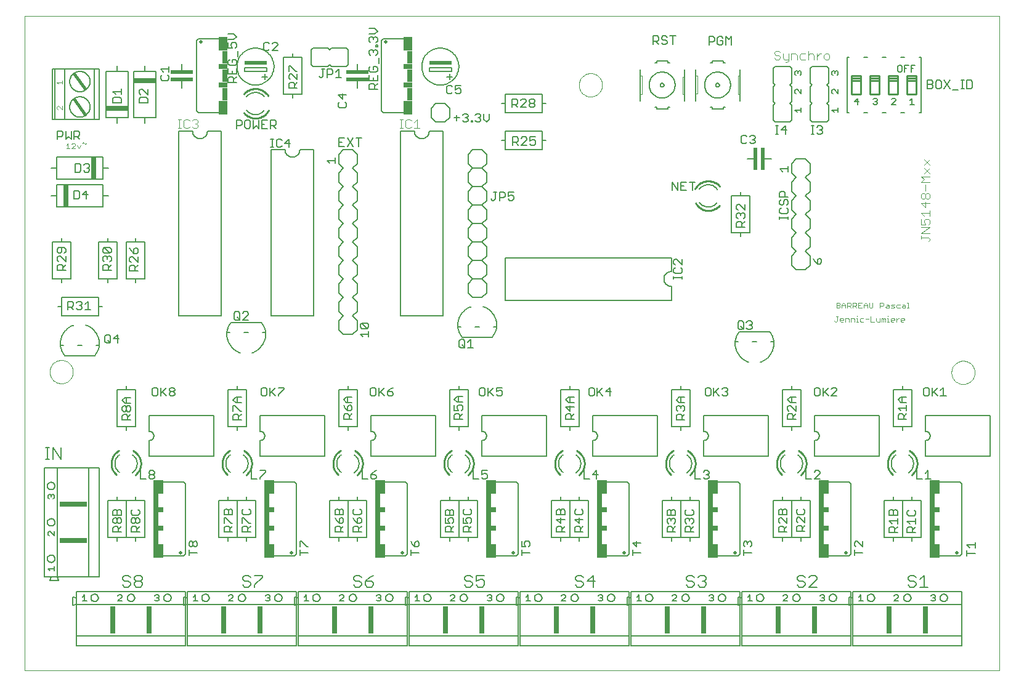
<source format=gbr>
G75*
G70*
%OFA0B0*%
%FSLAX24Y24*%
%IPPOS*%
%LPD*%
%AMOC8*
5,1,8,0,0,1.08239X$1,22.5*
%
%ADD10C,0.0000*%
%ADD11C,0.0030*%
%ADD12C,0.0040*%
%ADD13C,0.0060*%
%ADD14C,0.0050*%
%ADD15C,0.0200*%
%ADD16R,0.0250X0.4200*%
%ADD17R,0.0250X0.0750*%
%ADD18R,0.0250X0.0300*%
%ADD19R,0.1500X0.0300*%
%ADD20C,0.0070*%
%ADD21R,0.1200X0.0300*%
%ADD22R,0.1200X0.0200*%
%ADD23R,0.0500X0.0750*%
%ADD24R,0.0300X0.0700*%
%ADD25R,0.0500X0.0300*%
%ADD26R,0.0300X0.1500*%
%ADD27C,0.0160*%
%ADD28C,0.0059*%
%ADD29C,0.0100*%
%ADD30R,0.0300X0.1200*%
%ADD31C,0.0020*%
%ADD32R,0.0200X0.1200*%
D10*
X000101Y000101D02*
X000101Y035534D01*
X052857Y035534D01*
X052857Y000101D01*
X000101Y000101D01*
X001471Y016282D02*
X001473Y016332D01*
X001479Y016382D01*
X001489Y016431D01*
X001503Y016479D01*
X001520Y016526D01*
X001541Y016571D01*
X001566Y016615D01*
X001594Y016656D01*
X001626Y016695D01*
X001660Y016732D01*
X001697Y016766D01*
X001737Y016796D01*
X001779Y016823D01*
X001823Y016847D01*
X001869Y016868D01*
X001916Y016884D01*
X001964Y016897D01*
X002014Y016906D01*
X002063Y016911D01*
X002114Y016912D01*
X002164Y016909D01*
X002213Y016902D01*
X002262Y016891D01*
X002310Y016876D01*
X002356Y016858D01*
X002401Y016836D01*
X002444Y016810D01*
X002485Y016781D01*
X002524Y016749D01*
X002560Y016714D01*
X002592Y016676D01*
X002622Y016636D01*
X002649Y016593D01*
X002672Y016549D01*
X002691Y016503D01*
X002707Y016455D01*
X002719Y016406D01*
X002727Y016357D01*
X002731Y016307D01*
X002731Y016257D01*
X002727Y016207D01*
X002719Y016158D01*
X002707Y016109D01*
X002691Y016061D01*
X002672Y016015D01*
X002649Y015971D01*
X002622Y015928D01*
X002592Y015888D01*
X002560Y015850D01*
X002524Y015815D01*
X002485Y015783D01*
X002444Y015754D01*
X002401Y015728D01*
X002356Y015706D01*
X002310Y015688D01*
X002262Y015673D01*
X002213Y015662D01*
X002164Y015655D01*
X002114Y015652D01*
X002063Y015653D01*
X002014Y015658D01*
X001964Y015667D01*
X001916Y015680D01*
X001869Y015696D01*
X001823Y015717D01*
X001779Y015741D01*
X001737Y015768D01*
X001697Y015798D01*
X001660Y015832D01*
X001626Y015869D01*
X001594Y015908D01*
X001566Y015949D01*
X001541Y015993D01*
X001520Y016038D01*
X001503Y016085D01*
X001489Y016133D01*
X001479Y016182D01*
X001473Y016232D01*
X001471Y016282D01*
X030101Y031813D02*
X030103Y031863D01*
X030109Y031913D01*
X030119Y031962D01*
X030133Y032010D01*
X030150Y032057D01*
X030171Y032102D01*
X030196Y032146D01*
X030224Y032187D01*
X030256Y032226D01*
X030290Y032263D01*
X030327Y032297D01*
X030367Y032327D01*
X030409Y032354D01*
X030453Y032378D01*
X030499Y032399D01*
X030546Y032415D01*
X030594Y032428D01*
X030644Y032437D01*
X030693Y032442D01*
X030744Y032443D01*
X030794Y032440D01*
X030843Y032433D01*
X030892Y032422D01*
X030940Y032407D01*
X030986Y032389D01*
X031031Y032367D01*
X031074Y032341D01*
X031115Y032312D01*
X031154Y032280D01*
X031190Y032245D01*
X031222Y032207D01*
X031252Y032167D01*
X031279Y032124D01*
X031302Y032080D01*
X031321Y032034D01*
X031337Y031986D01*
X031349Y031937D01*
X031357Y031888D01*
X031361Y031838D01*
X031361Y031788D01*
X031357Y031738D01*
X031349Y031689D01*
X031337Y031640D01*
X031321Y031592D01*
X031302Y031546D01*
X031279Y031502D01*
X031252Y031459D01*
X031222Y031419D01*
X031190Y031381D01*
X031154Y031346D01*
X031115Y031314D01*
X031074Y031285D01*
X031031Y031259D01*
X030986Y031237D01*
X030940Y031219D01*
X030892Y031204D01*
X030843Y031193D01*
X030794Y031186D01*
X030744Y031183D01*
X030693Y031184D01*
X030644Y031189D01*
X030594Y031198D01*
X030546Y031211D01*
X030499Y031227D01*
X030453Y031248D01*
X030409Y031272D01*
X030367Y031299D01*
X030327Y031329D01*
X030290Y031363D01*
X030256Y031400D01*
X030224Y031439D01*
X030196Y031480D01*
X030171Y031524D01*
X030150Y031569D01*
X030133Y031616D01*
X030119Y031664D01*
X030109Y031713D01*
X030103Y031763D01*
X030101Y031813D01*
X050258Y016243D02*
X050260Y016293D01*
X050266Y016343D01*
X050276Y016392D01*
X050290Y016440D01*
X050307Y016487D01*
X050328Y016532D01*
X050353Y016576D01*
X050381Y016617D01*
X050413Y016656D01*
X050447Y016693D01*
X050484Y016727D01*
X050524Y016757D01*
X050566Y016784D01*
X050610Y016808D01*
X050656Y016829D01*
X050703Y016845D01*
X050751Y016858D01*
X050801Y016867D01*
X050850Y016872D01*
X050901Y016873D01*
X050951Y016870D01*
X051000Y016863D01*
X051049Y016852D01*
X051097Y016837D01*
X051143Y016819D01*
X051188Y016797D01*
X051231Y016771D01*
X051272Y016742D01*
X051311Y016710D01*
X051347Y016675D01*
X051379Y016637D01*
X051409Y016597D01*
X051436Y016554D01*
X051459Y016510D01*
X051478Y016464D01*
X051494Y016416D01*
X051506Y016367D01*
X051514Y016318D01*
X051518Y016268D01*
X051518Y016218D01*
X051514Y016168D01*
X051506Y016119D01*
X051494Y016070D01*
X051478Y016022D01*
X051459Y015976D01*
X051436Y015932D01*
X051409Y015889D01*
X051379Y015849D01*
X051347Y015811D01*
X051311Y015776D01*
X051272Y015744D01*
X051231Y015715D01*
X051188Y015689D01*
X051143Y015667D01*
X051097Y015649D01*
X051049Y015634D01*
X051000Y015623D01*
X050951Y015616D01*
X050901Y015613D01*
X050850Y015614D01*
X050801Y015619D01*
X050751Y015628D01*
X050703Y015641D01*
X050656Y015657D01*
X050610Y015678D01*
X050566Y015702D01*
X050524Y015729D01*
X050484Y015759D01*
X050447Y015793D01*
X050413Y015830D01*
X050381Y015869D01*
X050353Y015910D01*
X050328Y015954D01*
X050307Y015999D01*
X050290Y016046D01*
X050276Y016094D01*
X050266Y016143D01*
X050260Y016193D01*
X050258Y016243D01*
D11*
X047659Y018988D02*
X047563Y018988D01*
X047514Y019036D01*
X047514Y019133D01*
X047563Y019181D01*
X047659Y019181D01*
X047708Y019133D01*
X047708Y019084D01*
X047514Y019084D01*
X047414Y019181D02*
X047366Y019181D01*
X047269Y019084D01*
X047269Y018988D02*
X047269Y019181D01*
X047168Y019133D02*
X047168Y019084D01*
X046974Y019084D01*
X046974Y019036D02*
X046974Y019133D01*
X047023Y019181D01*
X047119Y019181D01*
X047168Y019133D01*
X047119Y018988D02*
X047023Y018988D01*
X046974Y019036D01*
X046874Y018988D02*
X046778Y018988D01*
X046826Y018988D02*
X046826Y019181D01*
X046778Y019181D01*
X046826Y019278D02*
X046826Y019326D01*
X046677Y019133D02*
X046677Y018988D01*
X046580Y018988D02*
X046580Y019133D01*
X046628Y019181D01*
X046677Y019133D01*
X046580Y019133D02*
X046531Y019181D01*
X046483Y019181D01*
X046483Y018988D01*
X046382Y018988D02*
X046382Y019181D01*
X046382Y018988D02*
X046237Y018988D01*
X046188Y019036D01*
X046188Y019181D01*
X046087Y018988D02*
X045894Y018988D01*
X045894Y019278D01*
X045793Y019133D02*
X045599Y019133D01*
X045498Y019181D02*
X045353Y019181D01*
X045305Y019133D01*
X045305Y019036D01*
X045353Y018988D01*
X045498Y018988D01*
X045205Y018988D02*
X045108Y018988D01*
X045156Y018988D02*
X045156Y019181D01*
X045108Y019181D01*
X045156Y019278D02*
X045156Y019326D01*
X045007Y019133D02*
X045007Y018988D01*
X045007Y019133D02*
X044959Y019181D01*
X044813Y019181D01*
X044813Y018988D01*
X044712Y018988D02*
X044712Y019133D01*
X044664Y019181D01*
X044519Y019181D01*
X044519Y018988D01*
X044418Y019084D02*
X044224Y019084D01*
X044224Y019036D02*
X044224Y019133D01*
X044273Y019181D01*
X044369Y019181D01*
X044418Y019133D01*
X044418Y019084D01*
X044369Y018988D02*
X044273Y018988D01*
X044224Y019036D01*
X044075Y019036D02*
X044075Y019278D01*
X044123Y019278D02*
X044026Y019278D01*
X044075Y019036D02*
X044026Y018988D01*
X043978Y018988D01*
X043930Y019036D01*
X044032Y019738D02*
X044177Y019738D01*
X044226Y019786D01*
X044226Y019834D01*
X044177Y019883D01*
X044032Y019883D01*
X044032Y020028D02*
X044177Y020028D01*
X044226Y019979D01*
X044226Y019931D01*
X044177Y019883D01*
X044327Y019883D02*
X044520Y019883D01*
X044520Y019931D02*
X044520Y019738D01*
X044621Y019738D02*
X044621Y020028D01*
X044767Y020028D01*
X044815Y019979D01*
X044815Y019883D01*
X044767Y019834D01*
X044621Y019834D01*
X044718Y019834D02*
X044815Y019738D01*
X044916Y019738D02*
X044916Y020028D01*
X045061Y020028D01*
X045110Y019979D01*
X045110Y019883D01*
X045061Y019834D01*
X044916Y019834D01*
X045013Y019834D02*
X045110Y019738D01*
X045211Y019738D02*
X045404Y019738D01*
X045505Y019738D02*
X045505Y019931D01*
X045602Y020028D01*
X045699Y019931D01*
X045699Y019738D01*
X045800Y019786D02*
X045848Y019738D01*
X045945Y019738D01*
X045994Y019786D01*
X045994Y020028D01*
X045800Y020028D02*
X045800Y019786D01*
X045699Y019883D02*
X045505Y019883D01*
X045404Y020028D02*
X045211Y020028D01*
X045211Y019738D01*
X045211Y019883D02*
X045308Y019883D01*
X044520Y019931D02*
X044424Y020028D01*
X044327Y019931D01*
X044327Y019738D01*
X044032Y019738D02*
X044032Y020028D01*
X046389Y020028D02*
X046389Y019738D01*
X046389Y019834D02*
X046534Y019834D01*
X046583Y019883D01*
X046583Y019979D01*
X046534Y020028D01*
X046389Y020028D01*
X046732Y019931D02*
X046829Y019931D01*
X046877Y019883D01*
X046877Y019738D01*
X046732Y019738D01*
X046684Y019786D01*
X046732Y019834D01*
X046877Y019834D01*
X046979Y019883D02*
X047027Y019931D01*
X047172Y019931D01*
X047124Y019834D02*
X047172Y019786D01*
X047124Y019738D01*
X046979Y019738D01*
X047027Y019834D02*
X046979Y019883D01*
X047027Y019834D02*
X047124Y019834D01*
X047273Y019786D02*
X047322Y019738D01*
X047467Y019738D01*
X047568Y019786D02*
X047616Y019834D01*
X047761Y019834D01*
X047761Y019883D02*
X047761Y019738D01*
X047616Y019738D01*
X047568Y019786D01*
X047616Y019931D02*
X047713Y019931D01*
X047761Y019883D01*
X047863Y020028D02*
X047911Y020028D01*
X047911Y019738D01*
X047863Y019738D02*
X047959Y019738D01*
X047467Y019931D02*
X047322Y019931D01*
X047273Y019883D01*
X047273Y019786D01*
X003443Y028656D02*
X003395Y028608D01*
X003298Y028704D01*
X003250Y028656D01*
X003149Y028559D02*
X003052Y028366D01*
X002955Y028559D01*
X002854Y028559D02*
X002854Y028608D01*
X002806Y028656D01*
X002709Y028656D01*
X002660Y028608D01*
X002854Y028559D02*
X002660Y028366D01*
X002854Y028366D01*
X002559Y028366D02*
X002366Y028366D01*
X002463Y028366D02*
X002463Y028656D01*
X002366Y028559D01*
D12*
X002141Y030488D02*
X001954Y030674D01*
X001907Y030674D01*
X001861Y030628D01*
X001861Y030534D01*
X001907Y030488D01*
X002141Y030488D02*
X002141Y030674D01*
X002141Y031866D02*
X002141Y032052D01*
X002141Y031959D02*
X001861Y031959D01*
X001954Y031866D01*
X008421Y029944D02*
X008574Y029944D01*
X008497Y029944D02*
X008497Y029483D01*
X008421Y029483D02*
X008574Y029483D01*
X008728Y029560D02*
X008804Y029483D01*
X008958Y029483D01*
X009035Y029560D01*
X009188Y029560D02*
X009265Y029483D01*
X009418Y029483D01*
X009495Y029560D01*
X009495Y029637D01*
X009418Y029714D01*
X009341Y029714D01*
X009418Y029714D02*
X009495Y029790D01*
X009495Y029867D01*
X009418Y029944D01*
X009265Y029944D01*
X009188Y029867D01*
X009035Y029867D02*
X008958Y029944D01*
X008804Y029944D01*
X008728Y029867D01*
X008728Y029560D01*
X020421Y029483D02*
X020574Y029483D01*
X020497Y029483D02*
X020497Y029944D01*
X020421Y029944D02*
X020574Y029944D01*
X020728Y029867D02*
X020728Y029560D01*
X020804Y029483D01*
X020958Y029483D01*
X021035Y029560D01*
X021188Y029483D02*
X021495Y029483D01*
X021341Y029483D02*
X021341Y029944D01*
X021188Y029790D01*
X021035Y029867D02*
X020958Y029944D01*
X020804Y029944D01*
X020728Y029867D01*
X040672Y033268D02*
X040749Y033192D01*
X040902Y033192D01*
X040979Y033268D01*
X040979Y033345D01*
X040902Y033422D01*
X040749Y033422D01*
X040672Y033499D01*
X040672Y033575D01*
X040749Y033652D01*
X040902Y033652D01*
X040979Y033575D01*
X041132Y033499D02*
X041132Y033268D01*
X041209Y033192D01*
X041439Y033192D01*
X041439Y033115D02*
X041362Y033038D01*
X041286Y033038D01*
X041439Y033115D02*
X041439Y033499D01*
X041593Y033499D02*
X041823Y033499D01*
X041900Y033422D01*
X041900Y033192D01*
X042053Y033268D02*
X042130Y033192D01*
X042360Y033192D01*
X042513Y033192D02*
X042513Y033652D01*
X042590Y033499D02*
X042744Y033499D01*
X042820Y033422D01*
X042820Y033192D01*
X042974Y033192D02*
X042974Y033499D01*
X043127Y033499D02*
X043204Y033499D01*
X043127Y033499D02*
X042974Y033345D01*
X043357Y033268D02*
X043434Y033192D01*
X043588Y033192D01*
X043664Y033268D01*
X043664Y033422D01*
X043588Y033499D01*
X043434Y033499D01*
X043357Y033422D01*
X043357Y033268D01*
X042590Y033499D02*
X042513Y033422D01*
X042360Y033499D02*
X042130Y033499D01*
X042053Y033422D01*
X042053Y033268D01*
X041593Y033192D02*
X041593Y033499D01*
X048774Y027783D02*
X049081Y027477D01*
X049081Y027323D02*
X048774Y027016D01*
X048620Y026863D02*
X049081Y026863D01*
X049081Y027016D02*
X048774Y027323D01*
X048774Y027477D02*
X049081Y027783D01*
X048620Y026863D02*
X048774Y026709D01*
X048620Y026556D01*
X049081Y026556D01*
X048851Y026402D02*
X048851Y026096D01*
X048927Y025942D02*
X049004Y025942D01*
X049081Y025865D01*
X049081Y025712D01*
X049004Y025635D01*
X048927Y025635D01*
X048851Y025712D01*
X048851Y025865D01*
X048927Y025942D01*
X048851Y025865D02*
X048774Y025942D01*
X048697Y025942D01*
X048620Y025865D01*
X048620Y025712D01*
X048697Y025635D01*
X048774Y025635D01*
X048851Y025712D01*
X048851Y025482D02*
X048851Y025175D01*
X048620Y025405D01*
X049081Y025405D01*
X049081Y025021D02*
X049081Y024714D01*
X049081Y024868D02*
X048620Y024868D01*
X048774Y024714D01*
X048851Y024561D02*
X049004Y024561D01*
X049081Y024484D01*
X049081Y024331D01*
X049004Y024254D01*
X048851Y024254D02*
X048774Y024408D01*
X048774Y024484D01*
X048851Y024561D01*
X048620Y024561D02*
X048620Y024254D01*
X048851Y024254D01*
X049081Y024101D02*
X048620Y024101D01*
X048620Y023794D02*
X049081Y024101D01*
X049081Y023794D02*
X048620Y023794D01*
X048620Y023640D02*
X048620Y023487D01*
X048620Y023564D02*
X049004Y023564D01*
X049081Y023487D01*
X049081Y023410D01*
X049004Y023333D01*
D13*
X042601Y023563D02*
X042601Y023063D01*
X042351Y022813D01*
X042601Y022563D01*
X042601Y022063D01*
X042351Y021813D01*
X041851Y021813D01*
X041601Y022063D01*
X041601Y022563D01*
X041851Y022813D01*
X041601Y023063D01*
X041601Y023563D01*
X041851Y023813D01*
X041601Y024063D01*
X041601Y024563D01*
X041851Y024813D01*
X041601Y025063D01*
X041601Y025563D01*
X041851Y025813D01*
X041601Y026063D01*
X041601Y026563D01*
X041851Y026813D01*
X041601Y027063D01*
X041601Y027563D01*
X041851Y027813D01*
X042351Y027813D01*
X042601Y027563D01*
X042601Y027063D01*
X042351Y026813D01*
X042601Y026563D01*
X042601Y026063D01*
X042351Y025813D01*
X042601Y025563D01*
X042601Y025063D01*
X042351Y024813D01*
X042601Y024563D01*
X042601Y024063D01*
X042351Y023813D01*
X042601Y023563D01*
X037101Y025213D02*
X037056Y025215D01*
X037010Y025220D01*
X036966Y025228D01*
X036922Y025240D01*
X036879Y025256D01*
X036837Y025274D01*
X036797Y025296D01*
X036759Y025320D01*
X036723Y025347D01*
X036688Y025377D01*
X036657Y025410D01*
X036627Y025445D01*
X037101Y025213D02*
X037146Y025215D01*
X037192Y025220D01*
X037236Y025228D01*
X037280Y025240D01*
X037323Y025256D01*
X037365Y025274D01*
X037405Y025296D01*
X037443Y025320D01*
X037479Y025347D01*
X037514Y025377D01*
X037545Y025410D01*
X037575Y025445D01*
X037101Y026413D02*
X037055Y026411D01*
X037009Y026406D01*
X036963Y026397D01*
X036918Y026385D01*
X036875Y026369D01*
X036833Y026350D01*
X036792Y026327D01*
X036753Y026302D01*
X036717Y026274D01*
X036682Y026243D01*
X036650Y026209D01*
X036621Y026173D01*
X037101Y026413D02*
X037148Y026411D01*
X037196Y026405D01*
X037242Y026396D01*
X037288Y026383D01*
X037332Y026367D01*
X037376Y026347D01*
X037417Y026323D01*
X037456Y026297D01*
X037493Y026267D01*
X037528Y026234D01*
X037560Y026199D01*
X037589Y026162D01*
X035101Y022463D02*
X035101Y021713D01*
X035062Y021711D01*
X035023Y021705D01*
X034985Y021696D01*
X034948Y021683D01*
X034912Y021666D01*
X034879Y021646D01*
X034847Y021622D01*
X034818Y021596D01*
X034792Y021567D01*
X034768Y021535D01*
X034748Y021502D01*
X034731Y021466D01*
X034718Y021429D01*
X034709Y021391D01*
X034703Y021352D01*
X034701Y021313D01*
X034703Y021274D01*
X034709Y021235D01*
X034718Y021197D01*
X034731Y021160D01*
X034748Y021124D01*
X034768Y021091D01*
X034792Y021059D01*
X034818Y021030D01*
X034847Y021004D01*
X034879Y020980D01*
X034912Y020960D01*
X034948Y020943D01*
X034985Y020930D01*
X035023Y020921D01*
X035062Y020915D01*
X035101Y020913D01*
X035101Y020163D01*
X026101Y020163D01*
X026101Y022463D01*
X035101Y022463D01*
X025101Y022563D02*
X024851Y022313D01*
X025101Y022063D01*
X025101Y021563D01*
X024851Y021313D01*
X025101Y021063D01*
X025101Y020563D01*
X024851Y020313D01*
X024351Y020313D01*
X024101Y020563D01*
X024101Y021063D01*
X024351Y021313D01*
X024101Y021563D01*
X024101Y022063D01*
X024351Y022313D01*
X024101Y022563D01*
X024101Y023063D01*
X024351Y023313D01*
X024101Y023563D01*
X024101Y024063D01*
X024351Y024313D01*
X024101Y024563D01*
X024101Y025063D01*
X024351Y025313D01*
X024101Y025563D01*
X024101Y026063D01*
X024351Y026313D01*
X024101Y026563D01*
X024101Y027063D01*
X024351Y027313D01*
X024101Y027563D01*
X024101Y028063D01*
X024351Y028313D01*
X024851Y028313D01*
X025101Y028063D01*
X025101Y027563D01*
X024851Y027313D01*
X025101Y027063D01*
X025101Y026563D01*
X024851Y026313D01*
X024351Y026313D01*
X024851Y026313D02*
X025101Y026063D01*
X025101Y025563D01*
X024851Y025313D01*
X025101Y025063D01*
X025101Y024563D01*
X024851Y024313D01*
X025101Y024063D01*
X025101Y023563D01*
X024851Y023313D01*
X024351Y023313D01*
X024851Y023313D02*
X025101Y023063D01*
X025101Y022563D01*
X024851Y022313D02*
X024351Y022313D01*
X024351Y021313D02*
X024851Y021313D01*
X022751Y019313D02*
X020451Y019313D01*
X020451Y029313D01*
X021201Y029313D01*
X021203Y029274D01*
X021209Y029235D01*
X021218Y029197D01*
X021231Y029160D01*
X021248Y029124D01*
X021268Y029091D01*
X021292Y029059D01*
X021318Y029030D01*
X021347Y029004D01*
X021379Y028980D01*
X021412Y028960D01*
X021448Y028943D01*
X021485Y028930D01*
X021523Y028921D01*
X021562Y028915D01*
X021601Y028913D01*
X021640Y028915D01*
X021679Y028921D01*
X021717Y028930D01*
X021754Y028943D01*
X021790Y028960D01*
X021823Y028980D01*
X021855Y029004D01*
X021884Y029030D01*
X021910Y029059D01*
X021934Y029091D01*
X021954Y029124D01*
X021971Y029160D01*
X021984Y029197D01*
X021993Y029235D01*
X021999Y029274D01*
X022001Y029313D01*
X022751Y029313D01*
X022751Y019313D01*
X018101Y019063D02*
X018101Y018563D01*
X017851Y018313D01*
X017351Y018313D01*
X017101Y018563D01*
X017101Y019063D01*
X017351Y019313D01*
X017101Y019563D01*
X017101Y020063D01*
X017351Y020313D01*
X017101Y020563D01*
X017101Y021063D01*
X017351Y021313D01*
X017101Y021563D01*
X017101Y022063D01*
X017351Y022313D01*
X017101Y022563D01*
X017101Y023063D01*
X017351Y023313D01*
X017101Y023563D01*
X017101Y024063D01*
X017351Y024313D01*
X017101Y024563D01*
X017101Y025063D01*
X017351Y025313D01*
X017101Y025563D01*
X017101Y026063D01*
X017351Y026313D01*
X017101Y026563D01*
X017101Y027063D01*
X017351Y027313D01*
X017101Y027563D01*
X017101Y028063D01*
X017351Y028313D01*
X017851Y028313D01*
X018101Y028063D01*
X018101Y027563D01*
X017851Y027313D01*
X018101Y027063D01*
X018101Y026563D01*
X017851Y026313D01*
X018101Y026063D01*
X018101Y025563D01*
X017851Y025313D01*
X018101Y025063D01*
X018101Y024563D01*
X017851Y024313D01*
X018101Y024063D01*
X018101Y023563D01*
X017851Y023313D01*
X018101Y023063D01*
X018101Y022563D01*
X017851Y022313D01*
X018101Y022063D01*
X018101Y021563D01*
X017851Y021313D01*
X018101Y021063D01*
X018101Y020563D01*
X017851Y020313D01*
X018101Y020063D01*
X018101Y019563D01*
X017851Y019313D01*
X018101Y019063D01*
X015751Y019313D02*
X013451Y019313D01*
X013451Y028313D01*
X014201Y028313D01*
X014203Y028274D01*
X014209Y028235D01*
X014218Y028197D01*
X014231Y028160D01*
X014248Y028124D01*
X014268Y028091D01*
X014292Y028059D01*
X014318Y028030D01*
X014347Y028004D01*
X014379Y027980D01*
X014412Y027960D01*
X014448Y027943D01*
X014485Y027930D01*
X014523Y027921D01*
X014562Y027915D01*
X014601Y027913D01*
X014640Y027915D01*
X014679Y027921D01*
X014717Y027930D01*
X014754Y027943D01*
X014790Y027960D01*
X014823Y027980D01*
X014855Y028004D01*
X014884Y028030D01*
X014910Y028059D01*
X014934Y028091D01*
X014954Y028124D01*
X014971Y028160D01*
X014984Y028197D01*
X014993Y028235D01*
X014999Y028274D01*
X015001Y028313D01*
X015751Y028313D01*
X015751Y019313D01*
X013146Y018413D02*
X012988Y018413D01*
X012926Y018963D02*
X011276Y018963D01*
X011213Y018413D02*
X011056Y018413D01*
X011988Y018413D02*
X012213Y018413D01*
X012926Y018963D02*
X012963Y018912D01*
X012998Y018859D01*
X013030Y018803D01*
X013058Y018746D01*
X013082Y018687D01*
X013103Y018627D01*
X013120Y018566D01*
X013134Y018504D01*
X013143Y018441D01*
X013149Y018378D01*
X013151Y018314D01*
X013149Y018250D01*
X013143Y018187D01*
X013134Y018124D01*
X013121Y018062D01*
X013103Y018001D01*
X013083Y017941D01*
X013058Y017882D01*
X013030Y017825D01*
X012999Y017769D01*
X012965Y017716D01*
X012927Y017665D01*
X012886Y017616D01*
X012842Y017570D01*
X012796Y017526D01*
X012747Y017485D01*
X012696Y017448D01*
X012642Y017413D01*
X012587Y017382D01*
X012530Y017354D01*
X012471Y017330D01*
X012411Y017310D01*
X011791Y017310D02*
X011731Y017330D01*
X011672Y017354D01*
X011615Y017382D01*
X011560Y017413D01*
X011506Y017448D01*
X011455Y017485D01*
X011406Y017526D01*
X011360Y017570D01*
X011316Y017616D01*
X011275Y017665D01*
X011237Y017716D01*
X011203Y017769D01*
X011171Y017825D01*
X011144Y017882D01*
X011119Y017941D01*
X011099Y018001D01*
X011081Y018062D01*
X011068Y018124D01*
X011059Y018187D01*
X011053Y018250D01*
X011051Y018314D01*
X011053Y018378D01*
X011059Y018441D01*
X011068Y018504D01*
X011082Y018566D01*
X011099Y018627D01*
X011120Y018687D01*
X011144Y018746D01*
X011172Y018803D01*
X011204Y018859D01*
X011239Y018912D01*
X011276Y018963D01*
X010751Y019313D02*
X008451Y019313D01*
X008451Y029313D01*
X009201Y029313D01*
X009203Y029274D01*
X009209Y029235D01*
X009218Y029197D01*
X009231Y029160D01*
X009248Y029124D01*
X009268Y029091D01*
X009292Y029059D01*
X009318Y029030D01*
X009347Y029004D01*
X009379Y028980D01*
X009412Y028960D01*
X009448Y028943D01*
X009485Y028930D01*
X009523Y028921D01*
X009562Y028915D01*
X009601Y028913D01*
X009640Y028915D01*
X009679Y028921D01*
X009717Y028930D01*
X009754Y028943D01*
X009790Y028960D01*
X009823Y028980D01*
X009855Y029004D01*
X009884Y029030D01*
X009910Y029059D01*
X009934Y029091D01*
X009954Y029124D01*
X009971Y029160D01*
X009984Y029197D01*
X009993Y029235D01*
X009999Y029274D01*
X010001Y029313D01*
X010751Y029313D01*
X010751Y019313D01*
X010351Y013913D02*
X006851Y013913D01*
X006851Y013063D01*
X006881Y013061D01*
X006911Y013056D01*
X006940Y013047D01*
X006967Y013034D01*
X006993Y013019D01*
X007017Y013000D01*
X007038Y012979D01*
X007057Y012955D01*
X007072Y012929D01*
X007085Y012902D01*
X007094Y012873D01*
X007099Y012843D01*
X007101Y012813D01*
X007099Y012783D01*
X007094Y012753D01*
X007085Y012724D01*
X007072Y012697D01*
X007057Y012671D01*
X007038Y012647D01*
X007017Y012626D01*
X006993Y012607D01*
X006967Y012592D01*
X006940Y012579D01*
X006911Y012570D01*
X006881Y012565D01*
X006851Y012563D01*
X006851Y011713D01*
X010351Y011713D01*
X010351Y013913D01*
X012851Y013913D02*
X012851Y013063D01*
X012881Y013061D01*
X012911Y013056D01*
X012940Y013047D01*
X012967Y013034D01*
X012993Y013019D01*
X013017Y013000D01*
X013038Y012979D01*
X013057Y012955D01*
X013072Y012929D01*
X013085Y012902D01*
X013094Y012873D01*
X013099Y012843D01*
X013101Y012813D01*
X013099Y012783D01*
X013094Y012753D01*
X013085Y012724D01*
X013072Y012697D01*
X013057Y012671D01*
X013038Y012647D01*
X013017Y012626D01*
X012993Y012607D01*
X012967Y012592D01*
X012940Y012579D01*
X012911Y012570D01*
X012881Y012565D01*
X012851Y012563D01*
X012851Y011713D01*
X016351Y011713D01*
X016351Y013913D01*
X012851Y013913D01*
X011233Y011787D02*
X011198Y011757D01*
X011165Y011726D01*
X011135Y011691D01*
X011108Y011655D01*
X011084Y011617D01*
X011062Y011577D01*
X011044Y011535D01*
X011028Y011492D01*
X011016Y011448D01*
X011008Y011404D01*
X011003Y011358D01*
X011001Y011313D01*
X011003Y011268D01*
X011008Y011222D01*
X011016Y011178D01*
X011028Y011134D01*
X011044Y011091D01*
X011062Y011049D01*
X011084Y011009D01*
X011108Y010971D01*
X011135Y010935D01*
X011165Y010900D01*
X011198Y010869D01*
X011233Y010839D01*
X012201Y011313D02*
X012199Y011359D01*
X012194Y011405D01*
X012185Y011451D01*
X012173Y011496D01*
X012157Y011539D01*
X012138Y011581D01*
X012115Y011622D01*
X012090Y011661D01*
X012062Y011697D01*
X012031Y011732D01*
X011997Y011764D01*
X011961Y011793D01*
X012201Y011313D02*
X012199Y011266D01*
X012193Y011218D01*
X012184Y011172D01*
X012171Y011126D01*
X012155Y011082D01*
X012135Y011038D01*
X012111Y010997D01*
X012085Y010958D01*
X012055Y010921D01*
X012022Y010886D01*
X011987Y010854D01*
X011950Y010825D01*
X013551Y010313D02*
X014701Y010313D01*
X014801Y010213D01*
X014801Y006413D01*
X014701Y006313D01*
X013551Y006313D01*
X013639Y004045D02*
X013641Y004073D01*
X013647Y004100D01*
X013656Y004126D01*
X013669Y004151D01*
X013686Y004174D01*
X013705Y004194D01*
X013727Y004211D01*
X013751Y004225D01*
X013777Y004235D01*
X013804Y004242D01*
X013832Y004245D01*
X013860Y004244D01*
X013887Y004239D01*
X013914Y004230D01*
X013939Y004218D01*
X013962Y004203D01*
X013983Y004184D01*
X014001Y004163D01*
X014016Y004139D01*
X014027Y004113D01*
X014035Y004087D01*
X014039Y004059D01*
X014039Y004031D01*
X014035Y004003D01*
X014027Y003977D01*
X014016Y003951D01*
X014001Y003927D01*
X013983Y003906D01*
X013962Y003887D01*
X013939Y003872D01*
X013914Y003860D01*
X013887Y003851D01*
X013860Y003846D01*
X013832Y003845D01*
X013804Y003848D01*
X013777Y003855D01*
X013751Y003865D01*
X013727Y003879D01*
X013705Y003896D01*
X013686Y003916D01*
X013669Y003939D01*
X013656Y003964D01*
X013647Y003990D01*
X013641Y004017D01*
X013639Y004045D01*
X014709Y004095D02*
X014709Y003645D01*
X014909Y003695D01*
X014909Y001995D01*
X020829Y001995D01*
X020829Y001445D01*
X014909Y001445D01*
X014909Y001995D01*
X014829Y001995D02*
X014829Y001445D01*
X008909Y001445D01*
X008909Y001995D01*
X008909Y003695D01*
X014829Y003695D01*
X014829Y004395D01*
X008909Y004395D01*
X008909Y004045D01*
X008909Y003695D01*
X008709Y003645D01*
X008709Y004095D01*
X008909Y004045D01*
X008829Y004395D02*
X008829Y003695D01*
X008829Y001995D01*
X008829Y001445D01*
X002909Y001445D01*
X002909Y001995D01*
X002909Y003695D01*
X008829Y003695D01*
X008829Y004395D02*
X002909Y004395D01*
X002909Y004045D01*
X002909Y003695D01*
X002709Y003645D01*
X002709Y004095D01*
X002909Y004045D01*
X003699Y004045D02*
X003701Y004073D01*
X003707Y004100D01*
X003716Y004126D01*
X003729Y004151D01*
X003746Y004174D01*
X003765Y004194D01*
X003787Y004211D01*
X003811Y004225D01*
X003837Y004235D01*
X003864Y004242D01*
X003892Y004245D01*
X003920Y004244D01*
X003947Y004239D01*
X003974Y004230D01*
X003999Y004218D01*
X004022Y004203D01*
X004043Y004184D01*
X004061Y004163D01*
X004076Y004139D01*
X004087Y004113D01*
X004095Y004087D01*
X004099Y004059D01*
X004099Y004031D01*
X004095Y004003D01*
X004087Y003977D01*
X004076Y003951D01*
X004061Y003927D01*
X004043Y003906D01*
X004022Y003887D01*
X003999Y003872D01*
X003974Y003860D01*
X003947Y003851D01*
X003920Y003846D01*
X003892Y003845D01*
X003864Y003848D01*
X003837Y003855D01*
X003811Y003865D01*
X003787Y003879D01*
X003765Y003896D01*
X003746Y003916D01*
X003729Y003939D01*
X003716Y003964D01*
X003707Y003990D01*
X003701Y004017D01*
X003699Y004045D01*
X003597Y005172D02*
X001897Y005172D01*
X001897Y011092D01*
X003597Y011092D01*
X004147Y011092D01*
X004147Y005172D01*
X003597Y005172D01*
X003597Y011092D01*
X001897Y011092D02*
X001197Y011092D01*
X001197Y005172D01*
X001547Y005172D01*
X001897Y005172D01*
X001947Y004972D01*
X001497Y004972D01*
X001547Y005172D01*
X001347Y006162D02*
X001349Y006190D01*
X001355Y006217D01*
X001364Y006243D01*
X001377Y006268D01*
X001394Y006291D01*
X001413Y006311D01*
X001435Y006328D01*
X001459Y006342D01*
X001485Y006352D01*
X001512Y006359D01*
X001540Y006362D01*
X001568Y006361D01*
X001595Y006356D01*
X001622Y006347D01*
X001647Y006335D01*
X001670Y006320D01*
X001691Y006301D01*
X001709Y006280D01*
X001724Y006256D01*
X001735Y006230D01*
X001743Y006204D01*
X001747Y006176D01*
X001747Y006148D01*
X001743Y006120D01*
X001735Y006094D01*
X001724Y006068D01*
X001709Y006044D01*
X001691Y006023D01*
X001670Y006004D01*
X001647Y005989D01*
X001622Y005977D01*
X001595Y005968D01*
X001568Y005963D01*
X001540Y005962D01*
X001512Y005965D01*
X001485Y005972D01*
X001459Y005982D01*
X001435Y005996D01*
X001413Y006013D01*
X001394Y006033D01*
X001377Y006056D01*
X001364Y006081D01*
X001355Y006107D01*
X001349Y006134D01*
X001347Y006162D01*
X001347Y008132D02*
X001349Y008160D01*
X001355Y008187D01*
X001364Y008213D01*
X001377Y008238D01*
X001394Y008261D01*
X001413Y008281D01*
X001435Y008298D01*
X001459Y008312D01*
X001485Y008322D01*
X001512Y008329D01*
X001540Y008332D01*
X001568Y008331D01*
X001595Y008326D01*
X001622Y008317D01*
X001647Y008305D01*
X001670Y008290D01*
X001691Y008271D01*
X001709Y008250D01*
X001724Y008226D01*
X001735Y008200D01*
X001743Y008174D01*
X001747Y008146D01*
X001747Y008118D01*
X001743Y008090D01*
X001735Y008064D01*
X001724Y008038D01*
X001709Y008014D01*
X001691Y007993D01*
X001670Y007974D01*
X001647Y007959D01*
X001622Y007947D01*
X001595Y007938D01*
X001568Y007933D01*
X001540Y007932D01*
X001512Y007935D01*
X001485Y007942D01*
X001459Y007952D01*
X001435Y007966D01*
X001413Y007983D01*
X001394Y008003D01*
X001377Y008026D01*
X001364Y008051D01*
X001355Y008077D01*
X001349Y008104D01*
X001347Y008132D01*
X001347Y010102D02*
X001349Y010130D01*
X001355Y010157D01*
X001364Y010183D01*
X001377Y010208D01*
X001394Y010231D01*
X001413Y010251D01*
X001435Y010268D01*
X001459Y010282D01*
X001485Y010292D01*
X001512Y010299D01*
X001540Y010302D01*
X001568Y010301D01*
X001595Y010296D01*
X001622Y010287D01*
X001647Y010275D01*
X001670Y010260D01*
X001691Y010241D01*
X001709Y010220D01*
X001724Y010196D01*
X001735Y010170D01*
X001743Y010144D01*
X001747Y010116D01*
X001747Y010088D01*
X001743Y010060D01*
X001735Y010034D01*
X001724Y010008D01*
X001709Y009984D01*
X001691Y009963D01*
X001670Y009944D01*
X001647Y009929D01*
X001622Y009917D01*
X001595Y009908D01*
X001568Y009903D01*
X001540Y009902D01*
X001512Y009905D01*
X001485Y009912D01*
X001459Y009922D01*
X001435Y009936D01*
X001413Y009953D01*
X001394Y009973D01*
X001377Y009996D01*
X001364Y010021D01*
X001355Y010047D01*
X001349Y010074D01*
X001347Y010102D01*
X005001Y011313D02*
X005003Y011358D01*
X005008Y011404D01*
X005016Y011448D01*
X005028Y011492D01*
X005044Y011535D01*
X005062Y011577D01*
X005084Y011617D01*
X005108Y011655D01*
X005135Y011691D01*
X005165Y011726D01*
X005198Y011757D01*
X005233Y011787D01*
X005001Y011313D02*
X005003Y011268D01*
X005008Y011222D01*
X005016Y011178D01*
X005028Y011134D01*
X005044Y011091D01*
X005062Y011049D01*
X005084Y011009D01*
X005108Y010971D01*
X005135Y010935D01*
X005165Y010900D01*
X005198Y010869D01*
X005233Y010839D01*
X006201Y011313D02*
X006199Y011359D01*
X006194Y011405D01*
X006185Y011451D01*
X006173Y011496D01*
X006157Y011539D01*
X006138Y011581D01*
X006115Y011622D01*
X006090Y011661D01*
X006062Y011697D01*
X006031Y011732D01*
X005997Y011764D01*
X005961Y011793D01*
X006201Y011313D02*
X006199Y011266D01*
X006193Y011218D01*
X006184Y011172D01*
X006171Y011126D01*
X006155Y011082D01*
X006135Y011038D01*
X006111Y010997D01*
X006085Y010958D01*
X006055Y010921D01*
X006022Y010886D01*
X005987Y010854D01*
X005950Y010825D01*
X007551Y010313D02*
X008701Y010313D01*
X008801Y010213D01*
X008801Y006413D01*
X008701Y006313D01*
X007551Y006313D01*
X007639Y004045D02*
X007641Y004073D01*
X007647Y004100D01*
X007656Y004126D01*
X007669Y004151D01*
X007686Y004174D01*
X007705Y004194D01*
X007727Y004211D01*
X007751Y004225D01*
X007777Y004235D01*
X007804Y004242D01*
X007832Y004245D01*
X007860Y004244D01*
X007887Y004239D01*
X007914Y004230D01*
X007939Y004218D01*
X007962Y004203D01*
X007983Y004184D01*
X008001Y004163D01*
X008016Y004139D01*
X008027Y004113D01*
X008035Y004087D01*
X008039Y004059D01*
X008039Y004031D01*
X008035Y004003D01*
X008027Y003977D01*
X008016Y003951D01*
X008001Y003927D01*
X007983Y003906D01*
X007962Y003887D01*
X007939Y003872D01*
X007914Y003860D01*
X007887Y003851D01*
X007860Y003846D01*
X007832Y003845D01*
X007804Y003848D01*
X007777Y003855D01*
X007751Y003865D01*
X007727Y003879D01*
X007705Y003896D01*
X007686Y003916D01*
X007669Y003939D01*
X007656Y003964D01*
X007647Y003990D01*
X007641Y004017D01*
X007639Y004045D01*
X005669Y004045D02*
X005671Y004073D01*
X005677Y004100D01*
X005686Y004126D01*
X005699Y004151D01*
X005716Y004174D01*
X005735Y004194D01*
X005757Y004211D01*
X005781Y004225D01*
X005807Y004235D01*
X005834Y004242D01*
X005862Y004245D01*
X005890Y004244D01*
X005917Y004239D01*
X005944Y004230D01*
X005969Y004218D01*
X005992Y004203D01*
X006013Y004184D01*
X006031Y004163D01*
X006046Y004139D01*
X006057Y004113D01*
X006065Y004087D01*
X006069Y004059D01*
X006069Y004031D01*
X006065Y004003D01*
X006057Y003977D01*
X006046Y003951D01*
X006031Y003927D01*
X006013Y003906D01*
X005992Y003887D01*
X005969Y003872D01*
X005944Y003860D01*
X005917Y003851D01*
X005890Y003846D01*
X005862Y003845D01*
X005834Y003848D01*
X005807Y003855D01*
X005781Y003865D01*
X005757Y003879D01*
X005735Y003896D01*
X005716Y003916D01*
X005699Y003939D01*
X005686Y003964D01*
X005677Y003990D01*
X005671Y004017D01*
X005669Y004045D01*
X002909Y001995D02*
X008829Y001995D01*
X008909Y001995D02*
X014829Y001995D01*
X014829Y003695D01*
X014909Y003695D02*
X020829Y003695D01*
X020829Y001995D01*
X020909Y001995D02*
X020909Y003695D01*
X026829Y003695D01*
X026829Y001995D01*
X026829Y001445D01*
X020909Y001445D01*
X020909Y001995D01*
X026829Y001995D01*
X026909Y001995D02*
X026909Y003695D01*
X032829Y003695D01*
X032829Y001995D01*
X032829Y001445D01*
X026909Y001445D01*
X026909Y001995D01*
X032829Y001995D01*
X032909Y001995D02*
X032909Y003695D01*
X038829Y003695D01*
X038829Y001995D01*
X038829Y001445D01*
X032909Y001445D01*
X032909Y001995D01*
X038829Y001995D01*
X038909Y001995D02*
X038909Y003695D01*
X044829Y003695D01*
X044829Y001995D01*
X044829Y001445D01*
X038909Y001445D01*
X038909Y001995D01*
X044829Y001995D01*
X044909Y001995D02*
X044909Y003695D01*
X050829Y003695D01*
X050829Y001995D01*
X050829Y001445D01*
X044909Y001445D01*
X044909Y001995D01*
X050829Y001995D01*
X050829Y003695D02*
X050829Y004395D01*
X044909Y004395D01*
X044909Y004045D01*
X044909Y003695D01*
X044709Y003645D01*
X044709Y004095D01*
X044909Y004045D01*
X044829Y004395D02*
X044829Y003695D01*
X044829Y004395D02*
X038909Y004395D01*
X038909Y004045D01*
X038909Y003695D01*
X038709Y003645D01*
X038709Y004095D01*
X038909Y004045D01*
X038829Y004395D02*
X038829Y003695D01*
X038829Y004395D02*
X032909Y004395D01*
X032909Y004045D01*
X032909Y003695D01*
X032709Y003645D01*
X032709Y004095D01*
X032909Y004045D01*
X032829Y004395D02*
X032829Y003695D01*
X032829Y004395D02*
X026909Y004395D01*
X026909Y004045D01*
X026909Y003695D01*
X026709Y003645D01*
X026709Y004095D01*
X026909Y004045D01*
X026829Y004395D02*
X026829Y003695D01*
X026829Y004395D02*
X020909Y004395D01*
X020909Y004045D01*
X020909Y003695D01*
X020709Y003645D01*
X020709Y004095D01*
X020909Y004045D01*
X020829Y004395D02*
X020829Y003695D01*
X020829Y004395D02*
X014909Y004395D01*
X014909Y004045D01*
X014909Y003695D01*
X014909Y004045D02*
X014709Y004095D01*
X015699Y004045D02*
X015701Y004073D01*
X015707Y004100D01*
X015716Y004126D01*
X015729Y004151D01*
X015746Y004174D01*
X015765Y004194D01*
X015787Y004211D01*
X015811Y004225D01*
X015837Y004235D01*
X015864Y004242D01*
X015892Y004245D01*
X015920Y004244D01*
X015947Y004239D01*
X015974Y004230D01*
X015999Y004218D01*
X016022Y004203D01*
X016043Y004184D01*
X016061Y004163D01*
X016076Y004139D01*
X016087Y004113D01*
X016095Y004087D01*
X016099Y004059D01*
X016099Y004031D01*
X016095Y004003D01*
X016087Y003977D01*
X016076Y003951D01*
X016061Y003927D01*
X016043Y003906D01*
X016022Y003887D01*
X015999Y003872D01*
X015974Y003860D01*
X015947Y003851D01*
X015920Y003846D01*
X015892Y003845D01*
X015864Y003848D01*
X015837Y003855D01*
X015811Y003865D01*
X015787Y003879D01*
X015765Y003896D01*
X015746Y003916D01*
X015729Y003939D01*
X015716Y003964D01*
X015707Y003990D01*
X015701Y004017D01*
X015699Y004045D01*
X017669Y004045D02*
X017671Y004073D01*
X017677Y004100D01*
X017686Y004126D01*
X017699Y004151D01*
X017716Y004174D01*
X017735Y004194D01*
X017757Y004211D01*
X017781Y004225D01*
X017807Y004235D01*
X017834Y004242D01*
X017862Y004245D01*
X017890Y004244D01*
X017917Y004239D01*
X017944Y004230D01*
X017969Y004218D01*
X017992Y004203D01*
X018013Y004184D01*
X018031Y004163D01*
X018046Y004139D01*
X018057Y004113D01*
X018065Y004087D01*
X018069Y004059D01*
X018069Y004031D01*
X018065Y004003D01*
X018057Y003977D01*
X018046Y003951D01*
X018031Y003927D01*
X018013Y003906D01*
X017992Y003887D01*
X017969Y003872D01*
X017944Y003860D01*
X017917Y003851D01*
X017890Y003846D01*
X017862Y003845D01*
X017834Y003848D01*
X017807Y003855D01*
X017781Y003865D01*
X017757Y003879D01*
X017735Y003896D01*
X017716Y003916D01*
X017699Y003939D01*
X017686Y003964D01*
X017677Y003990D01*
X017671Y004017D01*
X017669Y004045D01*
X019639Y004045D02*
X019641Y004073D01*
X019647Y004100D01*
X019656Y004126D01*
X019669Y004151D01*
X019686Y004174D01*
X019705Y004194D01*
X019727Y004211D01*
X019751Y004225D01*
X019777Y004235D01*
X019804Y004242D01*
X019832Y004245D01*
X019860Y004244D01*
X019887Y004239D01*
X019914Y004230D01*
X019939Y004218D01*
X019962Y004203D01*
X019983Y004184D01*
X020001Y004163D01*
X020016Y004139D01*
X020027Y004113D01*
X020035Y004087D01*
X020039Y004059D01*
X020039Y004031D01*
X020035Y004003D01*
X020027Y003977D01*
X020016Y003951D01*
X020001Y003927D01*
X019983Y003906D01*
X019962Y003887D01*
X019939Y003872D01*
X019914Y003860D01*
X019887Y003851D01*
X019860Y003846D01*
X019832Y003845D01*
X019804Y003848D01*
X019777Y003855D01*
X019751Y003865D01*
X019727Y003879D01*
X019705Y003896D01*
X019686Y003916D01*
X019669Y003939D01*
X019656Y003964D01*
X019647Y003990D01*
X019641Y004017D01*
X019639Y004045D01*
X021699Y004045D02*
X021701Y004073D01*
X021707Y004100D01*
X021716Y004126D01*
X021729Y004151D01*
X021746Y004174D01*
X021765Y004194D01*
X021787Y004211D01*
X021811Y004225D01*
X021837Y004235D01*
X021864Y004242D01*
X021892Y004245D01*
X021920Y004244D01*
X021947Y004239D01*
X021974Y004230D01*
X021999Y004218D01*
X022022Y004203D01*
X022043Y004184D01*
X022061Y004163D01*
X022076Y004139D01*
X022087Y004113D01*
X022095Y004087D01*
X022099Y004059D01*
X022099Y004031D01*
X022095Y004003D01*
X022087Y003977D01*
X022076Y003951D01*
X022061Y003927D01*
X022043Y003906D01*
X022022Y003887D01*
X021999Y003872D01*
X021974Y003860D01*
X021947Y003851D01*
X021920Y003846D01*
X021892Y003845D01*
X021864Y003848D01*
X021837Y003855D01*
X021811Y003865D01*
X021787Y003879D01*
X021765Y003896D01*
X021746Y003916D01*
X021729Y003939D01*
X021716Y003964D01*
X021707Y003990D01*
X021701Y004017D01*
X021699Y004045D01*
X023669Y004045D02*
X023671Y004073D01*
X023677Y004100D01*
X023686Y004126D01*
X023699Y004151D01*
X023716Y004174D01*
X023735Y004194D01*
X023757Y004211D01*
X023781Y004225D01*
X023807Y004235D01*
X023834Y004242D01*
X023862Y004245D01*
X023890Y004244D01*
X023917Y004239D01*
X023944Y004230D01*
X023969Y004218D01*
X023992Y004203D01*
X024013Y004184D01*
X024031Y004163D01*
X024046Y004139D01*
X024057Y004113D01*
X024065Y004087D01*
X024069Y004059D01*
X024069Y004031D01*
X024065Y004003D01*
X024057Y003977D01*
X024046Y003951D01*
X024031Y003927D01*
X024013Y003906D01*
X023992Y003887D01*
X023969Y003872D01*
X023944Y003860D01*
X023917Y003851D01*
X023890Y003846D01*
X023862Y003845D01*
X023834Y003848D01*
X023807Y003855D01*
X023781Y003865D01*
X023757Y003879D01*
X023735Y003896D01*
X023716Y003916D01*
X023699Y003939D01*
X023686Y003964D01*
X023677Y003990D01*
X023671Y004017D01*
X023669Y004045D01*
X025639Y004045D02*
X025641Y004073D01*
X025647Y004100D01*
X025656Y004126D01*
X025669Y004151D01*
X025686Y004174D01*
X025705Y004194D01*
X025727Y004211D01*
X025751Y004225D01*
X025777Y004235D01*
X025804Y004242D01*
X025832Y004245D01*
X025860Y004244D01*
X025887Y004239D01*
X025914Y004230D01*
X025939Y004218D01*
X025962Y004203D01*
X025983Y004184D01*
X026001Y004163D01*
X026016Y004139D01*
X026027Y004113D01*
X026035Y004087D01*
X026039Y004059D01*
X026039Y004031D01*
X026035Y004003D01*
X026027Y003977D01*
X026016Y003951D01*
X026001Y003927D01*
X025983Y003906D01*
X025962Y003887D01*
X025939Y003872D01*
X025914Y003860D01*
X025887Y003851D01*
X025860Y003846D01*
X025832Y003845D01*
X025804Y003848D01*
X025777Y003855D01*
X025751Y003865D01*
X025727Y003879D01*
X025705Y003896D01*
X025686Y003916D01*
X025669Y003939D01*
X025656Y003964D01*
X025647Y003990D01*
X025641Y004017D01*
X025639Y004045D01*
X027699Y004045D02*
X027701Y004073D01*
X027707Y004100D01*
X027716Y004126D01*
X027729Y004151D01*
X027746Y004174D01*
X027765Y004194D01*
X027787Y004211D01*
X027811Y004225D01*
X027837Y004235D01*
X027864Y004242D01*
X027892Y004245D01*
X027920Y004244D01*
X027947Y004239D01*
X027974Y004230D01*
X027999Y004218D01*
X028022Y004203D01*
X028043Y004184D01*
X028061Y004163D01*
X028076Y004139D01*
X028087Y004113D01*
X028095Y004087D01*
X028099Y004059D01*
X028099Y004031D01*
X028095Y004003D01*
X028087Y003977D01*
X028076Y003951D01*
X028061Y003927D01*
X028043Y003906D01*
X028022Y003887D01*
X027999Y003872D01*
X027974Y003860D01*
X027947Y003851D01*
X027920Y003846D01*
X027892Y003845D01*
X027864Y003848D01*
X027837Y003855D01*
X027811Y003865D01*
X027787Y003879D01*
X027765Y003896D01*
X027746Y003916D01*
X027729Y003939D01*
X027716Y003964D01*
X027707Y003990D01*
X027701Y004017D01*
X027699Y004045D01*
X029669Y004045D02*
X029671Y004073D01*
X029677Y004100D01*
X029686Y004126D01*
X029699Y004151D01*
X029716Y004174D01*
X029735Y004194D01*
X029757Y004211D01*
X029781Y004225D01*
X029807Y004235D01*
X029834Y004242D01*
X029862Y004245D01*
X029890Y004244D01*
X029917Y004239D01*
X029944Y004230D01*
X029969Y004218D01*
X029992Y004203D01*
X030013Y004184D01*
X030031Y004163D01*
X030046Y004139D01*
X030057Y004113D01*
X030065Y004087D01*
X030069Y004059D01*
X030069Y004031D01*
X030065Y004003D01*
X030057Y003977D01*
X030046Y003951D01*
X030031Y003927D01*
X030013Y003906D01*
X029992Y003887D01*
X029969Y003872D01*
X029944Y003860D01*
X029917Y003851D01*
X029890Y003846D01*
X029862Y003845D01*
X029834Y003848D01*
X029807Y003855D01*
X029781Y003865D01*
X029757Y003879D01*
X029735Y003896D01*
X029716Y003916D01*
X029699Y003939D01*
X029686Y003964D01*
X029677Y003990D01*
X029671Y004017D01*
X029669Y004045D01*
X031639Y004045D02*
X031641Y004073D01*
X031647Y004100D01*
X031656Y004126D01*
X031669Y004151D01*
X031686Y004174D01*
X031705Y004194D01*
X031727Y004211D01*
X031751Y004225D01*
X031777Y004235D01*
X031804Y004242D01*
X031832Y004245D01*
X031860Y004244D01*
X031887Y004239D01*
X031914Y004230D01*
X031939Y004218D01*
X031962Y004203D01*
X031983Y004184D01*
X032001Y004163D01*
X032016Y004139D01*
X032027Y004113D01*
X032035Y004087D01*
X032039Y004059D01*
X032039Y004031D01*
X032035Y004003D01*
X032027Y003977D01*
X032016Y003951D01*
X032001Y003927D01*
X031983Y003906D01*
X031962Y003887D01*
X031939Y003872D01*
X031914Y003860D01*
X031887Y003851D01*
X031860Y003846D01*
X031832Y003845D01*
X031804Y003848D01*
X031777Y003855D01*
X031751Y003865D01*
X031727Y003879D01*
X031705Y003896D01*
X031686Y003916D01*
X031669Y003939D01*
X031656Y003964D01*
X031647Y003990D01*
X031641Y004017D01*
X031639Y004045D01*
X033699Y004045D02*
X033701Y004073D01*
X033707Y004100D01*
X033716Y004126D01*
X033729Y004151D01*
X033746Y004174D01*
X033765Y004194D01*
X033787Y004211D01*
X033811Y004225D01*
X033837Y004235D01*
X033864Y004242D01*
X033892Y004245D01*
X033920Y004244D01*
X033947Y004239D01*
X033974Y004230D01*
X033999Y004218D01*
X034022Y004203D01*
X034043Y004184D01*
X034061Y004163D01*
X034076Y004139D01*
X034087Y004113D01*
X034095Y004087D01*
X034099Y004059D01*
X034099Y004031D01*
X034095Y004003D01*
X034087Y003977D01*
X034076Y003951D01*
X034061Y003927D01*
X034043Y003906D01*
X034022Y003887D01*
X033999Y003872D01*
X033974Y003860D01*
X033947Y003851D01*
X033920Y003846D01*
X033892Y003845D01*
X033864Y003848D01*
X033837Y003855D01*
X033811Y003865D01*
X033787Y003879D01*
X033765Y003896D01*
X033746Y003916D01*
X033729Y003939D01*
X033716Y003964D01*
X033707Y003990D01*
X033701Y004017D01*
X033699Y004045D01*
X035669Y004045D02*
X035671Y004073D01*
X035677Y004100D01*
X035686Y004126D01*
X035699Y004151D01*
X035716Y004174D01*
X035735Y004194D01*
X035757Y004211D01*
X035781Y004225D01*
X035807Y004235D01*
X035834Y004242D01*
X035862Y004245D01*
X035890Y004244D01*
X035917Y004239D01*
X035944Y004230D01*
X035969Y004218D01*
X035992Y004203D01*
X036013Y004184D01*
X036031Y004163D01*
X036046Y004139D01*
X036057Y004113D01*
X036065Y004087D01*
X036069Y004059D01*
X036069Y004031D01*
X036065Y004003D01*
X036057Y003977D01*
X036046Y003951D01*
X036031Y003927D01*
X036013Y003906D01*
X035992Y003887D01*
X035969Y003872D01*
X035944Y003860D01*
X035917Y003851D01*
X035890Y003846D01*
X035862Y003845D01*
X035834Y003848D01*
X035807Y003855D01*
X035781Y003865D01*
X035757Y003879D01*
X035735Y003896D01*
X035716Y003916D01*
X035699Y003939D01*
X035686Y003964D01*
X035677Y003990D01*
X035671Y004017D01*
X035669Y004045D01*
X037639Y004045D02*
X037641Y004073D01*
X037647Y004100D01*
X037656Y004126D01*
X037669Y004151D01*
X037686Y004174D01*
X037705Y004194D01*
X037727Y004211D01*
X037751Y004225D01*
X037777Y004235D01*
X037804Y004242D01*
X037832Y004245D01*
X037860Y004244D01*
X037887Y004239D01*
X037914Y004230D01*
X037939Y004218D01*
X037962Y004203D01*
X037983Y004184D01*
X038001Y004163D01*
X038016Y004139D01*
X038027Y004113D01*
X038035Y004087D01*
X038039Y004059D01*
X038039Y004031D01*
X038035Y004003D01*
X038027Y003977D01*
X038016Y003951D01*
X038001Y003927D01*
X037983Y003906D01*
X037962Y003887D01*
X037939Y003872D01*
X037914Y003860D01*
X037887Y003851D01*
X037860Y003846D01*
X037832Y003845D01*
X037804Y003848D01*
X037777Y003855D01*
X037751Y003865D01*
X037727Y003879D01*
X037705Y003896D01*
X037686Y003916D01*
X037669Y003939D01*
X037656Y003964D01*
X037647Y003990D01*
X037641Y004017D01*
X037639Y004045D01*
X039699Y004045D02*
X039701Y004073D01*
X039707Y004100D01*
X039716Y004126D01*
X039729Y004151D01*
X039746Y004174D01*
X039765Y004194D01*
X039787Y004211D01*
X039811Y004225D01*
X039837Y004235D01*
X039864Y004242D01*
X039892Y004245D01*
X039920Y004244D01*
X039947Y004239D01*
X039974Y004230D01*
X039999Y004218D01*
X040022Y004203D01*
X040043Y004184D01*
X040061Y004163D01*
X040076Y004139D01*
X040087Y004113D01*
X040095Y004087D01*
X040099Y004059D01*
X040099Y004031D01*
X040095Y004003D01*
X040087Y003977D01*
X040076Y003951D01*
X040061Y003927D01*
X040043Y003906D01*
X040022Y003887D01*
X039999Y003872D01*
X039974Y003860D01*
X039947Y003851D01*
X039920Y003846D01*
X039892Y003845D01*
X039864Y003848D01*
X039837Y003855D01*
X039811Y003865D01*
X039787Y003879D01*
X039765Y003896D01*
X039746Y003916D01*
X039729Y003939D01*
X039716Y003964D01*
X039707Y003990D01*
X039701Y004017D01*
X039699Y004045D01*
X041669Y004045D02*
X041671Y004073D01*
X041677Y004100D01*
X041686Y004126D01*
X041699Y004151D01*
X041716Y004174D01*
X041735Y004194D01*
X041757Y004211D01*
X041781Y004225D01*
X041807Y004235D01*
X041834Y004242D01*
X041862Y004245D01*
X041890Y004244D01*
X041917Y004239D01*
X041944Y004230D01*
X041969Y004218D01*
X041992Y004203D01*
X042013Y004184D01*
X042031Y004163D01*
X042046Y004139D01*
X042057Y004113D01*
X042065Y004087D01*
X042069Y004059D01*
X042069Y004031D01*
X042065Y004003D01*
X042057Y003977D01*
X042046Y003951D01*
X042031Y003927D01*
X042013Y003906D01*
X041992Y003887D01*
X041969Y003872D01*
X041944Y003860D01*
X041917Y003851D01*
X041890Y003846D01*
X041862Y003845D01*
X041834Y003848D01*
X041807Y003855D01*
X041781Y003865D01*
X041757Y003879D01*
X041735Y003896D01*
X041716Y003916D01*
X041699Y003939D01*
X041686Y003964D01*
X041677Y003990D01*
X041671Y004017D01*
X041669Y004045D01*
X043639Y004045D02*
X043641Y004073D01*
X043647Y004100D01*
X043656Y004126D01*
X043669Y004151D01*
X043686Y004174D01*
X043705Y004194D01*
X043727Y004211D01*
X043751Y004225D01*
X043777Y004235D01*
X043804Y004242D01*
X043832Y004245D01*
X043860Y004244D01*
X043887Y004239D01*
X043914Y004230D01*
X043939Y004218D01*
X043962Y004203D01*
X043983Y004184D01*
X044001Y004163D01*
X044016Y004139D01*
X044027Y004113D01*
X044035Y004087D01*
X044039Y004059D01*
X044039Y004031D01*
X044035Y004003D01*
X044027Y003977D01*
X044016Y003951D01*
X044001Y003927D01*
X043983Y003906D01*
X043962Y003887D01*
X043939Y003872D01*
X043914Y003860D01*
X043887Y003851D01*
X043860Y003846D01*
X043832Y003845D01*
X043804Y003848D01*
X043777Y003855D01*
X043751Y003865D01*
X043727Y003879D01*
X043705Y003896D01*
X043686Y003916D01*
X043669Y003939D01*
X043656Y003964D01*
X043647Y003990D01*
X043641Y004017D01*
X043639Y004045D01*
X045699Y004045D02*
X045701Y004073D01*
X045707Y004100D01*
X045716Y004126D01*
X045729Y004151D01*
X045746Y004174D01*
X045765Y004194D01*
X045787Y004211D01*
X045811Y004225D01*
X045837Y004235D01*
X045864Y004242D01*
X045892Y004245D01*
X045920Y004244D01*
X045947Y004239D01*
X045974Y004230D01*
X045999Y004218D01*
X046022Y004203D01*
X046043Y004184D01*
X046061Y004163D01*
X046076Y004139D01*
X046087Y004113D01*
X046095Y004087D01*
X046099Y004059D01*
X046099Y004031D01*
X046095Y004003D01*
X046087Y003977D01*
X046076Y003951D01*
X046061Y003927D01*
X046043Y003906D01*
X046022Y003887D01*
X045999Y003872D01*
X045974Y003860D01*
X045947Y003851D01*
X045920Y003846D01*
X045892Y003845D01*
X045864Y003848D01*
X045837Y003855D01*
X045811Y003865D01*
X045787Y003879D01*
X045765Y003896D01*
X045746Y003916D01*
X045729Y003939D01*
X045716Y003964D01*
X045707Y003990D01*
X045701Y004017D01*
X045699Y004045D01*
X047669Y004045D02*
X047671Y004073D01*
X047677Y004100D01*
X047686Y004126D01*
X047699Y004151D01*
X047716Y004174D01*
X047735Y004194D01*
X047757Y004211D01*
X047781Y004225D01*
X047807Y004235D01*
X047834Y004242D01*
X047862Y004245D01*
X047890Y004244D01*
X047917Y004239D01*
X047944Y004230D01*
X047969Y004218D01*
X047992Y004203D01*
X048013Y004184D01*
X048031Y004163D01*
X048046Y004139D01*
X048057Y004113D01*
X048065Y004087D01*
X048069Y004059D01*
X048069Y004031D01*
X048065Y004003D01*
X048057Y003977D01*
X048046Y003951D01*
X048031Y003927D01*
X048013Y003906D01*
X047992Y003887D01*
X047969Y003872D01*
X047944Y003860D01*
X047917Y003851D01*
X047890Y003846D01*
X047862Y003845D01*
X047834Y003848D01*
X047807Y003855D01*
X047781Y003865D01*
X047757Y003879D01*
X047735Y003896D01*
X047716Y003916D01*
X047699Y003939D01*
X047686Y003964D01*
X047677Y003990D01*
X047671Y004017D01*
X047669Y004045D01*
X049639Y004045D02*
X049641Y004073D01*
X049647Y004100D01*
X049656Y004126D01*
X049669Y004151D01*
X049686Y004174D01*
X049705Y004194D01*
X049727Y004211D01*
X049751Y004225D01*
X049777Y004235D01*
X049804Y004242D01*
X049832Y004245D01*
X049860Y004244D01*
X049887Y004239D01*
X049914Y004230D01*
X049939Y004218D01*
X049962Y004203D01*
X049983Y004184D01*
X050001Y004163D01*
X050016Y004139D01*
X050027Y004113D01*
X050035Y004087D01*
X050039Y004059D01*
X050039Y004031D01*
X050035Y004003D01*
X050027Y003977D01*
X050016Y003951D01*
X050001Y003927D01*
X049983Y003906D01*
X049962Y003887D01*
X049939Y003872D01*
X049914Y003860D01*
X049887Y003851D01*
X049860Y003846D01*
X049832Y003845D01*
X049804Y003848D01*
X049777Y003855D01*
X049751Y003865D01*
X049727Y003879D01*
X049705Y003896D01*
X049686Y003916D01*
X049669Y003939D01*
X049656Y003964D01*
X049647Y003990D01*
X049641Y004017D01*
X049639Y004045D01*
X049551Y006313D02*
X050701Y006313D01*
X050801Y006413D01*
X050801Y010213D01*
X050701Y010313D01*
X049551Y010313D01*
X048851Y011713D02*
X052351Y011713D01*
X052351Y013913D01*
X048851Y013913D01*
X048851Y013063D01*
X048881Y013061D01*
X048911Y013056D01*
X048940Y013047D01*
X048967Y013034D01*
X048993Y013019D01*
X049017Y013000D01*
X049038Y012979D01*
X049057Y012955D01*
X049072Y012929D01*
X049085Y012902D01*
X049094Y012873D01*
X049099Y012843D01*
X049101Y012813D01*
X049099Y012783D01*
X049094Y012753D01*
X049085Y012724D01*
X049072Y012697D01*
X049057Y012671D01*
X049038Y012647D01*
X049017Y012626D01*
X048993Y012607D01*
X048967Y012592D01*
X048940Y012579D01*
X048911Y012570D01*
X048881Y012565D01*
X048851Y012563D01*
X048851Y011713D01*
X047233Y011787D02*
X047198Y011757D01*
X047165Y011726D01*
X047135Y011691D01*
X047108Y011655D01*
X047084Y011617D01*
X047062Y011577D01*
X047044Y011535D01*
X047028Y011492D01*
X047016Y011448D01*
X047008Y011404D01*
X047003Y011358D01*
X047001Y011313D01*
X047003Y011268D01*
X047008Y011222D01*
X047016Y011178D01*
X047028Y011134D01*
X047044Y011091D01*
X047062Y011049D01*
X047084Y011009D01*
X047108Y010971D01*
X047135Y010935D01*
X047165Y010900D01*
X047198Y010869D01*
X047233Y010839D01*
X048201Y011313D02*
X048199Y011359D01*
X048194Y011405D01*
X048185Y011451D01*
X048173Y011496D01*
X048157Y011539D01*
X048138Y011581D01*
X048115Y011622D01*
X048090Y011661D01*
X048062Y011697D01*
X048031Y011732D01*
X047997Y011764D01*
X047961Y011793D01*
X048201Y011313D02*
X048199Y011266D01*
X048193Y011218D01*
X048184Y011172D01*
X048171Y011126D01*
X048155Y011082D01*
X048135Y011038D01*
X048111Y010997D01*
X048085Y010958D01*
X048055Y010921D01*
X048022Y010886D01*
X047987Y010854D01*
X047950Y010825D01*
X046351Y011713D02*
X046351Y013913D01*
X042851Y013913D01*
X042851Y013063D01*
X042881Y013061D01*
X042911Y013056D01*
X042940Y013047D01*
X042967Y013034D01*
X042993Y013019D01*
X043017Y013000D01*
X043038Y012979D01*
X043057Y012955D01*
X043072Y012929D01*
X043085Y012902D01*
X043094Y012873D01*
X043099Y012843D01*
X043101Y012813D01*
X043099Y012783D01*
X043094Y012753D01*
X043085Y012724D01*
X043072Y012697D01*
X043057Y012671D01*
X043038Y012647D01*
X043017Y012626D01*
X042993Y012607D01*
X042967Y012592D01*
X042940Y012579D01*
X042911Y012570D01*
X042881Y012565D01*
X042851Y012563D01*
X042851Y011713D01*
X046351Y011713D01*
X044801Y010213D02*
X044701Y010313D01*
X043551Y010313D01*
X044801Y010213D02*
X044801Y006413D01*
X044701Y006313D01*
X043551Y006313D01*
X038801Y006413D02*
X038701Y006313D01*
X037551Y006313D01*
X038801Y006413D02*
X038801Y010213D01*
X038701Y010313D01*
X037551Y010313D01*
X036851Y011713D02*
X040351Y011713D01*
X040351Y013913D01*
X036851Y013913D01*
X036851Y013063D01*
X036881Y013061D01*
X036911Y013056D01*
X036940Y013047D01*
X036967Y013034D01*
X036993Y013019D01*
X037017Y013000D01*
X037038Y012979D01*
X037057Y012955D01*
X037072Y012929D01*
X037085Y012902D01*
X037094Y012873D01*
X037099Y012843D01*
X037101Y012813D01*
X037099Y012783D01*
X037094Y012753D01*
X037085Y012724D01*
X037072Y012697D01*
X037057Y012671D01*
X037038Y012647D01*
X037017Y012626D01*
X036993Y012607D01*
X036967Y012592D01*
X036940Y012579D01*
X036911Y012570D01*
X036881Y012565D01*
X036851Y012563D01*
X036851Y011713D01*
X035233Y011787D02*
X035198Y011757D01*
X035165Y011726D01*
X035135Y011691D01*
X035108Y011655D01*
X035084Y011617D01*
X035062Y011577D01*
X035044Y011535D01*
X035028Y011492D01*
X035016Y011448D01*
X035008Y011404D01*
X035003Y011358D01*
X035001Y011313D01*
X035003Y011268D01*
X035008Y011222D01*
X035016Y011178D01*
X035028Y011134D01*
X035044Y011091D01*
X035062Y011049D01*
X035084Y011009D01*
X035108Y010971D01*
X035135Y010935D01*
X035165Y010900D01*
X035198Y010869D01*
X035233Y010839D01*
X036201Y011313D02*
X036199Y011359D01*
X036194Y011405D01*
X036185Y011451D01*
X036173Y011496D01*
X036157Y011539D01*
X036138Y011581D01*
X036115Y011622D01*
X036090Y011661D01*
X036062Y011697D01*
X036031Y011732D01*
X035997Y011764D01*
X035961Y011793D01*
X036201Y011313D02*
X036199Y011266D01*
X036193Y011218D01*
X036184Y011172D01*
X036171Y011126D01*
X036155Y011082D01*
X036135Y011038D01*
X036111Y010997D01*
X036085Y010958D01*
X036055Y010921D01*
X036022Y010886D01*
X035987Y010854D01*
X035950Y010825D01*
X034351Y011713D02*
X034351Y013913D01*
X030851Y013913D01*
X030851Y013063D01*
X030881Y013061D01*
X030911Y013056D01*
X030940Y013047D01*
X030967Y013034D01*
X030993Y013019D01*
X031017Y013000D01*
X031038Y012979D01*
X031057Y012955D01*
X031072Y012929D01*
X031085Y012902D01*
X031094Y012873D01*
X031099Y012843D01*
X031101Y012813D01*
X031099Y012783D01*
X031094Y012753D01*
X031085Y012724D01*
X031072Y012697D01*
X031057Y012671D01*
X031038Y012647D01*
X031017Y012626D01*
X030993Y012607D01*
X030967Y012592D01*
X030940Y012579D01*
X030911Y012570D01*
X030881Y012565D01*
X030851Y012563D01*
X030851Y011713D01*
X034351Y011713D01*
X032801Y010213D02*
X032701Y010313D01*
X031551Y010313D01*
X032801Y010213D02*
X032801Y006413D01*
X032701Y006313D01*
X031551Y006313D01*
X026801Y006413D02*
X026701Y006313D01*
X025551Y006313D01*
X026801Y006413D02*
X026801Y010213D01*
X026701Y010313D01*
X025551Y010313D01*
X024851Y011713D02*
X028351Y011713D01*
X028351Y013913D01*
X024851Y013913D01*
X024851Y013063D01*
X024881Y013061D01*
X024911Y013056D01*
X024940Y013047D01*
X024967Y013034D01*
X024993Y013019D01*
X025017Y013000D01*
X025038Y012979D01*
X025057Y012955D01*
X025072Y012929D01*
X025085Y012902D01*
X025094Y012873D01*
X025099Y012843D01*
X025101Y012813D01*
X025099Y012783D01*
X025094Y012753D01*
X025085Y012724D01*
X025072Y012697D01*
X025057Y012671D01*
X025038Y012647D01*
X025017Y012626D01*
X024993Y012607D01*
X024967Y012592D01*
X024940Y012579D01*
X024911Y012570D01*
X024881Y012565D01*
X024851Y012563D01*
X024851Y011713D01*
X023233Y011787D02*
X023198Y011757D01*
X023165Y011726D01*
X023135Y011691D01*
X023108Y011655D01*
X023084Y011617D01*
X023062Y011577D01*
X023044Y011535D01*
X023028Y011492D01*
X023016Y011448D01*
X023008Y011404D01*
X023003Y011358D01*
X023001Y011313D01*
X023003Y011268D01*
X023008Y011222D01*
X023016Y011178D01*
X023028Y011134D01*
X023044Y011091D01*
X023062Y011049D01*
X023084Y011009D01*
X023108Y010971D01*
X023135Y010935D01*
X023165Y010900D01*
X023198Y010869D01*
X023233Y010839D01*
X024201Y011313D02*
X024199Y011359D01*
X024194Y011405D01*
X024185Y011451D01*
X024173Y011496D01*
X024157Y011539D01*
X024138Y011581D01*
X024115Y011622D01*
X024090Y011661D01*
X024062Y011697D01*
X024031Y011732D01*
X023997Y011764D01*
X023961Y011793D01*
X024201Y011313D02*
X024199Y011266D01*
X024193Y011218D01*
X024184Y011172D01*
X024171Y011126D01*
X024155Y011082D01*
X024135Y011038D01*
X024111Y010997D01*
X024085Y010958D01*
X024055Y010921D01*
X024022Y010886D01*
X023987Y010854D01*
X023950Y010825D01*
X022351Y011713D02*
X022351Y013913D01*
X018851Y013913D01*
X018851Y013063D01*
X018881Y013061D01*
X018911Y013056D01*
X018940Y013047D01*
X018967Y013034D01*
X018993Y013019D01*
X019017Y013000D01*
X019038Y012979D01*
X019057Y012955D01*
X019072Y012929D01*
X019085Y012902D01*
X019094Y012873D01*
X019099Y012843D01*
X019101Y012813D01*
X019099Y012783D01*
X019094Y012753D01*
X019085Y012724D01*
X019072Y012697D01*
X019057Y012671D01*
X019038Y012647D01*
X019017Y012626D01*
X018993Y012607D01*
X018967Y012592D01*
X018940Y012579D01*
X018911Y012570D01*
X018881Y012565D01*
X018851Y012563D01*
X018851Y011713D01*
X022351Y011713D01*
X020801Y010213D02*
X020701Y010313D01*
X019551Y010313D01*
X020801Y010213D02*
X020801Y006413D01*
X020701Y006313D01*
X019551Y006313D01*
X017001Y011313D02*
X017003Y011358D01*
X017008Y011404D01*
X017016Y011448D01*
X017028Y011492D01*
X017044Y011535D01*
X017062Y011577D01*
X017084Y011617D01*
X017108Y011655D01*
X017135Y011691D01*
X017165Y011726D01*
X017198Y011757D01*
X017233Y011787D01*
X017001Y011313D02*
X017003Y011268D01*
X017008Y011222D01*
X017016Y011178D01*
X017028Y011134D01*
X017044Y011091D01*
X017062Y011049D01*
X017084Y011009D01*
X017108Y010971D01*
X017135Y010935D01*
X017165Y010900D01*
X017198Y010869D01*
X017233Y010839D01*
X018201Y011313D02*
X018199Y011359D01*
X018194Y011405D01*
X018185Y011451D01*
X018173Y011496D01*
X018157Y011539D01*
X018138Y011581D01*
X018115Y011622D01*
X018090Y011661D01*
X018062Y011697D01*
X018031Y011732D01*
X017997Y011764D01*
X017961Y011793D01*
X018201Y011313D02*
X018199Y011266D01*
X018193Y011218D01*
X018184Y011172D01*
X018171Y011126D01*
X018155Y011082D01*
X018135Y011038D01*
X018111Y010997D01*
X018085Y010958D01*
X018055Y010921D01*
X018022Y010886D01*
X017987Y010854D01*
X017950Y010825D01*
X011669Y004045D02*
X011671Y004073D01*
X011677Y004100D01*
X011686Y004126D01*
X011699Y004151D01*
X011716Y004174D01*
X011735Y004194D01*
X011757Y004211D01*
X011781Y004225D01*
X011807Y004235D01*
X011834Y004242D01*
X011862Y004245D01*
X011890Y004244D01*
X011917Y004239D01*
X011944Y004230D01*
X011969Y004218D01*
X011992Y004203D01*
X012013Y004184D01*
X012031Y004163D01*
X012046Y004139D01*
X012057Y004113D01*
X012065Y004087D01*
X012069Y004059D01*
X012069Y004031D01*
X012065Y004003D01*
X012057Y003977D01*
X012046Y003951D01*
X012031Y003927D01*
X012013Y003906D01*
X011992Y003887D01*
X011969Y003872D01*
X011944Y003860D01*
X011917Y003851D01*
X011890Y003846D01*
X011862Y003845D01*
X011834Y003848D01*
X011807Y003855D01*
X011781Y003865D01*
X011757Y003879D01*
X011735Y003896D01*
X011716Y003916D01*
X011699Y003939D01*
X011686Y003964D01*
X011677Y003990D01*
X011671Y004017D01*
X011669Y004045D01*
X009699Y004045D02*
X009701Y004073D01*
X009707Y004100D01*
X009716Y004126D01*
X009729Y004151D01*
X009746Y004174D01*
X009765Y004194D01*
X009787Y004211D01*
X009811Y004225D01*
X009837Y004235D01*
X009864Y004242D01*
X009892Y004245D01*
X009920Y004244D01*
X009947Y004239D01*
X009974Y004230D01*
X009999Y004218D01*
X010022Y004203D01*
X010043Y004184D01*
X010061Y004163D01*
X010076Y004139D01*
X010087Y004113D01*
X010095Y004087D01*
X010099Y004059D01*
X010099Y004031D01*
X010095Y004003D01*
X010087Y003977D01*
X010076Y003951D01*
X010061Y003927D01*
X010043Y003906D01*
X010022Y003887D01*
X009999Y003872D01*
X009974Y003860D01*
X009947Y003851D01*
X009920Y003846D01*
X009892Y003845D01*
X009864Y003848D01*
X009837Y003855D01*
X009811Y003865D01*
X009787Y003879D01*
X009765Y003896D01*
X009746Y003916D01*
X009729Y003939D01*
X009716Y003964D01*
X009707Y003990D01*
X009701Y004017D01*
X009699Y004045D01*
X029001Y011313D02*
X029003Y011358D01*
X029008Y011404D01*
X029016Y011448D01*
X029028Y011492D01*
X029044Y011535D01*
X029062Y011577D01*
X029084Y011617D01*
X029108Y011655D01*
X029135Y011691D01*
X029165Y011726D01*
X029198Y011757D01*
X029233Y011787D01*
X029001Y011313D02*
X029003Y011268D01*
X029008Y011222D01*
X029016Y011178D01*
X029028Y011134D01*
X029044Y011091D01*
X029062Y011049D01*
X029084Y011009D01*
X029108Y010971D01*
X029135Y010935D01*
X029165Y010900D01*
X029198Y010869D01*
X029233Y010839D01*
X030201Y011313D02*
X030199Y011359D01*
X030194Y011405D01*
X030185Y011451D01*
X030173Y011496D01*
X030157Y011539D01*
X030138Y011581D01*
X030115Y011622D01*
X030090Y011661D01*
X030062Y011697D01*
X030031Y011732D01*
X029997Y011764D01*
X029961Y011793D01*
X030201Y011313D02*
X030199Y011266D01*
X030193Y011218D01*
X030184Y011172D01*
X030171Y011126D01*
X030155Y011082D01*
X030135Y011038D01*
X030111Y010997D01*
X030085Y010958D01*
X030055Y010921D01*
X030022Y010886D01*
X029987Y010854D01*
X029950Y010825D01*
X041001Y011313D02*
X041003Y011358D01*
X041008Y011404D01*
X041016Y011448D01*
X041028Y011492D01*
X041044Y011535D01*
X041062Y011577D01*
X041084Y011617D01*
X041108Y011655D01*
X041135Y011691D01*
X041165Y011726D01*
X041198Y011757D01*
X041233Y011787D01*
X041001Y011313D02*
X041003Y011268D01*
X041008Y011222D01*
X041016Y011178D01*
X041028Y011134D01*
X041044Y011091D01*
X041062Y011049D01*
X041084Y011009D01*
X041108Y010971D01*
X041135Y010935D01*
X041165Y010900D01*
X041198Y010869D01*
X041233Y010839D01*
X042201Y011313D02*
X042199Y011359D01*
X042194Y011405D01*
X042185Y011451D01*
X042173Y011496D01*
X042157Y011539D01*
X042138Y011581D01*
X042115Y011622D01*
X042090Y011661D01*
X042062Y011697D01*
X042031Y011732D01*
X041997Y011764D01*
X041961Y011793D01*
X042201Y011313D02*
X042199Y011266D01*
X042193Y011218D01*
X042184Y011172D01*
X042171Y011126D01*
X042155Y011082D01*
X042135Y011038D01*
X042111Y010997D01*
X042085Y010958D01*
X042055Y010921D01*
X042022Y010886D01*
X041987Y010854D01*
X041950Y010825D01*
X024851Y024313D02*
X024351Y024313D01*
X024351Y025313D02*
X024851Y025313D01*
X024851Y027313D02*
X024351Y027313D01*
X022851Y029813D02*
X022351Y029813D01*
X022101Y030063D01*
X022101Y030563D01*
X022351Y030813D01*
X022851Y030813D01*
X023101Y030563D01*
X023101Y030063D01*
X022851Y029813D01*
X020651Y030313D02*
X019501Y030313D01*
X019401Y030413D01*
X019401Y034213D01*
X019501Y034313D01*
X020651Y034313D01*
X017601Y033713D02*
X017601Y032913D01*
X017501Y032813D01*
X016701Y032813D01*
X016601Y032913D01*
X016501Y032813D01*
X015701Y032813D01*
X015601Y032913D01*
X015601Y033713D01*
X015701Y033813D01*
X016501Y033813D01*
X016601Y033713D01*
X016701Y033813D01*
X017501Y033813D01*
X017601Y033713D01*
X013075Y031181D02*
X013045Y031216D01*
X013014Y031249D01*
X012979Y031279D01*
X012943Y031306D01*
X012905Y031330D01*
X012865Y031352D01*
X012823Y031370D01*
X012780Y031386D01*
X012736Y031398D01*
X012692Y031406D01*
X012646Y031411D01*
X012601Y031413D01*
X012556Y031411D01*
X012510Y031406D01*
X012466Y031398D01*
X012422Y031386D01*
X012379Y031370D01*
X012337Y031352D01*
X012297Y031330D01*
X012259Y031306D01*
X012223Y031279D01*
X012188Y031249D01*
X012157Y031216D01*
X012127Y031181D01*
X012601Y030213D02*
X012647Y030215D01*
X012693Y030220D01*
X012739Y030229D01*
X012784Y030241D01*
X012827Y030257D01*
X012869Y030276D01*
X012910Y030299D01*
X012949Y030324D01*
X012985Y030352D01*
X013020Y030383D01*
X013052Y030417D01*
X013081Y030453D01*
X012601Y030213D02*
X012554Y030215D01*
X012506Y030221D01*
X012460Y030230D01*
X012414Y030243D01*
X012370Y030259D01*
X012326Y030279D01*
X012285Y030303D01*
X012246Y030329D01*
X012209Y030359D01*
X012174Y030392D01*
X012142Y030427D01*
X012113Y030464D01*
X010651Y030313D02*
X009501Y030313D01*
X009401Y030413D01*
X009401Y034213D01*
X009501Y034313D01*
X010651Y034313D01*
X033401Y032663D02*
X033401Y032313D01*
X033401Y031313D01*
X033401Y030963D01*
X034201Y030613D02*
X034301Y030613D01*
X034301Y030513D01*
X034901Y030513D01*
X034901Y030613D01*
X035001Y030613D01*
X035801Y030963D02*
X035801Y031313D01*
X035801Y032263D01*
X035801Y032663D01*
X036401Y032663D02*
X036401Y032313D01*
X036401Y031363D01*
X036401Y030963D01*
X037201Y030613D02*
X037301Y030613D01*
X037301Y030513D01*
X037901Y030513D01*
X037901Y030613D01*
X038001Y030613D01*
X038801Y030963D02*
X038801Y031313D01*
X038801Y032313D01*
X038801Y032663D01*
X038001Y033013D02*
X037901Y033013D01*
X037901Y033113D01*
X037301Y033113D01*
X037301Y033013D01*
X037201Y033013D01*
X037501Y031813D02*
X037503Y031833D01*
X037509Y031851D01*
X037518Y031869D01*
X037530Y031884D01*
X037545Y031896D01*
X037563Y031905D01*
X037581Y031911D01*
X037601Y031913D01*
X037621Y031911D01*
X037639Y031905D01*
X037657Y031896D01*
X037672Y031884D01*
X037684Y031869D01*
X037693Y031851D01*
X037699Y031833D01*
X037701Y031813D01*
X037699Y031793D01*
X037693Y031775D01*
X037684Y031757D01*
X037672Y031742D01*
X037657Y031730D01*
X037639Y031721D01*
X037621Y031715D01*
X037601Y031713D01*
X037581Y031715D01*
X037563Y031721D01*
X037545Y031730D01*
X037530Y031742D01*
X037518Y031757D01*
X037509Y031775D01*
X037503Y031793D01*
X037501Y031813D01*
X036901Y031813D02*
X036903Y031865D01*
X036909Y031917D01*
X036919Y031969D01*
X036932Y032019D01*
X036949Y032069D01*
X036970Y032117D01*
X036995Y032163D01*
X037023Y032207D01*
X037054Y032249D01*
X037088Y032289D01*
X037125Y032326D01*
X037165Y032360D01*
X037207Y032391D01*
X037251Y032419D01*
X037297Y032444D01*
X037345Y032465D01*
X037395Y032482D01*
X037445Y032495D01*
X037497Y032505D01*
X037549Y032511D01*
X037601Y032513D01*
X037653Y032511D01*
X037705Y032505D01*
X037757Y032495D01*
X037807Y032482D01*
X037857Y032465D01*
X037905Y032444D01*
X037951Y032419D01*
X037995Y032391D01*
X038037Y032360D01*
X038077Y032326D01*
X038114Y032289D01*
X038148Y032249D01*
X038179Y032207D01*
X038207Y032163D01*
X038232Y032117D01*
X038253Y032069D01*
X038270Y032019D01*
X038283Y031969D01*
X038293Y031917D01*
X038299Y031865D01*
X038301Y031813D01*
X038299Y031761D01*
X038293Y031709D01*
X038283Y031657D01*
X038270Y031607D01*
X038253Y031557D01*
X038232Y031509D01*
X038207Y031463D01*
X038179Y031419D01*
X038148Y031377D01*
X038114Y031337D01*
X038077Y031300D01*
X038037Y031266D01*
X037995Y031235D01*
X037951Y031207D01*
X037905Y031182D01*
X037857Y031161D01*
X037807Y031144D01*
X037757Y031131D01*
X037705Y031121D01*
X037653Y031115D01*
X037601Y031113D01*
X037549Y031115D01*
X037497Y031121D01*
X037445Y031131D01*
X037395Y031144D01*
X037345Y031161D01*
X037297Y031182D01*
X037251Y031207D01*
X037207Y031235D01*
X037165Y031266D01*
X037125Y031300D01*
X037088Y031337D01*
X037054Y031377D01*
X037023Y031419D01*
X036995Y031463D01*
X036970Y031509D01*
X036949Y031557D01*
X036932Y031607D01*
X036919Y031657D01*
X036909Y031709D01*
X036903Y031761D01*
X036901Y031813D01*
X035001Y033013D02*
X034901Y033013D01*
X034901Y033113D01*
X034301Y033113D01*
X034301Y033013D01*
X034201Y033013D01*
X034501Y031813D02*
X034503Y031833D01*
X034509Y031851D01*
X034518Y031869D01*
X034530Y031884D01*
X034545Y031896D01*
X034563Y031905D01*
X034581Y031911D01*
X034601Y031913D01*
X034621Y031911D01*
X034639Y031905D01*
X034657Y031896D01*
X034672Y031884D01*
X034684Y031869D01*
X034693Y031851D01*
X034699Y031833D01*
X034701Y031813D01*
X034699Y031793D01*
X034693Y031775D01*
X034684Y031757D01*
X034672Y031742D01*
X034657Y031730D01*
X034639Y031721D01*
X034621Y031715D01*
X034601Y031713D01*
X034581Y031715D01*
X034563Y031721D01*
X034545Y031730D01*
X034530Y031742D01*
X034518Y031757D01*
X034509Y031775D01*
X034503Y031793D01*
X034501Y031813D01*
X033901Y031813D02*
X033903Y031865D01*
X033909Y031917D01*
X033919Y031969D01*
X033932Y032019D01*
X033949Y032069D01*
X033970Y032117D01*
X033995Y032163D01*
X034023Y032207D01*
X034054Y032249D01*
X034088Y032289D01*
X034125Y032326D01*
X034165Y032360D01*
X034207Y032391D01*
X034251Y032419D01*
X034297Y032444D01*
X034345Y032465D01*
X034395Y032482D01*
X034445Y032495D01*
X034497Y032505D01*
X034549Y032511D01*
X034601Y032513D01*
X034653Y032511D01*
X034705Y032505D01*
X034757Y032495D01*
X034807Y032482D01*
X034857Y032465D01*
X034905Y032444D01*
X034951Y032419D01*
X034995Y032391D01*
X035037Y032360D01*
X035077Y032326D01*
X035114Y032289D01*
X035148Y032249D01*
X035179Y032207D01*
X035207Y032163D01*
X035232Y032117D01*
X035253Y032069D01*
X035270Y032019D01*
X035283Y031969D01*
X035293Y031917D01*
X035299Y031865D01*
X035301Y031813D01*
X035299Y031761D01*
X035293Y031709D01*
X035283Y031657D01*
X035270Y031607D01*
X035253Y031557D01*
X035232Y031509D01*
X035207Y031463D01*
X035179Y031419D01*
X035148Y031377D01*
X035114Y031337D01*
X035077Y031300D01*
X035037Y031266D01*
X034995Y031235D01*
X034951Y031207D01*
X034905Y031182D01*
X034857Y031161D01*
X034807Y031144D01*
X034757Y031131D01*
X034705Y031121D01*
X034653Y031115D01*
X034601Y031113D01*
X034549Y031115D01*
X034497Y031121D01*
X034445Y031131D01*
X034395Y031144D01*
X034345Y031161D01*
X034297Y031182D01*
X034251Y031207D01*
X034207Y031235D01*
X034165Y031266D01*
X034125Y031300D01*
X034088Y031337D01*
X034054Y031377D01*
X034023Y031419D01*
X033995Y031463D01*
X033970Y031509D01*
X033949Y031557D01*
X033932Y031607D01*
X033919Y031657D01*
X033909Y031709D01*
X033903Y031761D01*
X033901Y031813D01*
X040601Y031713D02*
X040601Y030913D01*
X040701Y030813D01*
X040601Y030713D01*
X040601Y029913D01*
X040701Y029813D01*
X041501Y029813D01*
X041601Y029913D01*
X041601Y030713D01*
X041501Y030813D01*
X041601Y030913D01*
X041601Y031713D01*
X041501Y031813D01*
X041601Y031913D01*
X041601Y032713D01*
X041501Y032813D01*
X040701Y032813D01*
X040601Y032713D01*
X040601Y031913D01*
X040701Y031813D01*
X040601Y031713D01*
X042601Y031713D02*
X042601Y030913D01*
X042701Y030813D01*
X042601Y030713D01*
X042601Y029913D01*
X042701Y029813D01*
X043501Y029813D01*
X043601Y029913D01*
X043601Y030713D01*
X043501Y030813D01*
X043601Y030913D01*
X043601Y031713D01*
X043501Y031813D01*
X043601Y031913D01*
X043601Y032713D01*
X043501Y032813D01*
X042701Y032813D01*
X042601Y032713D01*
X042601Y031913D01*
X042701Y031813D01*
X042601Y031713D01*
X044601Y030313D02*
X044601Y033313D01*
X044701Y033313D01*
X045501Y033313D02*
X045701Y033313D01*
X046501Y033313D02*
X046701Y033313D01*
X047501Y033313D02*
X047701Y033313D01*
X048501Y033313D02*
X048601Y033313D01*
X048601Y030313D01*
X048501Y030313D01*
X047701Y030313D02*
X047501Y030313D01*
X046701Y030313D02*
X046501Y030313D01*
X045701Y030313D02*
X045501Y030313D01*
X044701Y030313D02*
X044601Y030313D01*
D14*
X044126Y030338D02*
X044126Y030565D01*
X044126Y030452D02*
X043786Y030452D01*
X043899Y030338D01*
X043198Y029604D02*
X043273Y029529D01*
X043273Y029454D01*
X043198Y029379D01*
X043273Y029303D01*
X043273Y029228D01*
X043198Y029153D01*
X043048Y029153D01*
X042972Y029228D01*
X042816Y029153D02*
X042666Y029153D01*
X042741Y029153D02*
X042741Y029604D01*
X042666Y029604D02*
X042816Y029604D01*
X042972Y029529D02*
X043048Y029604D01*
X043198Y029604D01*
X043198Y029379D02*
X043123Y029379D01*
X042126Y030338D02*
X042126Y030565D01*
X042126Y030452D02*
X041786Y030452D01*
X041899Y030338D01*
X041270Y029612D02*
X041045Y029387D01*
X041345Y029387D01*
X041270Y029162D02*
X041270Y029612D01*
X040888Y029612D02*
X040738Y029612D01*
X040813Y029612D02*
X040813Y029162D01*
X040738Y029162D02*
X040888Y029162D01*
X039636Y029014D02*
X039636Y028939D01*
X039561Y028864D01*
X039636Y028789D01*
X039636Y028713D01*
X039561Y028638D01*
X039411Y028638D01*
X039336Y028713D01*
X039176Y028713D02*
X039101Y028638D01*
X038951Y028638D01*
X038876Y028713D01*
X038876Y029014D01*
X038951Y029089D01*
X039101Y029089D01*
X039176Y029014D01*
X039336Y029014D02*
X039411Y029089D01*
X039561Y029089D01*
X039636Y029014D01*
X039561Y028864D02*
X039486Y028864D01*
X039701Y027813D02*
X039201Y027813D01*
X040051Y027813D02*
X040501Y027813D01*
X040975Y027278D02*
X041426Y027278D01*
X041426Y027128D02*
X041426Y027428D01*
X041126Y027128D02*
X040975Y027278D01*
X041039Y026063D02*
X041189Y026063D01*
X041264Y025988D01*
X041264Y025763D01*
X041414Y025763D02*
X040964Y025763D01*
X040964Y025988D01*
X041039Y026063D01*
X041039Y025603D02*
X040964Y025528D01*
X040964Y025378D01*
X041039Y025302D01*
X041114Y025302D01*
X041189Y025378D01*
X041189Y025528D01*
X041264Y025603D01*
X041339Y025603D01*
X041414Y025528D01*
X041414Y025378D01*
X041339Y025302D01*
X041339Y025142D02*
X041414Y025067D01*
X041414Y024917D01*
X041339Y024842D01*
X041039Y024842D01*
X040964Y024917D01*
X040964Y025067D01*
X041039Y025142D01*
X040964Y024685D02*
X040964Y024535D01*
X040964Y024610D02*
X041414Y024610D01*
X041414Y024535D02*
X041414Y024685D01*
X039351Y023813D02*
X038851Y023813D01*
X038351Y023813D01*
X038351Y025813D01*
X038851Y025813D01*
X039351Y025813D01*
X039351Y023813D01*
X039079Y024124D02*
X038628Y024124D01*
X038628Y024349D01*
X038703Y024424D01*
X038853Y024424D01*
X038928Y024349D01*
X038928Y024124D01*
X038928Y024274D02*
X039079Y024424D01*
X039003Y024585D02*
X039079Y024660D01*
X039079Y024810D01*
X039003Y024885D01*
X038928Y024885D01*
X038853Y024810D01*
X038853Y024735D01*
X038853Y024810D02*
X038778Y024885D01*
X038703Y024885D01*
X038628Y024810D01*
X038628Y024660D01*
X038703Y024585D01*
X038703Y025045D02*
X038628Y025120D01*
X038628Y025270D01*
X038703Y025345D01*
X038778Y025345D01*
X039079Y025045D01*
X039079Y025345D01*
X038851Y025813D02*
X038851Y026013D01*
X036386Y026560D02*
X036086Y026560D01*
X036236Y026560D02*
X036236Y026110D01*
X035926Y026110D02*
X035626Y026110D01*
X035626Y026560D01*
X035926Y026560D01*
X035776Y026335D02*
X035626Y026335D01*
X035465Y026110D02*
X035465Y026560D01*
X035165Y026560D02*
X035465Y026110D01*
X035165Y026110D02*
X035165Y026560D01*
X038851Y023813D02*
X038851Y023613D01*
X035676Y022378D02*
X035676Y022078D01*
X035376Y022378D01*
X035300Y022378D01*
X035225Y022303D01*
X035225Y022153D01*
X035300Y022078D01*
X035300Y021918D02*
X035225Y021843D01*
X035225Y021693D01*
X035300Y021618D01*
X035601Y021618D01*
X035676Y021693D01*
X035676Y021843D01*
X035601Y021918D01*
X035676Y021461D02*
X035676Y021311D01*
X035676Y021386D02*
X035225Y021386D01*
X035225Y021311D02*
X035225Y021461D01*
X038705Y018964D02*
X038780Y019039D01*
X038930Y019039D01*
X039005Y018964D01*
X039005Y018663D01*
X038930Y018588D01*
X038780Y018588D01*
X038705Y018663D01*
X038705Y018964D01*
X038855Y018739D02*
X039005Y018588D01*
X039165Y018663D02*
X039240Y018588D01*
X039391Y018588D01*
X039466Y018663D01*
X039466Y018739D01*
X039391Y018814D01*
X039316Y018814D01*
X039391Y018814D02*
X039466Y018889D01*
X039466Y018964D01*
X039391Y019039D01*
X039240Y019039D01*
X039165Y018964D01*
X038776Y018463D02*
X040425Y018463D01*
X040488Y017913D02*
X040646Y017913D01*
X039714Y017913D02*
X039488Y017913D01*
X040426Y018463D02*
X040461Y018415D01*
X040494Y018365D01*
X040525Y018313D01*
X040552Y018259D01*
X040576Y018204D01*
X040596Y018147D01*
X040614Y018090D01*
X040628Y018032D01*
X040639Y017973D01*
X040646Y017913D01*
X039291Y016810D02*
X039231Y016830D01*
X039172Y016854D01*
X039115Y016882D01*
X039060Y016913D01*
X039006Y016948D01*
X038955Y016985D01*
X038906Y017026D01*
X038860Y017070D01*
X038816Y017116D01*
X038775Y017165D01*
X038737Y017216D01*
X038703Y017269D01*
X038671Y017325D01*
X038644Y017382D01*
X038619Y017441D01*
X038599Y017501D01*
X038581Y017562D01*
X038568Y017624D01*
X038559Y017687D01*
X038553Y017750D01*
X038551Y017814D01*
X038553Y017878D01*
X038559Y017941D01*
X038568Y018004D01*
X038582Y018066D01*
X038599Y018127D01*
X038620Y018187D01*
X038644Y018246D01*
X038672Y018303D01*
X038704Y018359D01*
X038739Y018412D01*
X038776Y018463D01*
X038714Y017913D02*
X038556Y017913D01*
X039911Y016810D02*
X039970Y016830D01*
X040027Y016853D01*
X040084Y016880D01*
X040138Y016911D01*
X040191Y016944D01*
X040241Y016981D01*
X040290Y017020D01*
X040335Y017063D01*
X040379Y017108D01*
X040419Y017155D01*
X040457Y017205D01*
X040492Y017257D01*
X040523Y017311D01*
X040551Y017366D01*
X040576Y017423D01*
X040597Y017482D01*
X040615Y017542D01*
X040630Y017603D01*
X040640Y017664D01*
X040647Y017726D01*
X040651Y017788D01*
X040650Y017851D01*
X040646Y017913D01*
X041601Y015513D02*
X041601Y015313D01*
X041101Y015313D01*
X041101Y013313D01*
X041601Y013313D01*
X042101Y013313D01*
X042101Y015313D01*
X041601Y015313D01*
X041609Y014924D02*
X041609Y014624D01*
X041534Y014624D02*
X041383Y014774D01*
X041534Y014924D01*
X041834Y014924D01*
X041834Y014624D02*
X041534Y014624D01*
X041534Y014464D02*
X041458Y014464D01*
X041383Y014389D01*
X041383Y014239D01*
X041458Y014164D01*
X041458Y014003D02*
X041609Y014003D01*
X041684Y013928D01*
X041684Y013703D01*
X041834Y013703D02*
X041383Y013703D01*
X041383Y013928D01*
X041458Y014003D01*
X041684Y013853D02*
X041834Y014003D01*
X041834Y014164D02*
X041534Y014464D01*
X041834Y014464D02*
X041834Y014164D01*
X041601Y013313D02*
X041601Y013113D01*
X042914Y014980D02*
X043064Y014980D01*
X043139Y015055D01*
X043139Y015355D01*
X043064Y015430D01*
X042914Y015430D01*
X042839Y015355D01*
X042839Y015055D01*
X042914Y014980D01*
X043299Y014980D02*
X043299Y015430D01*
X043375Y015205D02*
X043600Y014980D01*
X043760Y014980D02*
X044060Y015280D01*
X044060Y015355D01*
X043985Y015430D01*
X043835Y015430D01*
X043760Y015355D01*
X043600Y015430D02*
X043299Y015130D01*
X043760Y014980D02*
X044060Y014980D01*
X047101Y015313D02*
X047101Y013313D01*
X047601Y013313D01*
X048101Y013313D01*
X048101Y015313D01*
X047601Y015313D01*
X047101Y015313D01*
X047601Y015313D02*
X047601Y015513D01*
X047595Y014926D02*
X047595Y014626D01*
X047520Y014626D02*
X047370Y014776D01*
X047520Y014926D01*
X047820Y014926D01*
X047820Y014626D02*
X047520Y014626D01*
X047820Y014466D02*
X047820Y014166D01*
X047820Y014316D02*
X047370Y014316D01*
X047520Y014166D01*
X047595Y014006D02*
X047670Y013930D01*
X047670Y013705D01*
X047820Y013705D02*
X047370Y013705D01*
X047370Y013930D01*
X047445Y014006D01*
X047595Y014006D01*
X047670Y013855D02*
X047820Y014006D01*
X047601Y013313D02*
X047601Y013113D01*
X048820Y014980D02*
X048970Y014980D01*
X049045Y015055D01*
X049045Y015355D01*
X048970Y015430D01*
X048820Y015430D01*
X048745Y015355D01*
X048745Y015055D01*
X048820Y014980D01*
X049205Y014980D02*
X049205Y015430D01*
X049280Y015205D02*
X049505Y014980D01*
X049665Y014980D02*
X049966Y014980D01*
X049815Y014980D02*
X049815Y015430D01*
X049665Y015280D01*
X049505Y015430D02*
X049205Y015130D01*
X048986Y010939D02*
X048986Y010488D01*
X048836Y010488D02*
X049136Y010488D01*
X048836Y010789D02*
X048986Y010939D01*
X048676Y010488D02*
X048376Y010488D01*
X048376Y010939D01*
X048101Y009513D02*
X048101Y009313D01*
X047601Y009313D01*
X047101Y009313D01*
X046601Y009313D01*
X046601Y007313D01*
X047101Y007313D01*
X047601Y007313D01*
X047601Y009313D01*
X047601Y007313D01*
X048101Y007313D01*
X048601Y007313D01*
X048601Y009313D01*
X048101Y009313D01*
X047332Y008736D02*
X047257Y008811D01*
X047182Y008811D01*
X047107Y008736D01*
X047107Y008511D01*
X047107Y008736D02*
X047032Y008811D01*
X046957Y008811D01*
X046882Y008736D01*
X046882Y008511D01*
X047332Y008511D01*
X047332Y008736D01*
X047332Y008351D02*
X047332Y008050D01*
X047332Y008200D02*
X046882Y008200D01*
X047032Y008050D01*
X047107Y007890D02*
X047182Y007815D01*
X047182Y007590D01*
X047332Y007590D02*
X046882Y007590D01*
X046882Y007815D01*
X046957Y007890D01*
X047107Y007890D01*
X047182Y007740D02*
X047332Y007890D01*
X047863Y007802D02*
X047863Y007577D01*
X048313Y007577D01*
X048163Y007577D02*
X048163Y007802D01*
X048088Y007877D01*
X047938Y007877D01*
X047863Y007802D01*
X048013Y008038D02*
X047863Y008188D01*
X048313Y008188D01*
X048313Y008038D02*
X048313Y008338D01*
X048238Y008498D02*
X047938Y008498D01*
X047863Y008573D01*
X047863Y008723D01*
X047938Y008798D01*
X048238Y008798D02*
X048313Y008723D01*
X048313Y008573D01*
X048238Y008498D01*
X048313Y007877D02*
X048163Y007727D01*
X048101Y007313D02*
X048101Y007113D01*
X047101Y007113D02*
X047101Y007313D01*
X045456Y007099D02*
X045456Y006799D01*
X045156Y007099D01*
X045080Y007099D01*
X045005Y007024D01*
X045005Y006874D01*
X045080Y006799D01*
X045005Y006639D02*
X045005Y006338D01*
X045005Y006489D02*
X045456Y006489D01*
X042601Y007313D02*
X042101Y007313D01*
X041601Y007313D01*
X041101Y007313D01*
X040601Y007313D01*
X040601Y009313D01*
X041101Y009313D01*
X041601Y009313D01*
X041601Y007313D01*
X041601Y009313D01*
X042101Y009313D01*
X042601Y009313D01*
X042601Y007313D01*
X042326Y007643D02*
X041876Y007643D01*
X041876Y007868D01*
X041951Y007943D01*
X042101Y007943D01*
X042176Y007868D01*
X042176Y007643D01*
X042176Y007793D02*
X042326Y007943D01*
X042326Y008103D02*
X042026Y008404D01*
X041951Y008404D01*
X041876Y008329D01*
X041876Y008178D01*
X041951Y008103D01*
X042326Y008103D02*
X042326Y008404D01*
X042251Y008564D02*
X042326Y008639D01*
X042326Y008789D01*
X042251Y008864D01*
X041951Y008864D02*
X041876Y008789D01*
X041876Y008639D01*
X041951Y008564D01*
X042251Y008564D01*
X041354Y008547D02*
X041354Y008772D01*
X041279Y008847D01*
X041204Y008847D01*
X041129Y008772D01*
X041129Y008547D01*
X041054Y008386D02*
X040979Y008386D01*
X040904Y008311D01*
X040904Y008161D01*
X040979Y008086D01*
X040979Y007926D02*
X041129Y007926D01*
X041204Y007851D01*
X041204Y007626D01*
X041354Y007626D02*
X040904Y007626D01*
X040904Y007851D01*
X040979Y007926D01*
X041204Y007776D02*
X041354Y007926D01*
X041354Y008086D02*
X041054Y008386D01*
X040904Y008547D02*
X040904Y008772D01*
X040979Y008847D01*
X041054Y008847D01*
X041129Y008772D01*
X041354Y008547D02*
X040904Y008547D01*
X041354Y008386D02*
X041354Y008086D01*
X041101Y007313D02*
X041101Y007113D01*
X042101Y007113D02*
X042101Y007313D01*
X039456Y007024D02*
X039456Y006874D01*
X039381Y006799D01*
X039231Y006949D02*
X039231Y007024D01*
X039306Y007099D01*
X039381Y007099D01*
X039456Y007024D01*
X039231Y007024D02*
X039156Y007099D01*
X039080Y007099D01*
X039005Y007024D01*
X039005Y006874D01*
X039080Y006799D01*
X039005Y006639D02*
X039005Y006338D01*
X039005Y006489D02*
X039456Y006489D01*
X036601Y007313D02*
X036101Y007313D01*
X035601Y007313D01*
X035101Y007313D01*
X034601Y007313D01*
X034601Y009313D01*
X035101Y009313D01*
X035601Y009313D01*
X035601Y007313D01*
X035601Y009313D01*
X036101Y009313D01*
X036601Y009313D01*
X036601Y007313D01*
X036300Y007600D02*
X035850Y007600D01*
X035850Y007825D01*
X035925Y007900D01*
X036075Y007900D01*
X036150Y007825D01*
X036150Y007600D01*
X036150Y007750D02*
X036300Y007900D01*
X036225Y008061D02*
X036300Y008136D01*
X036300Y008286D01*
X036225Y008361D01*
X036150Y008361D01*
X036075Y008286D01*
X036075Y008211D01*
X036075Y008286D02*
X036000Y008361D01*
X035925Y008361D01*
X035850Y008286D01*
X035850Y008136D01*
X035925Y008061D01*
X035322Y008136D02*
X035247Y008061D01*
X035322Y008136D02*
X035322Y008286D01*
X035247Y008361D01*
X035172Y008361D01*
X035097Y008286D01*
X035097Y008211D01*
X035097Y008286D02*
X035021Y008361D01*
X034946Y008361D01*
X034871Y008286D01*
X034871Y008136D01*
X034946Y008061D01*
X034946Y007900D02*
X035097Y007900D01*
X035172Y007825D01*
X035172Y007600D01*
X035322Y007600D02*
X034871Y007600D01*
X034871Y007825D01*
X034946Y007900D01*
X035172Y007750D02*
X035322Y007900D01*
X035322Y008521D02*
X034871Y008521D01*
X034871Y008746D01*
X034946Y008821D01*
X035021Y008821D01*
X035097Y008746D01*
X035097Y008521D01*
X035322Y008521D02*
X035322Y008746D01*
X035247Y008821D01*
X035172Y008821D01*
X035097Y008746D01*
X035850Y008746D02*
X035925Y008821D01*
X035850Y008746D02*
X035850Y008596D01*
X035925Y008521D01*
X036225Y008521D01*
X036300Y008596D01*
X036300Y008746D01*
X036225Y008821D01*
X036101Y009313D02*
X036101Y009513D01*
X035101Y009513D02*
X035101Y009313D01*
X036376Y010488D02*
X036676Y010488D01*
X036836Y010563D02*
X036911Y010488D01*
X037061Y010488D01*
X037136Y010563D01*
X037136Y010639D01*
X037061Y010714D01*
X036986Y010714D01*
X037061Y010714D02*
X037136Y010789D01*
X037136Y010864D01*
X037061Y010939D01*
X036911Y010939D01*
X036836Y010864D01*
X036376Y010939D02*
X036376Y010488D01*
X035601Y013113D02*
X035601Y013313D01*
X036101Y013313D01*
X036101Y015313D01*
X035601Y015313D01*
X035101Y015313D01*
X035101Y013313D01*
X035601Y013313D01*
X035676Y013690D02*
X035676Y013916D01*
X035601Y013991D01*
X035451Y013991D01*
X035376Y013916D01*
X035376Y013690D01*
X035826Y013690D01*
X035676Y013840D02*
X035826Y013991D01*
X035751Y014151D02*
X035826Y014226D01*
X035826Y014376D01*
X035751Y014451D01*
X035676Y014451D01*
X035601Y014376D01*
X035601Y014301D01*
X035601Y014376D02*
X035526Y014451D01*
X035451Y014451D01*
X035376Y014376D01*
X035376Y014226D01*
X035451Y014151D01*
X035526Y014611D02*
X035376Y014761D01*
X035526Y014911D01*
X035826Y014911D01*
X035601Y014911D02*
X035601Y014611D01*
X035526Y014611D02*
X035826Y014611D01*
X035601Y015313D02*
X035601Y015513D01*
X036934Y015355D02*
X036934Y015055D01*
X037009Y014980D01*
X037159Y014980D01*
X037234Y015055D01*
X037234Y015355D01*
X037159Y015430D01*
X037009Y015430D01*
X036934Y015355D01*
X037394Y015430D02*
X037394Y014980D01*
X037394Y015130D02*
X037694Y015430D01*
X037854Y015355D02*
X037929Y015430D01*
X038079Y015430D01*
X038155Y015355D01*
X038155Y015280D01*
X038079Y015205D01*
X038155Y015130D01*
X038155Y015055D01*
X038079Y014980D01*
X037929Y014980D01*
X037854Y015055D01*
X037694Y014980D02*
X037469Y015205D01*
X038004Y015205D02*
X038079Y015205D01*
X031855Y015205D02*
X031555Y015205D01*
X031780Y015430D01*
X031780Y014980D01*
X031395Y014980D02*
X031170Y015205D01*
X031095Y015130D02*
X031395Y015430D01*
X031095Y015430D02*
X031095Y014980D01*
X030935Y015055D02*
X030860Y014980D01*
X030709Y014980D01*
X030634Y015055D01*
X030634Y015355D01*
X030709Y015430D01*
X030860Y015430D01*
X030935Y015355D01*
X030935Y015055D01*
X030101Y015313D02*
X029601Y015313D01*
X029101Y015313D01*
X029101Y013313D01*
X029601Y013313D01*
X030101Y013313D01*
X030101Y015313D01*
X029847Y014922D02*
X029546Y014922D01*
X029396Y014772D01*
X029546Y014621D01*
X029847Y014621D01*
X029621Y014621D02*
X029621Y014922D01*
X029601Y015313D02*
X029601Y015513D01*
X029621Y014461D02*
X029621Y014161D01*
X029396Y014386D01*
X029847Y014386D01*
X029847Y014001D02*
X029697Y013851D01*
X029697Y013926D02*
X029697Y013701D01*
X029847Y013701D02*
X029396Y013701D01*
X029396Y013926D01*
X029471Y014001D01*
X029621Y014001D01*
X029697Y013926D01*
X029601Y013313D02*
X029601Y013113D01*
X030376Y010939D02*
X030376Y010488D01*
X030676Y010488D01*
X030836Y010714D02*
X031136Y010714D01*
X031061Y010939D02*
X030836Y010714D01*
X031061Y010488D02*
X031061Y010939D01*
X030601Y009313D02*
X030101Y009313D01*
X029601Y009313D01*
X029101Y009313D01*
X028601Y009313D01*
X028601Y007313D01*
X029101Y007313D01*
X029601Y007313D01*
X029601Y009313D01*
X029601Y007313D01*
X030101Y007313D01*
X030601Y007313D01*
X030601Y009313D01*
X030101Y009313D02*
X030101Y009513D01*
X030249Y008832D02*
X030324Y008757D01*
X030324Y008607D01*
X030249Y008532D01*
X029949Y008532D01*
X029874Y008607D01*
X029874Y008757D01*
X029949Y008832D01*
X029347Y008757D02*
X029347Y008532D01*
X028897Y008532D01*
X028897Y008757D01*
X028972Y008832D01*
X029047Y008832D01*
X029122Y008757D01*
X029122Y008532D01*
X029122Y008372D02*
X029122Y008071D01*
X028897Y008296D01*
X029347Y008296D01*
X029347Y007911D02*
X029197Y007761D01*
X029197Y007836D02*
X029197Y007611D01*
X029347Y007611D02*
X028897Y007611D01*
X028897Y007836D01*
X028972Y007911D01*
X029122Y007911D01*
X029197Y007836D01*
X029874Y007836D02*
X029874Y007611D01*
X030324Y007611D01*
X030174Y007611D02*
X030174Y007836D01*
X030099Y007911D01*
X029949Y007911D01*
X029874Y007836D01*
X030174Y007761D02*
X030324Y007911D01*
X030099Y008071D02*
X030099Y008372D01*
X030324Y008296D02*
X029874Y008296D01*
X030099Y008071D01*
X030101Y007313D02*
X030101Y007113D01*
X029101Y007113D02*
X029101Y007313D01*
X027456Y007024D02*
X027456Y006874D01*
X027381Y006799D01*
X027231Y006799D02*
X027156Y006949D01*
X027156Y007024D01*
X027231Y007099D01*
X027381Y007099D01*
X027456Y007024D01*
X027231Y006799D02*
X027005Y006799D01*
X027005Y007099D01*
X027005Y006639D02*
X027005Y006338D01*
X027005Y006489D02*
X027456Y006489D01*
X024601Y007313D02*
X024101Y007313D01*
X023601Y007313D01*
X023101Y007313D01*
X022601Y007313D01*
X022601Y009313D01*
X023101Y009313D01*
X023601Y009313D01*
X023601Y007313D01*
X023601Y009313D01*
X024101Y009313D01*
X024601Y009313D01*
X024601Y007313D01*
X024298Y007620D02*
X023848Y007620D01*
X023848Y007845D01*
X023923Y007920D01*
X024073Y007920D01*
X024148Y007845D01*
X024148Y007620D01*
X024148Y007770D02*
X024298Y007920D01*
X024223Y008080D02*
X024298Y008155D01*
X024298Y008305D01*
X024223Y008380D01*
X024073Y008380D01*
X023998Y008305D01*
X023998Y008230D01*
X024073Y008080D01*
X023848Y008080D01*
X023848Y008380D01*
X023923Y008540D02*
X024223Y008540D01*
X024298Y008615D01*
X024298Y008765D01*
X024223Y008840D01*
X023923Y008840D02*
X023848Y008765D01*
X023848Y008615D01*
X023923Y008540D01*
X023330Y008529D02*
X023330Y008755D01*
X023255Y008830D01*
X023180Y008830D01*
X023105Y008755D01*
X023105Y008529D01*
X023105Y008369D02*
X023255Y008369D01*
X023330Y008294D01*
X023330Y008144D01*
X023255Y008069D01*
X023105Y008069D02*
X023030Y008219D01*
X023030Y008294D01*
X023105Y008369D01*
X022880Y008369D02*
X022880Y008069D01*
X023105Y008069D01*
X023105Y007909D02*
X023180Y007834D01*
X023180Y007609D01*
X023180Y007759D02*
X023330Y007909D01*
X023105Y007909D02*
X022955Y007909D01*
X022880Y007834D01*
X022880Y007609D01*
X023330Y007609D01*
X023101Y007313D02*
X023101Y007113D01*
X024101Y007113D02*
X024101Y007313D01*
X023330Y008529D02*
X022880Y008529D01*
X022880Y008755D01*
X022955Y008830D01*
X023030Y008830D01*
X023105Y008755D01*
X023101Y009313D02*
X023101Y009513D01*
X024101Y009513D02*
X024101Y009313D01*
X024376Y010488D02*
X024676Y010488D01*
X024836Y010563D02*
X024911Y010488D01*
X025061Y010488D01*
X025136Y010563D01*
X025136Y010714D01*
X025061Y010789D01*
X024986Y010789D01*
X024836Y010714D01*
X024836Y010939D01*
X025136Y010939D01*
X024376Y010939D02*
X024376Y010488D01*
X023601Y013113D02*
X023601Y013313D01*
X024101Y013313D01*
X024101Y015313D01*
X023601Y015313D01*
X023101Y015313D01*
X023101Y013313D01*
X023601Y013313D01*
X023663Y013714D02*
X023663Y013939D01*
X023588Y014014D01*
X023438Y014014D01*
X023363Y013939D01*
X023363Y013714D01*
X023813Y013714D01*
X023663Y013864D02*
X023813Y014014D01*
X023738Y014174D02*
X023813Y014249D01*
X023813Y014400D01*
X023738Y014475D01*
X023588Y014475D01*
X023513Y014400D01*
X023513Y014325D01*
X023588Y014174D01*
X023363Y014174D01*
X023363Y014475D01*
X023513Y014635D02*
X023363Y014785D01*
X023513Y014935D01*
X023813Y014935D01*
X023588Y014935D02*
X023588Y014635D01*
X023513Y014635D02*
X023813Y014635D01*
X023601Y015313D02*
X023601Y015513D01*
X024729Y015355D02*
X024729Y015055D01*
X024804Y014980D01*
X024954Y014980D01*
X025029Y015055D01*
X025029Y015355D01*
X024954Y015430D01*
X024804Y015430D01*
X024729Y015355D01*
X025189Y015430D02*
X025189Y014980D01*
X025189Y015130D02*
X025489Y015430D01*
X025650Y015430D02*
X025650Y015205D01*
X025800Y015280D01*
X025875Y015280D01*
X025950Y015205D01*
X025950Y015055D01*
X025875Y014980D01*
X025725Y014980D01*
X025650Y015055D01*
X025489Y014980D02*
X025264Y015205D01*
X025650Y015430D02*
X025950Y015430D01*
X024386Y017588D02*
X024086Y017588D01*
X024236Y017588D02*
X024236Y018039D01*
X024086Y017889D01*
X023926Y017964D02*
X023926Y017663D01*
X023851Y017588D01*
X023701Y017588D01*
X023626Y017663D01*
X023626Y017964D01*
X023701Y018039D01*
X023851Y018039D01*
X023926Y017964D01*
X023776Y018163D02*
X025425Y018163D01*
X025488Y018713D02*
X025646Y018713D01*
X024714Y018713D02*
X024488Y018713D01*
X023776Y018163D02*
X023741Y018211D01*
X023708Y018261D01*
X023677Y018313D01*
X023650Y018367D01*
X023626Y018422D01*
X023606Y018479D01*
X023588Y018536D01*
X023574Y018594D01*
X023563Y018653D01*
X023556Y018713D01*
X023714Y018713D01*
X024911Y019816D02*
X024971Y019796D01*
X025030Y019772D01*
X025087Y019744D01*
X025142Y019713D01*
X025196Y019678D01*
X025247Y019641D01*
X025296Y019600D01*
X025342Y019556D01*
X025386Y019510D01*
X025427Y019461D01*
X025465Y019410D01*
X025499Y019357D01*
X025531Y019301D01*
X025558Y019244D01*
X025583Y019185D01*
X025603Y019125D01*
X025621Y019064D01*
X025634Y019002D01*
X025643Y018939D01*
X025649Y018876D01*
X025651Y018812D01*
X025649Y018748D01*
X025643Y018685D01*
X025634Y018622D01*
X025620Y018560D01*
X025603Y018499D01*
X025582Y018439D01*
X025558Y018380D01*
X025530Y018323D01*
X025498Y018267D01*
X025463Y018214D01*
X025426Y018163D01*
X023556Y018713D02*
X023552Y018775D01*
X023551Y018838D01*
X023555Y018900D01*
X023562Y018962D01*
X023572Y019023D01*
X023587Y019084D01*
X023605Y019144D01*
X023626Y019203D01*
X023651Y019260D01*
X023679Y019315D01*
X023710Y019369D01*
X023745Y019421D01*
X023783Y019471D01*
X023823Y019518D01*
X023867Y019563D01*
X023912Y019606D01*
X023961Y019645D01*
X024011Y019682D01*
X024064Y019715D01*
X024118Y019746D01*
X024175Y019773D01*
X024232Y019796D01*
X024291Y019816D01*
X023776Y017739D02*
X023926Y017588D01*
X020044Y015430D02*
X019894Y015355D01*
X019744Y015205D01*
X019969Y015205D01*
X020044Y015130D01*
X020044Y015055D01*
X019969Y014980D01*
X019819Y014980D01*
X019744Y015055D01*
X019744Y015205D01*
X019584Y014980D02*
X019359Y015205D01*
X019284Y015130D02*
X019584Y015430D01*
X019284Y015430D02*
X019284Y014980D01*
X019124Y015055D02*
X019124Y015355D01*
X019049Y015430D01*
X018898Y015430D01*
X018823Y015355D01*
X018823Y015055D01*
X018898Y014980D01*
X019049Y014980D01*
X019124Y015055D01*
X018101Y015313D02*
X017601Y015313D01*
X017101Y015313D01*
X017101Y013313D01*
X017601Y013313D01*
X018101Y013313D01*
X018101Y015313D01*
X017821Y014926D02*
X017521Y014926D01*
X017371Y014776D01*
X017521Y014626D01*
X017821Y014626D01*
X017746Y014466D02*
X017671Y014466D01*
X017596Y014391D01*
X017596Y014166D01*
X017746Y014166D01*
X017821Y014241D01*
X017821Y014391D01*
X017746Y014466D01*
X017596Y014626D02*
X017596Y014926D01*
X017601Y015313D02*
X017601Y015513D01*
X017371Y014466D02*
X017446Y014316D01*
X017596Y014166D01*
X017596Y014006D02*
X017671Y013931D01*
X017671Y013706D01*
X017671Y013856D02*
X017821Y014006D01*
X017596Y014006D02*
X017446Y014006D01*
X017371Y013931D01*
X017371Y013706D01*
X017821Y013706D01*
X017601Y013313D02*
X017601Y013113D01*
X018376Y010939D02*
X018376Y010488D01*
X018676Y010488D01*
X018836Y010563D02*
X018911Y010488D01*
X019061Y010488D01*
X019136Y010563D01*
X019136Y010639D01*
X019061Y010714D01*
X018836Y010714D01*
X018836Y010563D01*
X018836Y010714D02*
X018986Y010864D01*
X019136Y010939D01*
X018601Y009313D02*
X018101Y009313D01*
X017601Y009313D01*
X017101Y009313D01*
X016601Y009313D01*
X016601Y007313D01*
X017101Y007313D01*
X017601Y007313D01*
X017601Y009313D01*
X017601Y007313D01*
X018101Y007313D01*
X018601Y007313D01*
X018601Y009313D01*
X018101Y009313D02*
X018101Y009513D01*
X017959Y008847D02*
X017884Y008772D01*
X017884Y008622D01*
X017959Y008547D01*
X018260Y008547D01*
X018335Y008622D01*
X018335Y008772D01*
X018260Y008847D01*
X018260Y008386D02*
X018184Y008386D01*
X018109Y008311D01*
X018109Y008086D01*
X018260Y008086D01*
X018335Y008161D01*
X018335Y008311D01*
X018260Y008386D01*
X018109Y008086D02*
X017959Y008236D01*
X017884Y008386D01*
X017959Y007926D02*
X018109Y007926D01*
X018184Y007851D01*
X018184Y007626D01*
X018184Y007776D02*
X018335Y007926D01*
X018335Y007626D02*
X017884Y007626D01*
X017884Y007851D01*
X017959Y007926D01*
X017358Y007922D02*
X017208Y007772D01*
X017208Y007847D02*
X017208Y007622D01*
X017358Y007622D02*
X016908Y007622D01*
X016908Y007847D01*
X016983Y007922D01*
X017133Y007922D01*
X017208Y007847D01*
X017133Y008082D02*
X017133Y008307D01*
X017208Y008382D01*
X017283Y008382D01*
X017358Y008307D01*
X017358Y008157D01*
X017283Y008082D01*
X017133Y008082D01*
X016983Y008232D01*
X016908Y008382D01*
X016908Y008542D02*
X016908Y008767D01*
X016983Y008843D01*
X017058Y008843D01*
X017133Y008767D01*
X017133Y008542D01*
X017358Y008542D02*
X017358Y008767D01*
X017283Y008843D01*
X017208Y008843D01*
X017133Y008767D01*
X017358Y008542D02*
X016908Y008542D01*
X017101Y009313D02*
X017101Y009513D01*
X017101Y007313D02*
X017101Y007113D01*
X018101Y007113D02*
X018101Y007313D01*
X015456Y006799D02*
X015381Y006799D01*
X015080Y007099D01*
X015005Y007099D01*
X015005Y006799D01*
X015005Y006639D02*
X015005Y006338D01*
X015005Y006489D02*
X015456Y006489D01*
X015357Y004210D02*
X015357Y003870D01*
X015244Y003870D02*
X015470Y003870D01*
X015244Y004097D02*
X015357Y004210D01*
X013370Y004153D02*
X013370Y004097D01*
X013314Y004040D01*
X013370Y003983D01*
X013370Y003927D01*
X013314Y003870D01*
X013200Y003870D01*
X013144Y003927D01*
X013257Y004040D02*
X013314Y004040D01*
X013370Y004153D02*
X013314Y004210D01*
X013200Y004210D01*
X013144Y004153D01*
X011370Y004153D02*
X011314Y004210D01*
X011200Y004210D01*
X011144Y004153D01*
X011370Y004153D02*
X011370Y004097D01*
X011144Y003870D01*
X011370Y003870D01*
X009470Y003870D02*
X009244Y003870D01*
X009357Y003870D02*
X009357Y004210D01*
X009244Y004097D01*
X007370Y004097D02*
X007314Y004040D01*
X007370Y003983D01*
X007370Y003927D01*
X007314Y003870D01*
X007200Y003870D01*
X007144Y003927D01*
X007257Y004040D02*
X007314Y004040D01*
X007370Y004097D02*
X007370Y004153D01*
X007314Y004210D01*
X007200Y004210D01*
X007144Y004153D01*
X005370Y004153D02*
X005314Y004210D01*
X005200Y004210D01*
X005144Y004153D01*
X005370Y004153D02*
X005370Y004097D01*
X005144Y003870D01*
X005370Y003870D01*
X003470Y003870D02*
X003244Y003870D01*
X003357Y003870D02*
X003357Y004210D01*
X003244Y004097D01*
X001722Y005507D02*
X001722Y005734D01*
X001722Y005620D02*
X001381Y005620D01*
X001495Y005507D01*
X001438Y007407D02*
X001381Y007463D01*
X001381Y007577D01*
X001438Y007634D01*
X001495Y007634D01*
X001722Y007407D01*
X001722Y007634D01*
X001665Y009407D02*
X001722Y009463D01*
X001722Y009577D01*
X001665Y009634D01*
X001608Y009634D01*
X001551Y009577D01*
X001551Y009520D01*
X001551Y009577D02*
X001495Y009634D01*
X001438Y009634D01*
X001381Y009577D01*
X001381Y009463D01*
X001438Y009407D01*
X004601Y009313D02*
X004601Y007313D01*
X005101Y007313D01*
X005601Y007313D01*
X005601Y009313D01*
X005101Y009313D01*
X004601Y009313D01*
X005101Y009313D02*
X005101Y009513D01*
X005601Y009313D02*
X006101Y009313D01*
X006601Y009313D01*
X006601Y007313D01*
X006101Y007313D01*
X005601Y007313D01*
X005601Y009313D01*
X006101Y009313D02*
X006101Y009513D01*
X005959Y008825D02*
X005884Y008750D01*
X005884Y008600D01*
X005959Y008525D01*
X006260Y008525D01*
X006335Y008600D01*
X006335Y008750D01*
X006260Y008825D01*
X005347Y008750D02*
X005347Y008525D01*
X004897Y008525D01*
X004897Y008750D01*
X004972Y008825D01*
X005047Y008825D01*
X005122Y008750D01*
X005122Y008525D01*
X005047Y008365D02*
X005122Y008290D01*
X005122Y008140D01*
X005047Y008065D01*
X004972Y008065D01*
X004897Y008140D01*
X004897Y008290D01*
X004972Y008365D01*
X005047Y008365D01*
X005122Y008290D02*
X005197Y008365D01*
X005272Y008365D01*
X005347Y008290D01*
X005347Y008140D01*
X005272Y008065D01*
X005197Y008065D01*
X005122Y008140D01*
X005122Y007905D02*
X005197Y007830D01*
X005197Y007605D01*
X005197Y007755D02*
X005347Y007905D01*
X005122Y007905D02*
X004972Y007905D01*
X004897Y007830D01*
X004897Y007605D01*
X005347Y007605D01*
X005101Y007313D02*
X005101Y007113D01*
X005884Y007605D02*
X005884Y007830D01*
X005959Y007905D01*
X006109Y007905D01*
X006184Y007830D01*
X006184Y007605D01*
X006184Y007755D02*
X006335Y007905D01*
X006260Y008065D02*
X006184Y008065D01*
X006109Y008140D01*
X006109Y008290D01*
X006184Y008365D01*
X006260Y008365D01*
X006335Y008290D01*
X006335Y008140D01*
X006260Y008065D01*
X006109Y008140D02*
X006034Y008065D01*
X005959Y008065D01*
X005884Y008140D01*
X005884Y008290D01*
X005959Y008365D01*
X006034Y008365D01*
X006109Y008290D01*
X005347Y008750D02*
X005272Y008825D01*
X005197Y008825D01*
X005122Y008750D01*
X005884Y007605D02*
X006335Y007605D01*
X006101Y007313D02*
X006101Y007113D01*
X009005Y007024D02*
X009005Y006874D01*
X009080Y006799D01*
X009156Y006799D01*
X009231Y006874D01*
X009231Y007024D01*
X009306Y007099D01*
X009381Y007099D01*
X009456Y007024D01*
X009456Y006874D01*
X009381Y006799D01*
X009306Y006799D01*
X009231Y006874D01*
X009231Y007024D02*
X009156Y007099D01*
X009080Y007099D01*
X009005Y007024D01*
X009005Y006639D02*
X009005Y006338D01*
X009005Y006489D02*
X009456Y006489D01*
X010601Y007313D02*
X011101Y007313D01*
X011601Y007313D01*
X011601Y009313D01*
X011101Y009313D01*
X010601Y009313D01*
X010601Y007313D01*
X010912Y007622D02*
X010912Y007847D01*
X010987Y007922D01*
X011137Y007922D01*
X011212Y007847D01*
X011212Y007622D01*
X011212Y007772D02*
X011362Y007922D01*
X011362Y008082D02*
X011287Y008082D01*
X010987Y008382D01*
X010912Y008382D01*
X010912Y008082D01*
X010912Y008542D02*
X010912Y008767D01*
X010987Y008843D01*
X011062Y008843D01*
X011137Y008767D01*
X011137Y008542D01*
X011362Y008542D02*
X010912Y008542D01*
X011137Y008767D02*
X011212Y008843D01*
X011287Y008843D01*
X011362Y008767D01*
X011362Y008542D01*
X011884Y008619D02*
X011959Y008544D01*
X012260Y008544D01*
X012335Y008619D01*
X012335Y008770D01*
X012260Y008845D01*
X011959Y008845D02*
X011884Y008770D01*
X011884Y008619D01*
X011884Y008384D02*
X011959Y008384D01*
X012260Y008084D01*
X012335Y008084D01*
X012335Y007924D02*
X012184Y007774D01*
X012184Y007849D02*
X012184Y007624D01*
X012335Y007624D02*
X011884Y007624D01*
X011884Y007849D01*
X011959Y007924D01*
X012109Y007924D01*
X012184Y007849D01*
X011884Y008084D02*
X011884Y008384D01*
X011362Y007622D02*
X010912Y007622D01*
X011101Y007313D02*
X011101Y007113D01*
X011601Y007313D02*
X012101Y007313D01*
X012601Y007313D01*
X012601Y009313D01*
X012101Y009313D01*
X011601Y009313D01*
X011601Y007313D01*
X012101Y007313D02*
X012101Y007113D01*
X012101Y009313D02*
X012101Y009513D01*
X011101Y009513D02*
X011101Y009313D01*
X012376Y010488D02*
X012676Y010488D01*
X012836Y010488D02*
X012836Y010563D01*
X013136Y010864D01*
X013136Y010939D01*
X012836Y010939D01*
X012376Y010939D02*
X012376Y010488D01*
X011601Y013113D02*
X011601Y013313D01*
X012101Y013313D01*
X012101Y015313D01*
X011601Y015313D01*
X011101Y015313D01*
X011101Y013313D01*
X011601Y013313D01*
X011696Y013690D02*
X011696Y013916D01*
X011621Y013991D01*
X011471Y013991D01*
X011396Y013916D01*
X011396Y013690D01*
X011847Y013690D01*
X011696Y013841D02*
X011847Y013991D01*
X011847Y014151D02*
X011772Y014151D01*
X011471Y014451D01*
X011396Y014451D01*
X011396Y014151D01*
X011546Y014611D02*
X011396Y014761D01*
X011546Y014911D01*
X011847Y014911D01*
X011621Y014911D02*
X011621Y014611D01*
X011546Y014611D02*
X011847Y014611D01*
X011601Y015313D02*
X011601Y015513D01*
X012918Y015355D02*
X012918Y015055D01*
X012993Y014980D01*
X013143Y014980D01*
X013218Y015055D01*
X013218Y015355D01*
X013143Y015430D01*
X012993Y015430D01*
X012918Y015355D01*
X013378Y015430D02*
X013378Y014980D01*
X013378Y015130D02*
X013678Y015430D01*
X013839Y015430D02*
X014139Y015430D01*
X014139Y015355D01*
X013839Y015055D01*
X013839Y014980D01*
X013678Y014980D02*
X013453Y015205D01*
X018275Y018318D02*
X018726Y018318D01*
X018726Y018168D02*
X018726Y018468D01*
X018651Y018628D02*
X018350Y018928D01*
X018651Y018928D01*
X018726Y018853D01*
X018726Y018703D01*
X018651Y018628D01*
X018350Y018628D01*
X018275Y018703D01*
X018275Y018853D01*
X018350Y018928D01*
X018275Y018318D02*
X018426Y018168D01*
X012216Y019088D02*
X011915Y019088D01*
X012216Y019389D01*
X012216Y019464D01*
X012141Y019539D01*
X011990Y019539D01*
X011915Y019464D01*
X011755Y019464D02*
X011755Y019163D01*
X011680Y019088D01*
X011530Y019088D01*
X011455Y019163D01*
X011455Y019464D01*
X011530Y019539D01*
X011680Y019539D01*
X011755Y019464D01*
X011605Y019239D02*
X011755Y019088D01*
X008158Y015430D02*
X008233Y015355D01*
X008233Y015280D01*
X008158Y015205D01*
X008008Y015205D01*
X007933Y015280D01*
X007933Y015355D01*
X008008Y015430D01*
X008158Y015430D01*
X008158Y015205D02*
X008233Y015130D01*
X008233Y015055D01*
X008158Y014980D01*
X008008Y014980D01*
X007933Y015055D01*
X007933Y015130D01*
X008008Y015205D01*
X007773Y014980D02*
X007548Y015205D01*
X007473Y015130D02*
X007773Y015430D01*
X007473Y015430D02*
X007473Y014980D01*
X007313Y015055D02*
X007313Y015355D01*
X007238Y015430D01*
X007087Y015430D01*
X007012Y015355D01*
X007012Y015055D01*
X007087Y014980D01*
X007238Y014980D01*
X007313Y015055D01*
X006101Y015313D02*
X005601Y015313D01*
X005101Y015313D01*
X005101Y013313D01*
X005601Y013313D01*
X006101Y013313D01*
X006101Y015313D01*
X005848Y014892D02*
X005548Y014892D01*
X005398Y014742D01*
X005548Y014592D01*
X005848Y014592D01*
X005773Y014432D02*
X005848Y014357D01*
X005848Y014206D01*
X005773Y014131D01*
X005698Y014131D01*
X005623Y014206D01*
X005623Y014357D01*
X005698Y014432D01*
X005773Y014432D01*
X005623Y014357D02*
X005548Y014432D01*
X005473Y014432D01*
X005398Y014357D01*
X005398Y014206D01*
X005473Y014131D01*
X005548Y014131D01*
X005623Y014206D01*
X005623Y013971D02*
X005698Y013896D01*
X005698Y013671D01*
X005848Y013671D02*
X005398Y013671D01*
X005398Y013896D01*
X005473Y013971D01*
X005623Y013971D01*
X005698Y013821D02*
X005848Y013971D01*
X005623Y014592D02*
X005623Y014892D01*
X005601Y015313D02*
X005601Y015513D01*
X003925Y017163D02*
X002276Y017163D01*
X002214Y017713D02*
X002056Y017713D01*
X002988Y017713D02*
X003214Y017713D01*
X003926Y017163D02*
X003963Y017214D01*
X003998Y017267D01*
X004030Y017323D01*
X004058Y017380D01*
X004082Y017439D01*
X004103Y017499D01*
X004120Y017560D01*
X004134Y017622D01*
X004143Y017685D01*
X004149Y017748D01*
X004151Y017812D01*
X004149Y017876D01*
X004143Y017939D01*
X004134Y018002D01*
X004121Y018064D01*
X004103Y018125D01*
X004083Y018185D01*
X004058Y018244D01*
X004031Y018301D01*
X003999Y018357D01*
X003965Y018410D01*
X003927Y018461D01*
X003886Y018510D01*
X003842Y018556D01*
X003796Y018600D01*
X003747Y018641D01*
X003696Y018678D01*
X003642Y018713D01*
X003587Y018744D01*
X003530Y018772D01*
X003471Y018796D01*
X003411Y018816D01*
X004101Y019313D02*
X004101Y019813D01*
X004101Y020313D01*
X002101Y020313D01*
X002101Y019813D01*
X002101Y019313D01*
X004101Y019313D01*
X004101Y019813D02*
X004301Y019813D01*
X003683Y019643D02*
X003383Y019643D01*
X003533Y019643D02*
X003533Y020093D01*
X003383Y019943D01*
X003223Y019943D02*
X003148Y019868D01*
X003223Y019793D01*
X003223Y019718D01*
X003148Y019643D01*
X002998Y019643D01*
X002922Y019718D01*
X002762Y019643D02*
X002612Y019793D01*
X002687Y019793D02*
X002462Y019793D01*
X002462Y019643D02*
X002462Y020093D01*
X002687Y020093D01*
X002762Y020018D01*
X002762Y019868D01*
X002687Y019793D01*
X002922Y020018D02*
X002998Y020093D01*
X003148Y020093D01*
X003223Y020018D01*
X003223Y019943D01*
X003148Y019868D02*
X003073Y019868D01*
X002101Y019813D02*
X001901Y019813D01*
X002101Y021113D02*
X002101Y021313D01*
X002601Y021313D01*
X002601Y023313D01*
X002101Y023313D01*
X001601Y023313D01*
X001601Y021313D01*
X002101Y021313D01*
X002184Y021780D02*
X002184Y022005D01*
X002109Y022080D01*
X001959Y022080D01*
X001884Y022005D01*
X001884Y021780D01*
X002334Y021780D01*
X002184Y021930D02*
X002334Y022080D01*
X002334Y022240D02*
X002034Y022540D01*
X001959Y022540D01*
X001884Y022465D01*
X001884Y022315D01*
X001959Y022240D01*
X002334Y022240D02*
X002334Y022540D01*
X002259Y022700D02*
X002334Y022775D01*
X002334Y022925D01*
X002259Y023000D01*
X001959Y023000D01*
X001884Y022925D01*
X001884Y022775D01*
X001959Y022700D01*
X002034Y022700D01*
X002109Y022775D01*
X002109Y023000D01*
X002101Y023313D02*
X002101Y023513D01*
X001851Y025213D02*
X001851Y025813D01*
X001851Y026413D01*
X004351Y026413D01*
X004351Y025813D01*
X004351Y025213D01*
X001851Y025213D01*
X001851Y025813D02*
X001551Y025813D01*
X001851Y026713D02*
X001851Y027313D01*
X001851Y027913D01*
X004351Y027913D01*
X004351Y027313D01*
X004351Y026713D01*
X001851Y026713D01*
X001851Y027313D02*
X001551Y027313D01*
X002860Y027090D02*
X003085Y027090D01*
X003160Y027165D01*
X003160Y027465D01*
X003085Y027540D01*
X002860Y027540D01*
X002860Y027090D01*
X003320Y027165D02*
X003395Y027090D01*
X003546Y027090D01*
X003621Y027165D01*
X003621Y027240D01*
X003546Y027315D01*
X003471Y027315D01*
X003546Y027315D02*
X003621Y027390D01*
X003621Y027465D01*
X003546Y027540D01*
X003395Y027540D01*
X003320Y027465D01*
X004351Y027313D02*
X004651Y027313D01*
X003459Y026090D02*
X003234Y025865D01*
X003534Y025865D01*
X003459Y025640D02*
X003459Y026090D01*
X003074Y026015D02*
X002999Y026090D01*
X002774Y026090D01*
X002774Y025640D01*
X002999Y025640D01*
X003074Y025715D01*
X003074Y026015D01*
X004351Y025813D02*
X004651Y025813D01*
X004601Y023513D02*
X004601Y023313D01*
X004101Y023313D01*
X004101Y021313D01*
X004601Y021313D01*
X005101Y021313D01*
X005101Y023313D01*
X004601Y023313D01*
X004725Y023000D02*
X004800Y022925D01*
X004800Y022775D01*
X004725Y022700D01*
X004425Y023000D01*
X004725Y023000D01*
X004725Y022700D02*
X004425Y022700D01*
X004350Y022775D01*
X004350Y022925D01*
X004425Y023000D01*
X004425Y022540D02*
X004500Y022540D01*
X004575Y022465D01*
X004650Y022540D01*
X004725Y022540D01*
X004800Y022465D01*
X004800Y022315D01*
X004725Y022240D01*
X004800Y022080D02*
X004650Y021929D01*
X004650Y022004D02*
X004650Y021779D01*
X004800Y021779D02*
X004350Y021779D01*
X004350Y022004D01*
X004425Y022080D01*
X004575Y022080D01*
X004650Y022004D01*
X004425Y022240D02*
X004350Y022315D01*
X004350Y022465D01*
X004425Y022540D01*
X004575Y022465D02*
X004575Y022390D01*
X005796Y022447D02*
X005796Y022297D01*
X005871Y022222D01*
X005871Y022062D02*
X006021Y022062D01*
X006096Y021987D01*
X006096Y021761D01*
X006246Y021761D02*
X005796Y021761D01*
X005796Y021987D01*
X005871Y022062D01*
X006096Y021911D02*
X006246Y022062D01*
X006246Y022222D02*
X005946Y022522D01*
X005871Y022522D01*
X005796Y022447D01*
X006021Y022682D02*
X006021Y022907D01*
X006096Y022982D01*
X006171Y022982D01*
X006246Y022907D01*
X006246Y022757D01*
X006171Y022682D01*
X006021Y022682D01*
X005871Y022832D01*
X005796Y022982D01*
X005601Y023313D02*
X006101Y023313D01*
X006601Y023313D01*
X006601Y021313D01*
X006101Y021313D01*
X005601Y021313D01*
X005601Y023313D01*
X006101Y023313D02*
X006101Y023513D01*
X006246Y022522D02*
X006246Y022222D01*
X006101Y021313D02*
X006101Y021113D01*
X004601Y021113D02*
X004601Y021313D01*
X004532Y018293D02*
X004682Y018293D01*
X004757Y018218D01*
X004757Y017917D01*
X004682Y017842D01*
X004532Y017842D01*
X004456Y017917D01*
X004456Y018218D01*
X004532Y018293D01*
X004607Y017992D02*
X004757Y017842D01*
X004917Y018067D02*
X005217Y018067D01*
X005142Y017842D02*
X005142Y018293D01*
X004917Y018067D01*
X004146Y017713D02*
X003988Y017713D01*
X002791Y018816D02*
X002732Y018796D01*
X002675Y018773D01*
X002618Y018746D01*
X002564Y018715D01*
X002511Y018682D01*
X002461Y018645D01*
X002412Y018606D01*
X002367Y018563D01*
X002323Y018518D01*
X002283Y018471D01*
X002245Y018421D01*
X002210Y018369D01*
X002179Y018315D01*
X002151Y018260D01*
X002126Y018203D01*
X002105Y018144D01*
X002087Y018084D01*
X002072Y018023D01*
X002062Y017962D01*
X002055Y017900D01*
X002051Y017838D01*
X002052Y017775D01*
X002056Y017713D01*
X002063Y017653D01*
X002074Y017594D01*
X002088Y017536D01*
X002106Y017479D01*
X002126Y017422D01*
X002150Y017367D01*
X002177Y017313D01*
X002208Y017261D01*
X002241Y017211D01*
X002276Y017163D01*
X005601Y013313D02*
X005601Y013113D01*
X006376Y010939D02*
X006376Y010488D01*
X006676Y010488D01*
X006836Y010563D02*
X006836Y010639D01*
X006911Y010714D01*
X007061Y010714D01*
X007136Y010639D01*
X007136Y010563D01*
X007061Y010488D01*
X006911Y010488D01*
X006836Y010563D01*
X006911Y010714D02*
X006836Y010789D01*
X006836Y010864D01*
X006911Y010939D01*
X007061Y010939D01*
X007136Y010864D01*
X007136Y010789D01*
X007061Y010714D01*
X017144Y004153D02*
X017200Y004210D01*
X017314Y004210D01*
X017370Y004153D01*
X017370Y004097D01*
X017144Y003870D01*
X017370Y003870D01*
X019144Y003927D02*
X019200Y003870D01*
X019314Y003870D01*
X019370Y003927D01*
X019370Y003983D01*
X019314Y004040D01*
X019257Y004040D01*
X019314Y004040D02*
X019370Y004097D01*
X019370Y004153D01*
X019314Y004210D01*
X019200Y004210D01*
X019144Y004153D01*
X021244Y004097D02*
X021357Y004210D01*
X021357Y003870D01*
X021244Y003870D02*
X021470Y003870D01*
X023144Y003870D02*
X023370Y004097D01*
X023370Y004153D01*
X023314Y004210D01*
X023200Y004210D01*
X023144Y004153D01*
X023144Y003870D02*
X023370Y003870D01*
X025144Y003927D02*
X025200Y003870D01*
X025314Y003870D01*
X025370Y003927D01*
X025370Y003983D01*
X025314Y004040D01*
X025257Y004040D01*
X025314Y004040D02*
X025370Y004097D01*
X025370Y004153D01*
X025314Y004210D01*
X025200Y004210D01*
X025144Y004153D01*
X027244Y004097D02*
X027357Y004210D01*
X027357Y003870D01*
X027244Y003870D02*
X027470Y003870D01*
X029144Y003870D02*
X029370Y004097D01*
X029370Y004153D01*
X029314Y004210D01*
X029200Y004210D01*
X029144Y004153D01*
X029144Y003870D02*
X029370Y003870D01*
X031144Y003927D02*
X031200Y003870D01*
X031314Y003870D01*
X031370Y003927D01*
X031370Y003983D01*
X031314Y004040D01*
X031257Y004040D01*
X031314Y004040D02*
X031370Y004097D01*
X031370Y004153D01*
X031314Y004210D01*
X031200Y004210D01*
X031144Y004153D01*
X033244Y004097D02*
X033357Y004210D01*
X033357Y003870D01*
X033244Y003870D02*
X033470Y003870D01*
X035144Y003870D02*
X035370Y004097D01*
X035370Y004153D01*
X035314Y004210D01*
X035200Y004210D01*
X035144Y004153D01*
X035144Y003870D02*
X035370Y003870D01*
X037144Y003927D02*
X037200Y003870D01*
X037314Y003870D01*
X037370Y003927D01*
X037370Y003983D01*
X037314Y004040D01*
X037257Y004040D01*
X037314Y004040D02*
X037370Y004097D01*
X037370Y004153D01*
X037314Y004210D01*
X037200Y004210D01*
X037144Y004153D01*
X039244Y004097D02*
X039357Y004210D01*
X039357Y003870D01*
X039244Y003870D02*
X039470Y003870D01*
X041144Y003870D02*
X041370Y004097D01*
X041370Y004153D01*
X041314Y004210D01*
X041200Y004210D01*
X041144Y004153D01*
X041144Y003870D02*
X041370Y003870D01*
X043144Y003927D02*
X043200Y003870D01*
X043314Y003870D01*
X043370Y003927D01*
X043370Y003983D01*
X043314Y004040D01*
X043257Y004040D01*
X043314Y004040D02*
X043370Y004097D01*
X043370Y004153D01*
X043314Y004210D01*
X043200Y004210D01*
X043144Y004153D01*
X045244Y004097D02*
X045357Y004210D01*
X045357Y003870D01*
X045244Y003870D02*
X045470Y003870D01*
X047144Y003870D02*
X047370Y004097D01*
X047370Y004153D01*
X047314Y004210D01*
X047200Y004210D01*
X047144Y004153D01*
X047144Y003870D02*
X047370Y003870D01*
X049144Y003927D02*
X049200Y003870D01*
X049314Y003870D01*
X049370Y003927D01*
X049370Y003983D01*
X049314Y004040D01*
X049257Y004040D01*
X049314Y004040D02*
X049370Y004097D01*
X049370Y004153D01*
X049314Y004210D01*
X049200Y004210D01*
X049144Y004153D01*
X051091Y006304D02*
X051091Y006604D01*
X051091Y006454D02*
X051541Y006454D01*
X051541Y006764D02*
X051541Y007064D01*
X051541Y006914D02*
X051091Y006914D01*
X051241Y006764D01*
X047101Y009313D02*
X047101Y009513D01*
X043136Y010488D02*
X042836Y010488D01*
X043136Y010789D01*
X043136Y010864D01*
X043061Y010939D01*
X042911Y010939D01*
X042836Y010864D01*
X042676Y010488D02*
X042376Y010488D01*
X042376Y010939D01*
X042101Y009513D02*
X042101Y009313D01*
X041101Y009313D02*
X041101Y009513D01*
X036101Y007313D02*
X036101Y007113D01*
X035101Y007113D02*
X035101Y007313D01*
X033456Y007024D02*
X033005Y007024D01*
X033231Y006799D01*
X033231Y007099D01*
X033005Y006639D02*
X033005Y006338D01*
X033005Y006489D02*
X033456Y006489D01*
X029347Y008757D02*
X029272Y008832D01*
X029197Y008832D01*
X029122Y008757D01*
X029101Y009313D02*
X029101Y009513D01*
X021456Y007024D02*
X021456Y006874D01*
X021381Y006799D01*
X021231Y006799D01*
X021231Y007024D01*
X021306Y007099D01*
X021381Y007099D01*
X021456Y007024D01*
X021231Y006799D02*
X021080Y006949D01*
X021005Y007099D01*
X021005Y006639D02*
X021005Y006338D01*
X021005Y006489D02*
X021456Y006489D01*
X042850Y022278D02*
X043001Y022128D01*
X043001Y022353D01*
X043076Y022428D01*
X043151Y022428D01*
X043226Y022353D01*
X043226Y022203D01*
X043151Y022128D01*
X043001Y022128D01*
X042850Y022278D02*
X042775Y022428D01*
X045187Y030748D02*
X045187Y031089D01*
X045017Y030919D01*
X045244Y030919D01*
X046017Y031032D02*
X046073Y031089D01*
X046187Y031089D01*
X046244Y031032D01*
X046244Y030975D01*
X046187Y030919D01*
X046244Y030862D01*
X046244Y030805D01*
X046187Y030748D01*
X046073Y030748D01*
X046017Y030805D01*
X046130Y030919D02*
X046187Y030919D01*
X047017Y031032D02*
X047073Y031089D01*
X047187Y031089D01*
X047244Y031032D01*
X047244Y030975D01*
X047017Y030748D01*
X047244Y030748D01*
X048017Y030748D02*
X048244Y030748D01*
X048130Y030748D02*
X048130Y031089D01*
X048017Y030975D01*
X048945Y031622D02*
X049170Y031622D01*
X049245Y031697D01*
X049245Y031772D01*
X049170Y031847D01*
X048945Y031847D01*
X049170Y031847D02*
X049245Y031922D01*
X049245Y031997D01*
X049170Y032072D01*
X048945Y032072D01*
X048945Y031622D01*
X049405Y031697D02*
X049405Y031997D01*
X049480Y032072D01*
X049630Y032072D01*
X049705Y031997D01*
X049705Y031697D01*
X049630Y031622D01*
X049480Y031622D01*
X049405Y031697D01*
X049865Y031622D02*
X050166Y032072D01*
X049865Y032072D02*
X050166Y031622D01*
X050326Y031547D02*
X050626Y031547D01*
X050786Y031622D02*
X050936Y031622D01*
X050861Y031622D02*
X050861Y032072D01*
X050786Y032072D02*
X050936Y032072D01*
X051093Y032072D02*
X051318Y032072D01*
X051393Y031997D01*
X051393Y031697D01*
X051318Y031622D01*
X051093Y031622D01*
X051093Y032072D01*
X048294Y032869D02*
X048067Y032869D01*
X048067Y032528D01*
X048067Y032699D02*
X048180Y032699D01*
X047934Y032869D02*
X047708Y032869D01*
X047708Y032528D01*
X047575Y032585D02*
X047575Y032812D01*
X047519Y032869D01*
X047405Y032869D01*
X047349Y032812D01*
X047349Y032585D01*
X047405Y032528D01*
X047519Y032528D01*
X047575Y032585D01*
X047708Y032699D02*
X047821Y032699D01*
X044126Y032509D02*
X044126Y032395D01*
X044069Y032338D01*
X043956Y032452D02*
X043956Y032509D01*
X044012Y032565D01*
X044069Y032565D01*
X044126Y032509D01*
X043956Y032509D02*
X043899Y032565D01*
X043842Y032565D01*
X043786Y032509D01*
X043786Y032395D01*
X043842Y032338D01*
X043842Y031565D02*
X043786Y031509D01*
X043786Y031395D01*
X043842Y031338D01*
X043842Y031565D02*
X043899Y031565D01*
X044126Y031338D01*
X044126Y031565D01*
X042126Y031565D02*
X042126Y031338D01*
X041899Y031565D01*
X041842Y031565D01*
X041786Y031509D01*
X041786Y031395D01*
X041842Y031338D01*
X041842Y032338D02*
X041786Y032395D01*
X041786Y032509D01*
X041842Y032565D01*
X041899Y032565D01*
X041956Y032509D01*
X042012Y032565D01*
X042069Y032565D01*
X042126Y032509D01*
X042126Y032395D01*
X042069Y032338D01*
X041956Y032452D02*
X041956Y032509D01*
X038355Y033984D02*
X038355Y034434D01*
X038204Y034284D01*
X038054Y034434D01*
X038054Y033984D01*
X037894Y034059D02*
X037894Y034209D01*
X037744Y034209D01*
X037594Y034059D02*
X037669Y033984D01*
X037819Y033984D01*
X037894Y034059D01*
X037594Y034059D02*
X037594Y034359D01*
X037669Y034434D01*
X037819Y034434D01*
X037894Y034359D01*
X037434Y034359D02*
X037434Y034209D01*
X037359Y034134D01*
X037134Y034134D01*
X037134Y033984D02*
X037134Y034434D01*
X037359Y034434D01*
X037434Y034359D01*
X035332Y034469D02*
X035031Y034469D01*
X035182Y034469D02*
X035182Y034018D01*
X034871Y034093D02*
X034871Y034168D01*
X034796Y034243D01*
X034646Y034243D01*
X034571Y034319D01*
X034571Y034394D01*
X034646Y034469D01*
X034796Y034469D01*
X034871Y034394D01*
X034871Y034093D02*
X034796Y034018D01*
X034646Y034018D01*
X034571Y034093D01*
X034411Y034018D02*
X034261Y034168D01*
X034336Y034168D02*
X034111Y034168D01*
X034111Y034018D02*
X034111Y034469D01*
X034336Y034469D01*
X034411Y034394D01*
X034411Y034243D01*
X034336Y034168D01*
X028101Y031313D02*
X028101Y030813D01*
X028101Y030313D01*
X026101Y030313D01*
X026101Y030813D01*
X026101Y031313D01*
X028101Y031313D01*
X027712Y030979D02*
X027712Y030904D01*
X027637Y030829D01*
X027487Y030829D01*
X027412Y030904D01*
X027412Y030979D01*
X027487Y031054D01*
X027637Y031054D01*
X027712Y030979D01*
X027637Y030829D02*
X027712Y030754D01*
X027712Y030679D01*
X027637Y030604D01*
X027487Y030604D01*
X027412Y030679D01*
X027412Y030754D01*
X027487Y030829D01*
X027252Y030904D02*
X027252Y030979D01*
X027177Y031054D01*
X027027Y031054D01*
X026952Y030979D01*
X026792Y030979D02*
X026792Y030829D01*
X026716Y030754D01*
X026491Y030754D01*
X026491Y030604D02*
X026491Y031054D01*
X026716Y031054D01*
X026792Y030979D01*
X026641Y030754D02*
X026792Y030604D01*
X026952Y030604D02*
X027252Y030904D01*
X027252Y030604D02*
X026952Y030604D01*
X026101Y030813D02*
X025901Y030813D01*
X025257Y030259D02*
X025257Y029959D01*
X025107Y029808D01*
X024957Y029959D01*
X024957Y030259D01*
X024797Y030184D02*
X024797Y030109D01*
X024722Y030034D01*
X024797Y029959D01*
X024797Y029883D01*
X024722Y029808D01*
X024572Y029808D01*
X024497Y029883D01*
X024342Y029883D02*
X024342Y029808D01*
X024266Y029808D01*
X024266Y029883D01*
X024342Y029883D01*
X024106Y029883D02*
X024031Y029808D01*
X023881Y029808D01*
X023806Y029883D01*
X023956Y030034D02*
X024031Y030034D01*
X024106Y029959D01*
X024106Y029883D01*
X024031Y030034D02*
X024106Y030109D01*
X024106Y030184D01*
X024031Y030259D01*
X023881Y030259D01*
X023806Y030184D01*
X023646Y030034D02*
X023346Y030034D01*
X023496Y030184D02*
X023496Y029883D01*
X024497Y030184D02*
X024572Y030259D01*
X024722Y030259D01*
X024797Y030184D01*
X024722Y030034D02*
X024647Y030034D01*
X026101Y029313D02*
X026101Y028813D01*
X026101Y028313D01*
X028101Y028313D01*
X028101Y028813D01*
X028101Y029313D01*
X026101Y029313D01*
X026101Y028813D02*
X025901Y028813D01*
X026520Y028704D02*
X026745Y028704D01*
X026821Y028779D01*
X026821Y028929D01*
X026745Y029004D01*
X026520Y029004D01*
X026520Y028554D01*
X026670Y028704D02*
X026821Y028554D01*
X026981Y028554D02*
X027281Y028854D01*
X027281Y028929D01*
X027206Y029004D01*
X027056Y029004D01*
X026981Y028929D01*
X026981Y028554D02*
X027281Y028554D01*
X027441Y028629D02*
X027516Y028554D01*
X027666Y028554D01*
X027741Y028629D01*
X027741Y028779D01*
X027666Y028854D01*
X027591Y028854D01*
X027441Y028779D01*
X027441Y029004D01*
X027741Y029004D01*
X028101Y028813D02*
X028301Y028813D01*
X028301Y030813D02*
X028101Y030813D01*
X023716Y031413D02*
X023641Y031338D01*
X023490Y031338D01*
X023415Y031413D01*
X023415Y031564D02*
X023566Y031639D01*
X023641Y031639D01*
X023716Y031564D01*
X023716Y031413D01*
X023415Y031564D02*
X023415Y031789D01*
X023716Y031789D01*
X023255Y031714D02*
X023180Y031789D01*
X023030Y031789D01*
X022955Y031714D01*
X022955Y031413D01*
X023030Y031338D01*
X023180Y031338D01*
X023255Y031413D01*
X023101Y032113D02*
X023101Y032413D01*
X023201Y032563D02*
X022001Y032563D01*
X022001Y032763D01*
X023201Y032763D01*
X023201Y032563D01*
X023251Y032263D02*
X022951Y032263D01*
X021601Y032813D02*
X021603Y032876D01*
X021609Y032938D01*
X021619Y033000D01*
X021632Y033062D01*
X021650Y033122D01*
X021671Y033181D01*
X021696Y033239D01*
X021725Y033295D01*
X021757Y033349D01*
X021792Y033401D01*
X021830Y033450D01*
X021872Y033498D01*
X021916Y033542D01*
X021964Y033584D01*
X022013Y033622D01*
X022065Y033657D01*
X022119Y033689D01*
X022175Y033718D01*
X022233Y033743D01*
X022292Y033764D01*
X022352Y033782D01*
X022414Y033795D01*
X022476Y033805D01*
X022538Y033811D01*
X022601Y033813D01*
X022664Y033811D01*
X022726Y033805D01*
X022788Y033795D01*
X022850Y033782D01*
X022910Y033764D01*
X022969Y033743D01*
X023027Y033718D01*
X023083Y033689D01*
X023137Y033657D01*
X023189Y033622D01*
X023238Y033584D01*
X023286Y033542D01*
X023330Y033498D01*
X023372Y033450D01*
X023410Y033401D01*
X023445Y033349D01*
X023477Y033295D01*
X023506Y033239D01*
X023531Y033181D01*
X023552Y033122D01*
X023570Y033062D01*
X023583Y033000D01*
X023593Y032938D01*
X023599Y032876D01*
X023601Y032813D01*
X023599Y032750D01*
X023593Y032688D01*
X023583Y032626D01*
X023570Y032564D01*
X023552Y032504D01*
X023531Y032445D01*
X023506Y032387D01*
X023477Y032331D01*
X023445Y032277D01*
X023410Y032225D01*
X023372Y032176D01*
X023330Y032128D01*
X023286Y032084D01*
X023238Y032042D01*
X023189Y032004D01*
X023137Y031969D01*
X023083Y031937D01*
X023027Y031908D01*
X022969Y031883D01*
X022910Y031862D01*
X022850Y031844D01*
X022788Y031831D01*
X022726Y031821D01*
X022664Y031815D01*
X022601Y031813D01*
X022538Y031815D01*
X022476Y031821D01*
X022414Y031831D01*
X022352Y031844D01*
X022292Y031862D01*
X022233Y031883D01*
X022175Y031908D01*
X022119Y031937D01*
X022065Y031969D01*
X022013Y032004D01*
X021964Y032042D01*
X021916Y032084D01*
X021872Y032128D01*
X021830Y032176D01*
X021792Y032225D01*
X021757Y032277D01*
X021725Y032331D01*
X021696Y032387D01*
X021671Y032445D01*
X021650Y032504D01*
X021632Y032564D01*
X021619Y032626D01*
X021609Y032688D01*
X021603Y032750D01*
X021601Y032813D01*
X019281Y032969D02*
X019281Y033270D01*
X019131Y033430D02*
X019206Y033505D01*
X019206Y033655D01*
X019131Y033730D01*
X019056Y033730D01*
X018981Y033655D01*
X018981Y033580D01*
X018981Y033655D02*
X018906Y033730D01*
X018830Y033730D01*
X018755Y033655D01*
X018755Y033505D01*
X018830Y033430D01*
X019131Y033890D02*
X019131Y033965D01*
X019206Y033965D01*
X019206Y033890D01*
X019131Y033890D01*
X019131Y034120D02*
X019206Y034195D01*
X019206Y034345D01*
X019131Y034421D01*
X019056Y034421D01*
X018981Y034345D01*
X018981Y034270D01*
X018981Y034345D02*
X018906Y034421D01*
X018830Y034421D01*
X018755Y034345D01*
X018755Y034195D01*
X018830Y034120D01*
X018755Y034581D02*
X019056Y034581D01*
X019206Y034731D01*
X019056Y034881D01*
X018755Y034881D01*
X018101Y032963D02*
X018101Y032513D01*
X018101Y032163D02*
X018101Y031663D01*
X018755Y031588D02*
X018755Y031814D01*
X018830Y031889D01*
X018981Y031889D01*
X019056Y031814D01*
X019056Y031588D01*
X019206Y031588D02*
X018755Y031588D01*
X019056Y031739D02*
X019206Y031889D01*
X019206Y032049D02*
X018755Y032049D01*
X018755Y032349D01*
X018830Y032509D02*
X019131Y032509D01*
X019206Y032584D01*
X019206Y032734D01*
X019131Y032809D01*
X018981Y032809D01*
X018981Y032659D01*
X018830Y032509D02*
X018755Y032584D01*
X018755Y032734D01*
X018830Y032809D01*
X019206Y032349D02*
X019206Y032049D01*
X018981Y032049D02*
X018981Y032199D01*
X017526Y031274D02*
X017075Y031274D01*
X017301Y031049D01*
X017301Y031349D01*
X017451Y030889D02*
X017526Y030814D01*
X017526Y030663D01*
X017451Y030588D01*
X017150Y030588D01*
X017075Y030663D01*
X017075Y030814D01*
X017150Y030889D01*
X017104Y032223D02*
X017104Y032673D01*
X016954Y032523D01*
X016793Y032598D02*
X016718Y032673D01*
X016493Y032673D01*
X016493Y032223D01*
X016493Y032373D02*
X016718Y032373D01*
X016793Y032448D01*
X016793Y032598D01*
X016954Y032223D02*
X017254Y032223D01*
X016258Y032298D02*
X016258Y032673D01*
X016183Y032673D02*
X016333Y032673D01*
X016258Y032298D02*
X016183Y032223D01*
X016108Y032223D01*
X016033Y032298D01*
X014860Y032404D02*
X014860Y032103D01*
X014560Y032404D01*
X014485Y032404D01*
X014410Y032329D01*
X014410Y032178D01*
X014485Y032103D01*
X014485Y031943D02*
X014635Y031943D01*
X014710Y031868D01*
X014710Y031643D01*
X014710Y031793D02*
X014860Y031943D01*
X014860Y031643D02*
X014410Y031643D01*
X014410Y031868D01*
X014485Y031943D01*
X014410Y032564D02*
X014410Y032864D01*
X014485Y032864D01*
X014785Y032564D01*
X014860Y032564D01*
X015101Y033313D02*
X014601Y033313D01*
X014101Y033313D01*
X014101Y031313D01*
X014601Y031313D01*
X015101Y031313D01*
X015101Y033313D01*
X014601Y033313D02*
X014601Y033513D01*
X013802Y033677D02*
X013501Y033677D01*
X013802Y033977D01*
X013802Y034052D01*
X013726Y034127D01*
X013576Y034127D01*
X013501Y034052D01*
X013341Y034052D02*
X013266Y034127D01*
X013116Y034127D01*
X013041Y034052D01*
X013041Y033752D01*
X013116Y033677D01*
X013266Y033677D01*
X013341Y033752D01*
X013201Y032763D02*
X012001Y032763D01*
X012001Y032563D01*
X013201Y032563D01*
X013201Y032763D01*
X013101Y032413D02*
X013101Y032113D01*
X012951Y032263D02*
X013251Y032263D01*
X011601Y032813D02*
X011603Y032876D01*
X011609Y032938D01*
X011619Y033000D01*
X011632Y033062D01*
X011650Y033122D01*
X011671Y033181D01*
X011696Y033239D01*
X011725Y033295D01*
X011757Y033349D01*
X011792Y033401D01*
X011830Y033450D01*
X011872Y033498D01*
X011916Y033542D01*
X011964Y033584D01*
X012013Y033622D01*
X012065Y033657D01*
X012119Y033689D01*
X012175Y033718D01*
X012233Y033743D01*
X012292Y033764D01*
X012352Y033782D01*
X012414Y033795D01*
X012476Y033805D01*
X012538Y033811D01*
X012601Y033813D01*
X012664Y033811D01*
X012726Y033805D01*
X012788Y033795D01*
X012850Y033782D01*
X012910Y033764D01*
X012969Y033743D01*
X013027Y033718D01*
X013083Y033689D01*
X013137Y033657D01*
X013189Y033622D01*
X013238Y033584D01*
X013286Y033542D01*
X013330Y033498D01*
X013372Y033450D01*
X013410Y033401D01*
X013445Y033349D01*
X013477Y033295D01*
X013506Y033239D01*
X013531Y033181D01*
X013552Y033122D01*
X013570Y033062D01*
X013583Y033000D01*
X013593Y032938D01*
X013599Y032876D01*
X013601Y032813D01*
X013599Y032750D01*
X013593Y032688D01*
X013583Y032626D01*
X013570Y032564D01*
X013552Y032504D01*
X013531Y032445D01*
X013506Y032387D01*
X013477Y032331D01*
X013445Y032277D01*
X013410Y032225D01*
X013372Y032176D01*
X013330Y032128D01*
X013286Y032084D01*
X013238Y032042D01*
X013189Y032004D01*
X013137Y031969D01*
X013083Y031937D01*
X013027Y031908D01*
X012969Y031883D01*
X012910Y031862D01*
X012850Y031844D01*
X012788Y031831D01*
X012726Y031821D01*
X012664Y031815D01*
X012601Y031813D01*
X012538Y031815D01*
X012476Y031821D01*
X012414Y031831D01*
X012352Y031844D01*
X012292Y031862D01*
X012233Y031883D01*
X012175Y031908D01*
X012119Y031937D01*
X012065Y031969D01*
X012013Y032004D01*
X011964Y032042D01*
X011916Y032084D01*
X011872Y032128D01*
X011830Y032176D01*
X011792Y032225D01*
X011757Y032277D01*
X011725Y032331D01*
X011696Y032387D01*
X011671Y032445D01*
X011650Y032504D01*
X011632Y032564D01*
X011619Y032626D01*
X011609Y032688D01*
X011603Y032750D01*
X011601Y032813D01*
X011581Y032724D02*
X011581Y032424D01*
X011130Y032424D01*
X011130Y032724D01*
X011205Y032884D02*
X011506Y032884D01*
X011581Y032959D01*
X011581Y033109D01*
X011506Y033184D01*
X011356Y033184D01*
X011356Y033034D01*
X011205Y032884D02*
X011130Y032959D01*
X011130Y033109D01*
X011205Y033184D01*
X011656Y033344D02*
X011656Y033645D01*
X011506Y033805D02*
X011581Y033880D01*
X011581Y034030D01*
X011506Y034105D01*
X011356Y034105D01*
X011281Y034030D01*
X011281Y033955D01*
X011356Y033805D01*
X011130Y033805D01*
X011130Y034105D01*
X011130Y034265D02*
X011431Y034265D01*
X011581Y034415D01*
X011431Y034565D01*
X011130Y034565D01*
X008601Y032963D02*
X008601Y032513D01*
X008601Y032163D02*
X008601Y031663D01*
X007921Y032138D02*
X007921Y032288D01*
X007846Y032364D01*
X007921Y032524D02*
X007921Y032824D01*
X007921Y032674D02*
X007470Y032674D01*
X007621Y032524D01*
X007546Y032364D02*
X007470Y032288D01*
X007470Y032138D01*
X007546Y032063D01*
X007846Y032063D01*
X007921Y032138D01*
X007201Y032563D02*
X006601Y032563D01*
X006001Y032563D01*
X006001Y030063D01*
X006601Y030063D01*
X007201Y030063D01*
X007201Y032563D01*
X006601Y032563D02*
X006601Y032863D01*
X005701Y032563D02*
X005101Y032563D01*
X004501Y032563D01*
X004501Y030063D01*
X005101Y030063D01*
X005701Y030063D01*
X005701Y032563D01*
X005101Y032563D02*
X005101Y032863D01*
X005338Y031603D02*
X005338Y031303D01*
X005338Y031453D02*
X004888Y031453D01*
X005038Y031303D01*
X004963Y031143D02*
X004888Y031068D01*
X004888Y030843D01*
X005338Y030843D01*
X005338Y031068D01*
X005263Y031143D01*
X004963Y031143D01*
X006318Y031060D02*
X006318Y030834D01*
X006769Y030834D01*
X006769Y031060D01*
X006694Y031135D01*
X006393Y031135D01*
X006318Y031060D01*
X006393Y031295D02*
X006318Y031370D01*
X006318Y031520D01*
X006393Y031595D01*
X006468Y031595D01*
X006769Y031295D01*
X006769Y031595D01*
X006601Y030063D02*
X006601Y029763D01*
X005101Y029763D02*
X005101Y030063D01*
X002551Y030624D02*
X002553Y030671D01*
X002559Y030717D01*
X002569Y030763D01*
X002582Y030807D01*
X002600Y030851D01*
X002621Y030892D01*
X002645Y030932D01*
X002673Y030970D01*
X002704Y031005D01*
X002738Y031037D01*
X002774Y031066D01*
X002813Y031092D01*
X002853Y031115D01*
X002896Y031134D01*
X002940Y031150D01*
X002985Y031162D01*
X003031Y031170D01*
X003078Y031174D01*
X003124Y031174D01*
X003171Y031170D01*
X003217Y031162D01*
X003262Y031150D01*
X003306Y031134D01*
X003349Y031115D01*
X003389Y031092D01*
X003428Y031066D01*
X003464Y031037D01*
X003498Y031005D01*
X003529Y030970D01*
X003557Y030932D01*
X003581Y030892D01*
X003602Y030851D01*
X003620Y030807D01*
X003633Y030763D01*
X003643Y030717D01*
X003649Y030671D01*
X003651Y030624D01*
X003649Y030577D01*
X003643Y030531D01*
X003633Y030485D01*
X003620Y030441D01*
X003602Y030397D01*
X003581Y030356D01*
X003557Y030316D01*
X003529Y030278D01*
X003498Y030243D01*
X003464Y030211D01*
X003428Y030182D01*
X003389Y030156D01*
X003349Y030133D01*
X003306Y030114D01*
X003262Y030098D01*
X003217Y030086D01*
X003171Y030078D01*
X003124Y030074D01*
X003078Y030074D01*
X003031Y030078D01*
X002985Y030086D01*
X002940Y030098D01*
X002896Y030114D01*
X002853Y030133D01*
X002813Y030156D01*
X002774Y030182D01*
X002738Y030211D01*
X002704Y030243D01*
X002673Y030278D01*
X002645Y030316D01*
X002621Y030356D01*
X002600Y030397D01*
X002582Y030441D01*
X002569Y030485D01*
X002559Y030531D01*
X002553Y030577D01*
X002551Y030624D01*
X002636Y029326D02*
X002636Y028876D01*
X002486Y029026D01*
X002336Y028876D01*
X002336Y029326D01*
X002176Y029251D02*
X002176Y029101D01*
X002101Y029026D01*
X001876Y029026D01*
X001876Y028876D02*
X001876Y029326D01*
X002101Y029326D01*
X002176Y029251D01*
X002796Y029326D02*
X002796Y028876D01*
X002796Y029026D02*
X003022Y029026D01*
X003097Y029101D01*
X003097Y029251D01*
X003022Y029326D01*
X002796Y029326D01*
X002947Y029026D02*
X003097Y028876D01*
X002551Y032002D02*
X002553Y032049D01*
X002559Y032095D01*
X002569Y032141D01*
X002582Y032185D01*
X002600Y032229D01*
X002621Y032270D01*
X002645Y032310D01*
X002673Y032348D01*
X002704Y032383D01*
X002738Y032415D01*
X002774Y032444D01*
X002813Y032470D01*
X002853Y032493D01*
X002896Y032512D01*
X002940Y032528D01*
X002985Y032540D01*
X003031Y032548D01*
X003078Y032552D01*
X003124Y032552D01*
X003171Y032548D01*
X003217Y032540D01*
X003262Y032528D01*
X003306Y032512D01*
X003349Y032493D01*
X003389Y032470D01*
X003428Y032444D01*
X003464Y032415D01*
X003498Y032383D01*
X003529Y032348D01*
X003557Y032310D01*
X003581Y032270D01*
X003602Y032229D01*
X003620Y032185D01*
X003633Y032141D01*
X003643Y032095D01*
X003649Y032049D01*
X003651Y032002D01*
X003649Y031955D01*
X003643Y031909D01*
X003633Y031863D01*
X003620Y031819D01*
X003602Y031775D01*
X003581Y031734D01*
X003557Y031694D01*
X003529Y031656D01*
X003498Y031621D01*
X003464Y031589D01*
X003428Y031560D01*
X003389Y031534D01*
X003349Y031511D01*
X003306Y031492D01*
X003262Y031476D01*
X003217Y031464D01*
X003171Y031456D01*
X003124Y031452D01*
X003078Y031452D01*
X003031Y031456D01*
X002985Y031464D01*
X002940Y031476D01*
X002896Y031492D01*
X002853Y031511D01*
X002813Y031534D01*
X002774Y031560D01*
X002738Y031589D01*
X002704Y031621D01*
X002673Y031656D01*
X002645Y031694D01*
X002621Y031734D01*
X002600Y031775D01*
X002582Y031819D01*
X002569Y031863D01*
X002559Y031909D01*
X002553Y031955D01*
X002551Y032002D01*
X011130Y031963D02*
X011130Y032189D01*
X011205Y032264D01*
X011356Y032264D01*
X011431Y032189D01*
X011431Y031963D01*
X011581Y031963D02*
X011130Y031963D01*
X011431Y032114D02*
X011581Y032264D01*
X011356Y032424D02*
X011356Y032574D01*
X014601Y031313D02*
X014601Y031113D01*
X013634Y029907D02*
X013709Y029832D01*
X013709Y029682D01*
X013634Y029607D01*
X013408Y029607D01*
X013408Y029457D02*
X013408Y029907D01*
X013634Y029907D01*
X013559Y029607D02*
X013709Y029457D01*
X013248Y029457D02*
X012948Y029457D01*
X012948Y029907D01*
X013248Y029907D01*
X013098Y029682D02*
X012948Y029682D01*
X012788Y029457D02*
X012788Y029907D01*
X012488Y029907D02*
X012488Y029457D01*
X012638Y029607D01*
X012788Y029457D01*
X012328Y029532D02*
X012328Y029832D01*
X012252Y029907D01*
X012102Y029907D01*
X012027Y029832D01*
X012027Y029532D01*
X012102Y029457D01*
X012252Y029457D01*
X012328Y029532D01*
X011867Y029682D02*
X011867Y029832D01*
X011792Y029907D01*
X011567Y029907D01*
X011567Y029457D01*
X011567Y029607D02*
X011792Y029607D01*
X011867Y029682D01*
X013426Y028889D02*
X013576Y028889D01*
X013501Y028889D02*
X013501Y028438D01*
X013426Y028438D02*
X013576Y028438D01*
X013733Y028513D02*
X013808Y028438D01*
X013958Y028438D01*
X014033Y028513D01*
X014193Y028664D02*
X014493Y028664D01*
X014418Y028889D02*
X014193Y028664D01*
X014033Y028814D02*
X013958Y028889D01*
X013808Y028889D01*
X013733Y028814D01*
X013733Y028513D01*
X014418Y028438D02*
X014418Y028889D01*
X016475Y027728D02*
X016926Y027728D01*
X016926Y027578D02*
X016926Y027878D01*
X016626Y027578D02*
X016475Y027728D01*
X017126Y028488D02*
X017426Y028488D01*
X017586Y028488D02*
X017886Y028939D01*
X018046Y028939D02*
X018347Y028939D01*
X018197Y028939D02*
X018197Y028488D01*
X017886Y028488D02*
X017586Y028939D01*
X017426Y028939D02*
X017126Y028939D01*
X017126Y028488D01*
X017126Y028714D02*
X017276Y028714D01*
X025346Y025633D02*
X025421Y025558D01*
X025496Y025558D01*
X025571Y025633D01*
X025571Y026009D01*
X025496Y026009D02*
X025646Y026009D01*
X025806Y026009D02*
X026031Y026009D01*
X026106Y025934D01*
X026106Y025784D01*
X026031Y025709D01*
X025806Y025709D01*
X025806Y025558D02*
X025806Y026009D01*
X026266Y026009D02*
X026266Y025784D01*
X026417Y025859D01*
X026492Y025859D01*
X026567Y025784D01*
X026567Y025633D01*
X026492Y025558D01*
X026342Y025558D01*
X026266Y025633D01*
X026266Y026009D02*
X026567Y026009D01*
D15*
X019641Y034133D03*
X009641Y034133D03*
X008561Y006493D03*
X014561Y006493D03*
X020561Y006493D03*
X026561Y006493D03*
X032561Y006493D03*
X038561Y006493D03*
X044561Y006493D03*
X050561Y006493D03*
D16*
X049226Y008313D03*
X043226Y008313D03*
X037226Y008313D03*
X031226Y008313D03*
X025226Y008313D03*
X019226Y008313D03*
X013226Y008313D03*
X007226Y008313D03*
D17*
X007476Y006588D03*
X007476Y010038D03*
X013476Y010038D03*
X013476Y006588D03*
X019476Y006588D03*
X019476Y010038D03*
X025476Y010038D03*
X025476Y006588D03*
X031476Y006588D03*
X031476Y010038D03*
X037476Y010038D03*
X037476Y006588D03*
X043476Y006588D03*
X043476Y010038D03*
X049476Y010038D03*
X049476Y006588D03*
D18*
X049476Y007813D03*
X049476Y008813D03*
X043476Y008813D03*
X043476Y007813D03*
X037476Y007813D03*
X037476Y008813D03*
X031476Y008813D03*
X031476Y007813D03*
X025476Y007813D03*
X025476Y008813D03*
X019476Y008813D03*
X019476Y007813D03*
X013476Y007813D03*
X013476Y008813D03*
X007476Y008813D03*
X007476Y007813D03*
D19*
X002747Y007142D03*
X002747Y009122D03*
D20*
X002083Y011544D02*
X002083Y012175D01*
X001663Y012175D02*
X002083Y011544D01*
X001663Y011544D02*
X001663Y012175D01*
X001443Y012175D02*
X001233Y012175D01*
X001338Y012175D02*
X001338Y011544D01*
X001233Y011544D02*
X001443Y011544D01*
X005519Y005260D02*
X005414Y005155D01*
X005414Y005050D01*
X005519Y004945D01*
X005729Y004945D01*
X005834Y004840D01*
X005834Y004735D01*
X005729Y004630D01*
X005519Y004630D01*
X005414Y004735D01*
X006058Y004735D02*
X006058Y004840D01*
X006163Y004945D01*
X006373Y004945D01*
X006478Y004840D01*
X006478Y004735D01*
X006373Y004630D01*
X006163Y004630D01*
X006058Y004735D01*
X006163Y004945D02*
X006058Y005050D01*
X006058Y005155D01*
X006163Y005260D01*
X006373Y005260D01*
X006478Y005155D01*
X006478Y005050D01*
X006373Y004945D01*
X005834Y005155D02*
X005729Y005260D01*
X005519Y005260D01*
X011914Y005155D02*
X011914Y005050D01*
X012019Y004945D01*
X012229Y004945D01*
X012334Y004840D01*
X012334Y004735D01*
X012229Y004630D01*
X012019Y004630D01*
X011914Y004735D01*
X012558Y004735D02*
X012558Y004630D01*
X012558Y004735D02*
X012978Y005155D01*
X012978Y005260D01*
X012558Y005260D01*
X012334Y005155D02*
X012229Y005260D01*
X012019Y005260D01*
X011914Y005155D01*
X017914Y005155D02*
X017914Y005050D01*
X018019Y004945D01*
X018229Y004945D01*
X018334Y004840D01*
X018334Y004735D01*
X018229Y004630D01*
X018019Y004630D01*
X017914Y004735D01*
X017914Y005155D02*
X018019Y005260D01*
X018229Y005260D01*
X018334Y005155D01*
X018558Y004945D02*
X018873Y004945D01*
X018978Y004840D01*
X018978Y004735D01*
X018873Y004630D01*
X018663Y004630D01*
X018558Y004735D01*
X018558Y004945D01*
X018768Y005155D01*
X018978Y005260D01*
X023914Y005155D02*
X023914Y005050D01*
X024019Y004945D01*
X024229Y004945D01*
X024334Y004840D01*
X024334Y004735D01*
X024229Y004630D01*
X024019Y004630D01*
X023914Y004735D01*
X024558Y004735D02*
X024663Y004630D01*
X024873Y004630D01*
X024978Y004735D01*
X024978Y004945D01*
X024873Y005050D01*
X024768Y005050D01*
X024558Y004945D01*
X024558Y005260D01*
X024978Y005260D01*
X024334Y005155D02*
X024229Y005260D01*
X024019Y005260D01*
X023914Y005155D01*
X029914Y005155D02*
X029914Y005050D01*
X030019Y004945D01*
X030229Y004945D01*
X030334Y004840D01*
X030334Y004735D01*
X030229Y004630D01*
X030019Y004630D01*
X029914Y004735D01*
X030558Y004945D02*
X030978Y004945D01*
X030873Y004630D02*
X030873Y005260D01*
X030558Y004945D01*
X030334Y005155D02*
X030229Y005260D01*
X030019Y005260D01*
X029914Y005155D01*
X035914Y005155D02*
X035914Y005050D01*
X036019Y004945D01*
X036229Y004945D01*
X036334Y004840D01*
X036334Y004735D01*
X036229Y004630D01*
X036019Y004630D01*
X035914Y004735D01*
X035914Y005155D02*
X036019Y005260D01*
X036229Y005260D01*
X036334Y005155D01*
X036558Y005155D02*
X036663Y005260D01*
X036873Y005260D01*
X036978Y005155D01*
X036978Y005050D01*
X036873Y004945D01*
X036978Y004840D01*
X036978Y004735D01*
X036873Y004630D01*
X036663Y004630D01*
X036558Y004735D01*
X036768Y004945D02*
X036873Y004945D01*
X041914Y005050D02*
X042019Y004945D01*
X042229Y004945D01*
X042334Y004840D01*
X042334Y004735D01*
X042229Y004630D01*
X042019Y004630D01*
X041914Y004735D01*
X041914Y005050D02*
X041914Y005155D01*
X042019Y005260D01*
X042229Y005260D01*
X042334Y005155D01*
X042558Y005155D02*
X042663Y005260D01*
X042873Y005260D01*
X042978Y005155D01*
X042978Y005050D01*
X042558Y004630D01*
X042978Y004630D01*
X047914Y004735D02*
X048019Y004630D01*
X048229Y004630D01*
X048334Y004735D01*
X048334Y004840D01*
X048229Y004945D01*
X048019Y004945D01*
X047914Y005050D01*
X047914Y005155D01*
X048019Y005260D01*
X048229Y005260D01*
X048334Y005155D01*
X048558Y005050D02*
X048768Y005260D01*
X048768Y004630D01*
X048558Y004630D02*
X048978Y004630D01*
D21*
X006601Y032063D03*
X005101Y030563D03*
D22*
X008601Y032113D03*
X008601Y032513D03*
X012601Y033013D03*
X018101Y032513D03*
X018101Y032113D03*
X022601Y033013D03*
D23*
X020851Y034038D03*
X020851Y030588D03*
X010851Y030588D03*
X010851Y034038D03*
D24*
X010951Y033313D03*
X010951Y032313D03*
X010951Y031313D03*
X020951Y031313D03*
X020951Y032313D03*
X020951Y033313D03*
D25*
X020851Y032813D03*
X020851Y031813D03*
X010851Y031813D03*
X010851Y032813D03*
D26*
X010879Y002845D03*
X012859Y002845D03*
X016879Y002845D03*
X018859Y002845D03*
X022879Y002845D03*
X024859Y002845D03*
X028879Y002845D03*
X030859Y002845D03*
X034879Y002845D03*
X036859Y002845D03*
X040879Y002845D03*
X042859Y002845D03*
X046879Y002845D03*
X048859Y002845D03*
X006859Y002845D03*
X004879Y002845D03*
D27*
X003396Y030231D02*
X002806Y031018D01*
X003396Y031609D02*
X002806Y032396D01*
D28*
X002274Y032691D02*
X002274Y029935D01*
X001762Y029935D01*
X001762Y032691D01*
X002274Y032691D01*
X003888Y032691D01*
X003888Y029935D01*
X002274Y029935D01*
X001762Y029935D02*
X001605Y029935D01*
X001605Y032691D01*
X001762Y032691D01*
X003888Y032691D02*
X004164Y032691D01*
X004164Y029935D01*
X003888Y029935D01*
D29*
X012601Y030013D02*
X012655Y030015D01*
X012709Y030020D01*
X012762Y030029D01*
X012815Y030042D01*
X012866Y030058D01*
X012916Y030078D01*
X012965Y030101D01*
X013013Y030127D01*
X013058Y030156D01*
X013101Y030189D01*
X013142Y030224D01*
X013181Y030262D01*
X013217Y030302D01*
X013250Y030345D01*
X013280Y030390D01*
X013307Y030437D01*
X013296Y031210D02*
X013266Y031258D01*
X013233Y031303D01*
X013197Y031346D01*
X013159Y031387D01*
X013117Y031424D01*
X013073Y031459D01*
X013027Y031490D01*
X012978Y031519D01*
X012928Y031543D01*
X012876Y031564D01*
X012822Y031582D01*
X012768Y031595D01*
X012713Y031605D01*
X012657Y031611D01*
X012601Y031613D01*
X012548Y031611D01*
X012494Y031606D01*
X012442Y031597D01*
X012390Y031585D01*
X012339Y031569D01*
X012289Y031550D01*
X012240Y031527D01*
X012193Y031501D01*
X012148Y031473D01*
X012105Y031441D01*
X012065Y031407D01*
X012026Y031369D01*
X011990Y031330D01*
X011986Y030301D02*
X012022Y030261D01*
X012061Y030223D01*
X012102Y030188D01*
X012145Y030156D01*
X012190Y030126D01*
X012237Y030100D01*
X012286Y030078D01*
X012337Y030058D01*
X012388Y030042D01*
X012440Y030029D01*
X012494Y030020D01*
X012547Y030015D01*
X012601Y030013D01*
X036406Y025416D02*
X036436Y025368D01*
X036469Y025323D01*
X036505Y025280D01*
X036543Y025239D01*
X036585Y025202D01*
X036629Y025167D01*
X036675Y025136D01*
X036724Y025107D01*
X036774Y025083D01*
X036826Y025062D01*
X036880Y025044D01*
X036934Y025031D01*
X036989Y025021D01*
X037045Y025015D01*
X037101Y025013D01*
X037154Y025015D01*
X037208Y025020D01*
X037260Y025029D01*
X037312Y025041D01*
X037363Y025057D01*
X037413Y025076D01*
X037462Y025099D01*
X037509Y025125D01*
X037554Y025153D01*
X037597Y025185D01*
X037637Y025219D01*
X037676Y025257D01*
X037712Y025296D01*
X037101Y026613D02*
X037047Y026611D01*
X036993Y026606D01*
X036940Y026597D01*
X036887Y026584D01*
X036836Y026568D01*
X036786Y026548D01*
X036737Y026525D01*
X036689Y026499D01*
X036644Y026470D01*
X036601Y026437D01*
X036560Y026402D01*
X036521Y026364D01*
X036485Y026324D01*
X036452Y026281D01*
X036422Y026236D01*
X036395Y026189D01*
X037101Y026613D02*
X037155Y026611D01*
X037208Y026606D01*
X037262Y026597D01*
X037314Y026584D01*
X037365Y026568D01*
X037416Y026548D01*
X037465Y026526D01*
X037512Y026500D01*
X037557Y026470D01*
X037600Y026438D01*
X037641Y026403D01*
X037680Y026365D01*
X037716Y026325D01*
X044851Y031313D02*
X044851Y032063D01*
X045351Y032063D01*
X045351Y032183D01*
X045351Y032313D01*
X044851Y032313D01*
X044851Y032183D01*
X044851Y032063D01*
X044851Y032183D02*
X045351Y032183D01*
X045351Y032063D02*
X045351Y031313D01*
X044851Y031313D01*
X045851Y031313D02*
X045851Y032063D01*
X046351Y032063D01*
X046351Y032183D01*
X046351Y032313D01*
X045851Y032313D01*
X045851Y032183D01*
X045851Y032063D01*
X045851Y032183D02*
X046351Y032183D01*
X046351Y032063D02*
X046351Y031313D01*
X045851Y031313D01*
X046851Y031313D02*
X046851Y032063D01*
X047351Y032063D01*
X047351Y032183D01*
X047351Y032313D01*
X046851Y032313D01*
X046851Y032183D01*
X046851Y032063D01*
X046851Y032183D02*
X047351Y032183D01*
X047351Y032063D02*
X047351Y031313D01*
X046851Y031313D01*
X047851Y031313D02*
X047851Y032063D01*
X048351Y032063D01*
X048351Y032183D01*
X048351Y032313D01*
X047851Y032313D01*
X047851Y032183D01*
X047851Y032063D01*
X047851Y032183D02*
X048351Y032183D01*
X048351Y032063D02*
X048351Y031313D01*
X047851Y031313D01*
X047204Y012008D02*
X047156Y011978D01*
X047111Y011945D01*
X047068Y011909D01*
X047027Y011871D01*
X046990Y011829D01*
X046955Y011785D01*
X046924Y011739D01*
X046895Y011690D01*
X046871Y011640D01*
X046850Y011588D01*
X046832Y011534D01*
X046819Y011480D01*
X046809Y011425D01*
X046803Y011369D01*
X046801Y011313D01*
X046803Y011260D01*
X046808Y011206D01*
X046817Y011154D01*
X046829Y011102D01*
X046845Y011051D01*
X046864Y011001D01*
X046887Y010952D01*
X046913Y010905D01*
X046941Y010860D01*
X046973Y010817D01*
X047007Y010777D01*
X047045Y010738D01*
X047084Y010702D01*
X048401Y011313D02*
X048399Y011367D01*
X048394Y011421D01*
X048385Y011474D01*
X048372Y011527D01*
X048356Y011578D01*
X048336Y011628D01*
X048313Y011677D01*
X048287Y011725D01*
X048258Y011770D01*
X048225Y011813D01*
X048190Y011854D01*
X048152Y011893D01*
X048112Y011929D01*
X048069Y011962D01*
X048024Y011992D01*
X047977Y012019D01*
X048401Y011313D02*
X048399Y011259D01*
X048394Y011206D01*
X048385Y011152D01*
X048372Y011100D01*
X048356Y011049D01*
X048336Y010998D01*
X048314Y010949D01*
X048288Y010902D01*
X048258Y010857D01*
X048226Y010814D01*
X048191Y010773D01*
X048153Y010734D01*
X048113Y010698D01*
X041084Y010702D02*
X041045Y010738D01*
X041007Y010777D01*
X040973Y010817D01*
X040941Y010860D01*
X040913Y010905D01*
X040887Y010952D01*
X040864Y011001D01*
X040845Y011051D01*
X040829Y011102D01*
X040817Y011154D01*
X040808Y011206D01*
X040803Y011260D01*
X040801Y011313D01*
X040803Y011369D01*
X040809Y011425D01*
X040819Y011480D01*
X040832Y011534D01*
X040850Y011588D01*
X040871Y011640D01*
X040895Y011690D01*
X040924Y011739D01*
X040955Y011785D01*
X040990Y011829D01*
X041027Y011871D01*
X041068Y011909D01*
X041111Y011945D01*
X041156Y011978D01*
X041204Y012008D01*
X042401Y011313D02*
X042399Y011259D01*
X042394Y011206D01*
X042385Y011152D01*
X042372Y011100D01*
X042356Y011049D01*
X042336Y010998D01*
X042314Y010949D01*
X042288Y010902D01*
X042258Y010857D01*
X042226Y010814D01*
X042191Y010773D01*
X042153Y010734D01*
X042113Y010698D01*
X042401Y011313D02*
X042399Y011367D01*
X042394Y011421D01*
X042385Y011474D01*
X042372Y011527D01*
X042356Y011578D01*
X042336Y011628D01*
X042313Y011677D01*
X042287Y011725D01*
X042258Y011770D01*
X042225Y011813D01*
X042190Y011854D01*
X042152Y011893D01*
X042112Y011929D01*
X042069Y011962D01*
X042024Y011992D01*
X041977Y012019D01*
X035204Y012008D02*
X035156Y011978D01*
X035111Y011945D01*
X035068Y011909D01*
X035027Y011871D01*
X034990Y011829D01*
X034955Y011785D01*
X034924Y011739D01*
X034895Y011690D01*
X034871Y011640D01*
X034850Y011588D01*
X034832Y011534D01*
X034819Y011480D01*
X034809Y011425D01*
X034803Y011369D01*
X034801Y011313D01*
X034803Y011260D01*
X034808Y011206D01*
X034817Y011154D01*
X034829Y011102D01*
X034845Y011051D01*
X034864Y011001D01*
X034887Y010952D01*
X034913Y010905D01*
X034941Y010860D01*
X034973Y010817D01*
X035007Y010777D01*
X035045Y010738D01*
X035084Y010702D01*
X036401Y011313D02*
X036399Y011367D01*
X036394Y011421D01*
X036385Y011474D01*
X036372Y011527D01*
X036356Y011578D01*
X036336Y011628D01*
X036313Y011677D01*
X036287Y011725D01*
X036258Y011770D01*
X036225Y011813D01*
X036190Y011854D01*
X036152Y011893D01*
X036112Y011929D01*
X036069Y011962D01*
X036024Y011992D01*
X035977Y012019D01*
X036401Y011313D02*
X036399Y011259D01*
X036394Y011206D01*
X036385Y011152D01*
X036372Y011100D01*
X036356Y011049D01*
X036336Y010998D01*
X036314Y010949D01*
X036288Y010902D01*
X036258Y010857D01*
X036226Y010814D01*
X036191Y010773D01*
X036153Y010734D01*
X036113Y010698D01*
X029084Y010702D02*
X029045Y010738D01*
X029007Y010777D01*
X028973Y010817D01*
X028941Y010860D01*
X028913Y010905D01*
X028887Y010952D01*
X028864Y011001D01*
X028845Y011051D01*
X028829Y011102D01*
X028817Y011154D01*
X028808Y011206D01*
X028803Y011260D01*
X028801Y011313D01*
X028803Y011369D01*
X028809Y011425D01*
X028819Y011480D01*
X028832Y011534D01*
X028850Y011588D01*
X028871Y011640D01*
X028895Y011690D01*
X028924Y011739D01*
X028955Y011785D01*
X028990Y011829D01*
X029027Y011871D01*
X029068Y011909D01*
X029111Y011945D01*
X029156Y011978D01*
X029204Y012008D01*
X030401Y011313D02*
X030399Y011259D01*
X030394Y011206D01*
X030385Y011152D01*
X030372Y011100D01*
X030356Y011049D01*
X030336Y010998D01*
X030314Y010949D01*
X030288Y010902D01*
X030258Y010857D01*
X030226Y010814D01*
X030191Y010773D01*
X030153Y010734D01*
X030113Y010698D01*
X030401Y011313D02*
X030399Y011367D01*
X030394Y011421D01*
X030385Y011474D01*
X030372Y011527D01*
X030356Y011578D01*
X030336Y011628D01*
X030313Y011677D01*
X030287Y011725D01*
X030258Y011770D01*
X030225Y011813D01*
X030190Y011854D01*
X030152Y011893D01*
X030112Y011929D01*
X030069Y011962D01*
X030024Y011992D01*
X029977Y012019D01*
X023204Y012008D02*
X023156Y011978D01*
X023111Y011945D01*
X023068Y011909D01*
X023027Y011871D01*
X022990Y011829D01*
X022955Y011785D01*
X022924Y011739D01*
X022895Y011690D01*
X022871Y011640D01*
X022850Y011588D01*
X022832Y011534D01*
X022819Y011480D01*
X022809Y011425D01*
X022803Y011369D01*
X022801Y011313D01*
X022803Y011260D01*
X022808Y011206D01*
X022817Y011154D01*
X022829Y011102D01*
X022845Y011051D01*
X022864Y011001D01*
X022887Y010952D01*
X022913Y010905D01*
X022941Y010860D01*
X022973Y010817D01*
X023007Y010777D01*
X023045Y010738D01*
X023084Y010702D01*
X024401Y011313D02*
X024399Y011367D01*
X024394Y011421D01*
X024385Y011474D01*
X024372Y011527D01*
X024356Y011578D01*
X024336Y011628D01*
X024313Y011677D01*
X024287Y011725D01*
X024258Y011770D01*
X024225Y011813D01*
X024190Y011854D01*
X024152Y011893D01*
X024112Y011929D01*
X024069Y011962D01*
X024024Y011992D01*
X023977Y012019D01*
X024401Y011313D02*
X024399Y011259D01*
X024394Y011206D01*
X024385Y011152D01*
X024372Y011100D01*
X024356Y011049D01*
X024336Y010998D01*
X024314Y010949D01*
X024288Y010902D01*
X024258Y010857D01*
X024226Y010814D01*
X024191Y010773D01*
X024153Y010734D01*
X024113Y010698D01*
X017084Y010702D02*
X017045Y010738D01*
X017007Y010777D01*
X016973Y010817D01*
X016941Y010860D01*
X016913Y010905D01*
X016887Y010952D01*
X016864Y011001D01*
X016845Y011051D01*
X016829Y011102D01*
X016817Y011154D01*
X016808Y011206D01*
X016803Y011260D01*
X016801Y011313D01*
X016803Y011369D01*
X016809Y011425D01*
X016819Y011480D01*
X016832Y011534D01*
X016850Y011588D01*
X016871Y011640D01*
X016895Y011690D01*
X016924Y011739D01*
X016955Y011785D01*
X016990Y011829D01*
X017027Y011871D01*
X017068Y011909D01*
X017111Y011945D01*
X017156Y011978D01*
X017204Y012008D01*
X018401Y011313D02*
X018399Y011259D01*
X018394Y011206D01*
X018385Y011152D01*
X018372Y011100D01*
X018356Y011049D01*
X018336Y010998D01*
X018314Y010949D01*
X018288Y010902D01*
X018258Y010857D01*
X018226Y010814D01*
X018191Y010773D01*
X018153Y010734D01*
X018113Y010698D01*
X018401Y011313D02*
X018399Y011367D01*
X018394Y011421D01*
X018385Y011474D01*
X018372Y011527D01*
X018356Y011578D01*
X018336Y011628D01*
X018313Y011677D01*
X018287Y011725D01*
X018258Y011770D01*
X018225Y011813D01*
X018190Y011854D01*
X018152Y011893D01*
X018112Y011929D01*
X018069Y011962D01*
X018024Y011992D01*
X017977Y012019D01*
X011204Y012008D02*
X011156Y011978D01*
X011111Y011945D01*
X011068Y011909D01*
X011027Y011871D01*
X010990Y011829D01*
X010955Y011785D01*
X010924Y011739D01*
X010895Y011690D01*
X010871Y011640D01*
X010850Y011588D01*
X010832Y011534D01*
X010819Y011480D01*
X010809Y011425D01*
X010803Y011369D01*
X010801Y011313D01*
X010803Y011260D01*
X010808Y011206D01*
X010817Y011154D01*
X010829Y011102D01*
X010845Y011051D01*
X010864Y011001D01*
X010887Y010952D01*
X010913Y010905D01*
X010941Y010860D01*
X010973Y010817D01*
X011007Y010777D01*
X011045Y010738D01*
X011084Y010702D01*
X012401Y011313D02*
X012399Y011367D01*
X012394Y011421D01*
X012385Y011474D01*
X012372Y011527D01*
X012356Y011578D01*
X012336Y011628D01*
X012313Y011677D01*
X012287Y011725D01*
X012258Y011770D01*
X012225Y011813D01*
X012190Y011854D01*
X012152Y011893D01*
X012112Y011929D01*
X012069Y011962D01*
X012024Y011992D01*
X011977Y012019D01*
X012401Y011313D02*
X012399Y011259D01*
X012394Y011206D01*
X012385Y011152D01*
X012372Y011100D01*
X012356Y011049D01*
X012336Y010998D01*
X012314Y010949D01*
X012288Y010902D01*
X012258Y010857D01*
X012226Y010814D01*
X012191Y010773D01*
X012153Y010734D01*
X012113Y010698D01*
X005084Y010702D02*
X005045Y010738D01*
X005007Y010777D01*
X004973Y010817D01*
X004941Y010860D01*
X004913Y010905D01*
X004887Y010952D01*
X004864Y011001D01*
X004845Y011051D01*
X004829Y011102D01*
X004817Y011154D01*
X004808Y011206D01*
X004803Y011260D01*
X004801Y011313D01*
X004803Y011369D01*
X004809Y011425D01*
X004819Y011480D01*
X004832Y011534D01*
X004850Y011588D01*
X004871Y011640D01*
X004895Y011690D01*
X004924Y011739D01*
X004955Y011785D01*
X004990Y011829D01*
X005027Y011871D01*
X005068Y011909D01*
X005111Y011945D01*
X005156Y011978D01*
X005204Y012008D01*
X006401Y011313D02*
X006399Y011259D01*
X006394Y011206D01*
X006385Y011152D01*
X006372Y011100D01*
X006356Y011049D01*
X006336Y010998D01*
X006314Y010949D01*
X006288Y010902D01*
X006258Y010857D01*
X006226Y010814D01*
X006191Y010773D01*
X006153Y010734D01*
X006113Y010698D01*
X006401Y011313D02*
X006399Y011367D01*
X006394Y011421D01*
X006385Y011474D01*
X006372Y011527D01*
X006356Y011578D01*
X006336Y011628D01*
X006313Y011677D01*
X006287Y011725D01*
X006258Y011770D01*
X006225Y011813D01*
X006190Y011854D01*
X006152Y011893D01*
X006112Y011929D01*
X006069Y011962D01*
X006024Y011992D01*
X005977Y012019D01*
D30*
X002351Y025813D03*
X003851Y027313D03*
D31*
X033401Y031313D02*
X033501Y031313D01*
X033501Y032313D01*
X033401Y032313D01*
X035701Y032263D02*
X035701Y031313D01*
X035801Y031313D01*
X036401Y031363D02*
X036501Y031363D01*
X036501Y032313D01*
X036401Y032313D01*
X035801Y032263D02*
X035701Y032263D01*
X038701Y032313D02*
X038701Y031313D01*
X038801Y031313D01*
X038801Y032313D02*
X038701Y032313D01*
D32*
X039651Y027813D03*
X040051Y027813D03*
M02*

</source>
